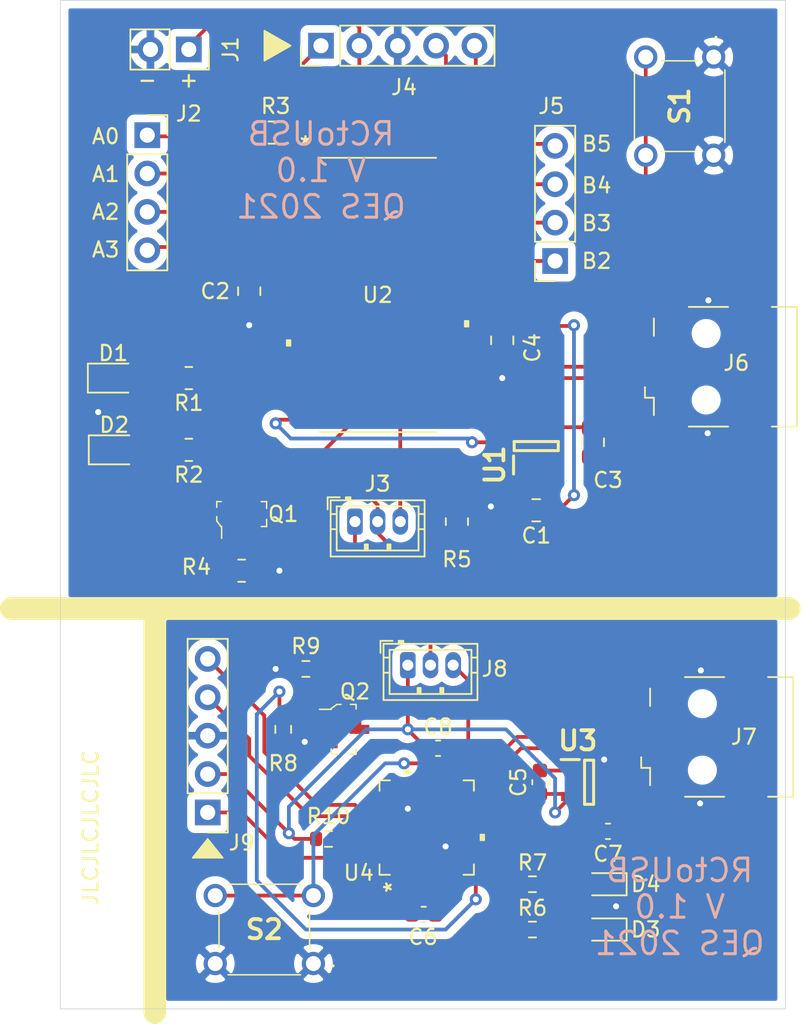
<source format=kicad_pcb>
(kicad_pcb (version 20171130) (host pcbnew "(5.1.8)-1")

  (general
    (thickness 1.6)
    (drawings 23)
    (tracks 291)
    (zones 0)
    (modules 39)
    (nets 60)
  )

  (page A4)
  (layers
    (0 F.Cu signal)
    (31 B.Cu signal)
    (32 B.Adhes user hide)
    (33 F.Adhes user hide)
    (34 B.Paste user hide)
    (35 F.Paste user hide)
    (36 B.SilkS user)
    (37 F.SilkS user)
    (38 B.Mask user)
    (39 F.Mask user)
    (40 Dwgs.User user hide)
    (41 Cmts.User user hide)
    (42 Eco1.User user hide)
    (43 Eco2.User user hide)
    (44 Edge.Cuts user)
    (45 Margin user)
    (46 B.CrtYd user hide)
    (47 F.CrtYd user hide)
    (48 B.Fab user hide)
    (49 F.Fab user hide)
  )

  (setup
    (last_trace_width 0.25)
    (trace_clearance 0.2)
    (zone_clearance 0.508)
    (zone_45_only no)
    (trace_min 0.2)
    (via_size 0.8)
    (via_drill 0.4)
    (via_min_size 0.4)
    (via_min_drill 0.3)
    (uvia_size 0.3)
    (uvia_drill 0.1)
    (uvias_allowed no)
    (uvia_min_size 0.2)
    (uvia_min_drill 0.1)
    (edge_width 0.05)
    (segment_width 0.2)
    (pcb_text_width 0.3)
    (pcb_text_size 1.5 1.5)
    (mod_edge_width 0.12)
    (mod_text_size 1 1)
    (mod_text_width 0.15)
    (pad_size 1.524 1.524)
    (pad_drill 0.762)
    (pad_to_mask_clearance 0)
    (aux_axis_origin 0 0)
    (visible_elements 7FFFFFFF)
    (pcbplotparams
      (layerselection 0x010f0_ffffffff)
      (usegerberextensions false)
      (usegerberattributes false)
      (usegerberadvancedattributes false)
      (creategerberjobfile false)
      (excludeedgelayer true)
      (linewidth 0.100000)
      (plotframeref false)
      (viasonmask false)
      (mode 1)
      (useauxorigin false)
      (hpglpennumber 1)
      (hpglpenspeed 20)
      (hpglpendiameter 15.000000)
      (psnegative false)
      (psa4output false)
      (plotreference true)
      (plotvalue false)
      (plotinvisibletext false)
      (padsonsilk true)
      (subtractmaskfromsilk false)
      (outputformat 1)
      (mirror false)
      (drillshape 0)
      (scaleselection 1)
      (outputdirectory "gerbers"))
  )

  (net 0 "")
  (net 1 GND1)
  (net 2 +3V3)
  (net 3 "Net-(C2-Pad1)")
  (net 4 Vusb1)
  (net 5 GND2)
  (net 6 "Net-(C6-Pad1)")
  (net 7 Vusb2)
  (net 8 "Net-(D1-Pad2)")
  (net 9 "Net-(D2-Pad2)")
  (net 10 "Net-(D3-Pad2)")
  (net 11 "Net-(D4-Pad2)")
  (net 12 "Net-(J2-Pad4)")
  (net 13 "Net-(J2-Pad3)")
  (net 14 "Net-(J2-Pad2)")
  (net 15 "Net-(J2-Pad1)")
  (net 16 "Net-(J3-Pad3)")
  (net 17 "Net-(J3-Pad2)")
  (net 18 "Net-(J4-Pad5)")
  (net 19 "Net-(J4-Pad4)")
  (net 20 "Net-(J4-Pad1)")
  (net 21 "Net-(J5-Pad4)")
  (net 22 "Net-(J5-Pad3)")
  (net 23 "Net-(J5-Pad2)")
  (net 24 "Net-(J5-Pad1)")
  (net 25 "Net-(J6-Pad3)")
  (net 26 "Net-(J6-Pad2)")
  (net 27 "Net-(J7-Pad3)")
  (net 28 "Net-(J7-Pad2)")
  (net 29 "Net-(J8-Pad3)")
  (net 30 "Net-(J8-Pad2)")
  (net 31 "Net-(J9-Pad5)")
  (net 32 "Net-(J9-Pad4)")
  (net 33 "Net-(J9-Pad1)")
  (net 34 "Net-(Q1-Pad1)")
  (net 35 "Net-(Q2-Pad1)")
  (net 36 "Net-(R1-Pad1)")
  (net 37 "Net-(R2-Pad1)")
  (net 38 "Net-(R6-Pad1)")
  (net 39 "Net-(R7-Pad1)")
  (net 40 "Net-(S1-Pad3)")
  (net 41 "Net-(S2-Pad3)")
  (net 42 "Net-(U2-Pad22)")
  (net 43 "Net-(U2-Pad17)")
  (net 44 "Net-(U2-Pad10)")
  (net 45 "Net-(U2-Pad9)")
  (net 46 "Net-(U2-Pad7)")
  (net 47 "Net-(U4-Pad28)")
  (net 48 "Net-(U4-Pad27)")
  (net 49 "Net-(U4-Pad23)")
  (net 50 "Net-(U4-Pad22)")
  (net 51 "Net-(U4-Pad21)")
  (net 52 "Net-(U4-Pad20)")
  (net 53 "Net-(U4-Pad19)")
  (net 54 "Net-(U4-Pad14)")
  (net 55 "Net-(U4-Pad7)")
  (net 56 "Net-(U4-Pad6)")
  (net 57 "Net-(U4-Pad4)")
  (net 58 "Net-(U4-Pad2)")
  (net 59 "Net-(U4-Pad1)")

  (net_class Default "This is the default net class."
    (clearance 0.2)
    (trace_width 0.25)
    (via_dia 0.8)
    (via_drill 0.4)
    (uvia_dia 0.3)
    (uvia_drill 0.1)
    (add_net +3V3)
    (add_net GND1)
    (add_net GND2)
    (add_net "Net-(C2-Pad1)")
    (add_net "Net-(C6-Pad1)")
    (add_net "Net-(D1-Pad2)")
    (add_net "Net-(D2-Pad2)")
    (add_net "Net-(D3-Pad2)")
    (add_net "Net-(D4-Pad2)")
    (add_net "Net-(J2-Pad1)")
    (add_net "Net-(J2-Pad2)")
    (add_net "Net-(J2-Pad3)")
    (add_net "Net-(J2-Pad4)")
    (add_net "Net-(J3-Pad2)")
    (add_net "Net-(J3-Pad3)")
    (add_net "Net-(J4-Pad1)")
    (add_net "Net-(J4-Pad4)")
    (add_net "Net-(J4-Pad5)")
    (add_net "Net-(J5-Pad1)")
    (add_net "Net-(J5-Pad2)")
    (add_net "Net-(J5-Pad3)")
    (add_net "Net-(J5-Pad4)")
    (add_net "Net-(J6-Pad2)")
    (add_net "Net-(J6-Pad3)")
    (add_net "Net-(J7-Pad2)")
    (add_net "Net-(J7-Pad3)")
    (add_net "Net-(J8-Pad2)")
    (add_net "Net-(J8-Pad3)")
    (add_net "Net-(J9-Pad1)")
    (add_net "Net-(J9-Pad4)")
    (add_net "Net-(J9-Pad5)")
    (add_net "Net-(Q1-Pad1)")
    (add_net "Net-(Q2-Pad1)")
    (add_net "Net-(R1-Pad1)")
    (add_net "Net-(R2-Pad1)")
    (add_net "Net-(R6-Pad1)")
    (add_net "Net-(R7-Pad1)")
    (add_net "Net-(S1-Pad3)")
    (add_net "Net-(S2-Pad3)")
    (add_net "Net-(U2-Pad10)")
    (add_net "Net-(U2-Pad17)")
    (add_net "Net-(U2-Pad22)")
    (add_net "Net-(U2-Pad7)")
    (add_net "Net-(U2-Pad9)")
    (add_net "Net-(U4-Pad1)")
    (add_net "Net-(U4-Pad14)")
    (add_net "Net-(U4-Pad19)")
    (add_net "Net-(U4-Pad2)")
    (add_net "Net-(U4-Pad20)")
    (add_net "Net-(U4-Pad21)")
    (add_net "Net-(U4-Pad22)")
    (add_net "Net-(U4-Pad23)")
    (add_net "Net-(U4-Pad27)")
    (add_net "Net-(U4-Pad28)")
    (add_net "Net-(U4-Pad4)")
    (add_net "Net-(U4-Pad6)")
    (add_net "Net-(U4-Pad7)")
    (add_net Vusb1)
    (add_net Vusb2)
  )

  (module Resistor_SMD:R_0603_1608Metric (layer F.Cu) (tedit 5F68FEEE) (tstamp 60FF984C)
    (at 93 65.25)
    (descr "Resistor SMD 0603 (1608 Metric), square (rectangular) end terminal, IPC_7351 nominal, (Body size source: IPC-SM-782 page 72, https://www.pcb-3d.com/wordpress/wp-content/uploads/ipc-sm-782a_amendment_1_and_2.pdf), generated with kicad-footprint-generator")
    (tags resistor)
    (path /60FF3F14/61032819)
    (attr smd)
    (fp_text reference R10 (at 0 -1.5) (layer F.SilkS)
      (effects (font (size 1 1) (thickness 0.15)))
    )
    (fp_text value 10K (at 0 1.43) (layer F.Fab)
      (effects (font (size 1 1) (thickness 0.15)))
    )
    (fp_line (start 1.48 0.73) (end -1.48 0.73) (layer F.CrtYd) (width 0.05))
    (fp_line (start 1.48 -0.73) (end 1.48 0.73) (layer F.CrtYd) (width 0.05))
    (fp_line (start -1.48 -0.73) (end 1.48 -0.73) (layer F.CrtYd) (width 0.05))
    (fp_line (start -1.48 0.73) (end -1.48 -0.73) (layer F.CrtYd) (width 0.05))
    (fp_line (start -0.237258 0.5225) (end 0.237258 0.5225) (layer F.SilkS) (width 0.12))
    (fp_line (start -0.237258 -0.5225) (end 0.237258 -0.5225) (layer F.SilkS) (width 0.12))
    (fp_line (start 0.8 0.4125) (end -0.8 0.4125) (layer F.Fab) (width 0.1))
    (fp_line (start 0.8 -0.4125) (end 0.8 0.4125) (layer F.Fab) (width 0.1))
    (fp_line (start -0.8 -0.4125) (end 0.8 -0.4125) (layer F.Fab) (width 0.1))
    (fp_line (start -0.8 0.4125) (end -0.8 -0.4125) (layer F.Fab) (width 0.1))
    (fp_text user %R (at 0 0) (layer F.Fab)
      (effects (font (size 0.4 0.4) (thickness 0.06)))
    )
    (pad 2 smd roundrect (at 0.825 0) (size 0.8 0.95) (layers F.Cu F.Paste F.Mask) (roundrect_rratio 0.25)
      (net 33 "Net-(J9-Pad1)"))
    (pad 1 smd roundrect (at -0.825 0) (size 0.8 0.95) (layers F.Cu F.Paste F.Mask) (roundrect_rratio 0.25)
      (net 2 +3V3))
    (model ${KISYS3DMOD}/Resistor_SMD.3dshapes/R_0603_1608Metric.wrl
      (at (xyz 0 0 0))
      (scale (xyz 1 1 1))
      (rotate (xyz 0 0 0))
    )
  )

  (module Resistor_SMD:R_0603_1608Metric (layer F.Cu) (tedit 5F68FEEE) (tstamp 60FF983B)
    (at 91.5 54 180)
    (descr "Resistor SMD 0603 (1608 Metric), square (rectangular) end terminal, IPC_7351 nominal, (Body size source: IPC-SM-782 page 72, https://www.pcb-3d.com/wordpress/wp-content/uploads/ipc-sm-782a_amendment_1_and_2.pdf), generated with kicad-footprint-generator")
    (tags resistor)
    (path /60FF3F14/61032912)
    (attr smd)
    (fp_text reference R9 (at 0 1.5) (layer F.SilkS)
      (effects (font (size 1 1) (thickness 0.15)))
    )
    (fp_text value 0R (at 0 1.43) (layer F.Fab)
      (effects (font (size 1 1) (thickness 0.15)))
    )
    (fp_line (start 1.48 0.73) (end -1.48 0.73) (layer F.CrtYd) (width 0.05))
    (fp_line (start 1.48 -0.73) (end 1.48 0.73) (layer F.CrtYd) (width 0.05))
    (fp_line (start -1.48 -0.73) (end 1.48 -0.73) (layer F.CrtYd) (width 0.05))
    (fp_line (start -1.48 0.73) (end -1.48 -0.73) (layer F.CrtYd) (width 0.05))
    (fp_line (start -0.237258 0.5225) (end 0.237258 0.5225) (layer F.SilkS) (width 0.12))
    (fp_line (start -0.237258 -0.5225) (end 0.237258 -0.5225) (layer F.SilkS) (width 0.12))
    (fp_line (start 0.8 0.4125) (end -0.8 0.4125) (layer F.Fab) (width 0.1))
    (fp_line (start 0.8 -0.4125) (end 0.8 0.4125) (layer F.Fab) (width 0.1))
    (fp_line (start -0.8 -0.4125) (end 0.8 -0.4125) (layer F.Fab) (width 0.1))
    (fp_line (start -0.8 0.4125) (end -0.8 -0.4125) (layer F.Fab) (width 0.1))
    (fp_text user %R (at 0 0) (layer F.Fab)
      (effects (font (size 0.4 0.4) (thickness 0.06)))
    )
    (pad 2 smd roundrect (at 0.825 0 180) (size 0.8 0.95) (layers F.Cu F.Paste F.Mask) (roundrect_rratio 0.25)
      (net 5 GND2))
    (pad 1 smd roundrect (at -0.825 0 180) (size 0.8 0.95) (layers F.Cu F.Paste F.Mask) (roundrect_rratio 0.25)
      (net 30 "Net-(J8-Pad2)"))
    (model ${KISYS3DMOD}/Resistor_SMD.3dshapes/R_0603_1608Metric.wrl
      (at (xyz 0 0 0))
      (scale (xyz 1 1 1))
      (rotate (xyz 0 0 0))
    )
  )

  (module Resistor_SMD:R_0603_1608Metric (layer F.Cu) (tedit 5F68FEEE) (tstamp 60FF982A)
    (at 90 58 270)
    (descr "Resistor SMD 0603 (1608 Metric), square (rectangular) end terminal, IPC_7351 nominal, (Body size source: IPC-SM-782 page 72, https://www.pcb-3d.com/wordpress/wp-content/uploads/ipc-sm-782a_amendment_1_and_2.pdf), generated with kicad-footprint-generator")
    (tags resistor)
    (path /60FF3F14/61032891)
    (attr smd)
    (fp_text reference R8 (at 2.25 0 180) (layer F.SilkS)
      (effects (font (size 1 1) (thickness 0.15)))
    )
    (fp_text value 10K (at 0 1.43 90) (layer F.Fab)
      (effects (font (size 1 1) (thickness 0.15)))
    )
    (fp_line (start 1.48 0.73) (end -1.48 0.73) (layer F.CrtYd) (width 0.05))
    (fp_line (start 1.48 -0.73) (end 1.48 0.73) (layer F.CrtYd) (width 0.05))
    (fp_line (start -1.48 -0.73) (end 1.48 -0.73) (layer F.CrtYd) (width 0.05))
    (fp_line (start -1.48 0.73) (end -1.48 -0.73) (layer F.CrtYd) (width 0.05))
    (fp_line (start -0.237258 0.5225) (end 0.237258 0.5225) (layer F.SilkS) (width 0.12))
    (fp_line (start -0.237258 -0.5225) (end 0.237258 -0.5225) (layer F.SilkS) (width 0.12))
    (fp_line (start 0.8 0.4125) (end -0.8 0.4125) (layer F.Fab) (width 0.1))
    (fp_line (start 0.8 -0.4125) (end 0.8 0.4125) (layer F.Fab) (width 0.1))
    (fp_line (start -0.8 -0.4125) (end 0.8 -0.4125) (layer F.Fab) (width 0.1))
    (fp_line (start -0.8 0.4125) (end -0.8 -0.4125) (layer F.Fab) (width 0.1))
    (fp_text user %R (at 0 0 90) (layer F.Fab)
      (effects (font (size 0.4 0.4) (thickness 0.06)))
    )
    (pad 2 smd roundrect (at 0.825 0 270) (size 0.8 0.95) (layers F.Cu F.Paste F.Mask) (roundrect_rratio 0.25)
      (net 5 GND2))
    (pad 1 smd roundrect (at -0.825 0 270) (size 0.8 0.95) (layers F.Cu F.Paste F.Mask) (roundrect_rratio 0.25)
      (net 35 "Net-(Q2-Pad1)"))
    (model ${KISYS3DMOD}/Resistor_SMD.3dshapes/R_0603_1608Metric.wrl
      (at (xyz 0 0 0))
      (scale (xyz 1 1 1))
      (rotate (xyz 0 0 0))
    )
  )

  (module Resistor_SMD:R_0603_1608Metric (layer F.Cu) (tedit 5F68FEEE) (tstamp 60FF9819)
    (at 106.5 68.25)
    (descr "Resistor SMD 0603 (1608 Metric), square (rectangular) end terminal, IPC_7351 nominal, (Body size source: IPC-SM-782 page 72, https://www.pcb-3d.com/wordpress/wp-content/uploads/ipc-sm-782a_amendment_1_and_2.pdf), generated with kicad-footprint-generator")
    (tags resistor)
    (path /60FF3F14/61032807)
    (attr smd)
    (fp_text reference R7 (at 0 -1.43) (layer F.SilkS)
      (effects (font (size 1 1) (thickness 0.15)))
    )
    (fp_text value 120 (at 0 1.43) (layer F.Fab)
      (effects (font (size 1 1) (thickness 0.15)))
    )
    (fp_line (start 1.48 0.73) (end -1.48 0.73) (layer F.CrtYd) (width 0.05))
    (fp_line (start 1.48 -0.73) (end 1.48 0.73) (layer F.CrtYd) (width 0.05))
    (fp_line (start -1.48 -0.73) (end 1.48 -0.73) (layer F.CrtYd) (width 0.05))
    (fp_line (start -1.48 0.73) (end -1.48 -0.73) (layer F.CrtYd) (width 0.05))
    (fp_line (start -0.237258 0.5225) (end 0.237258 0.5225) (layer F.SilkS) (width 0.12))
    (fp_line (start -0.237258 -0.5225) (end 0.237258 -0.5225) (layer F.SilkS) (width 0.12))
    (fp_line (start 0.8 0.4125) (end -0.8 0.4125) (layer F.Fab) (width 0.1))
    (fp_line (start 0.8 -0.4125) (end 0.8 0.4125) (layer F.Fab) (width 0.1))
    (fp_line (start -0.8 -0.4125) (end 0.8 -0.4125) (layer F.Fab) (width 0.1))
    (fp_line (start -0.8 0.4125) (end -0.8 -0.4125) (layer F.Fab) (width 0.1))
    (fp_text user %R (at 0 0) (layer F.Fab)
      (effects (font (size 0.4 0.4) (thickness 0.06)))
    )
    (pad 2 smd roundrect (at 0.825 0) (size 0.8 0.95) (layers F.Cu F.Paste F.Mask) (roundrect_rratio 0.25)
      (net 11 "Net-(D4-Pad2)"))
    (pad 1 smd roundrect (at -0.825 0) (size 0.8 0.95) (layers F.Cu F.Paste F.Mask) (roundrect_rratio 0.25)
      (net 39 "Net-(R7-Pad1)"))
    (model ${KISYS3DMOD}/Resistor_SMD.3dshapes/R_0603_1608Metric.wrl
      (at (xyz 0 0 0))
      (scale (xyz 1 1 1))
      (rotate (xyz 0 0 0))
    )
  )

  (module Resistor_SMD:R_0603_1608Metric (layer F.Cu) (tedit 5F68FEEE) (tstamp 60FF9808)
    (at 106.5 71.25)
    (descr "Resistor SMD 0603 (1608 Metric), square (rectangular) end terminal, IPC_7351 nominal, (Body size source: IPC-SM-782 page 72, https://www.pcb-3d.com/wordpress/wp-content/uploads/ipc-sm-782a_amendment_1_and_2.pdf), generated with kicad-footprint-generator")
    (tags resistor)
    (path /60FF3F14/61032801)
    (attr smd)
    (fp_text reference R6 (at 0 -1.43) (layer F.SilkS)
      (effects (font (size 1 1) (thickness 0.15)))
    )
    (fp_text value 120 (at 0 1.43) (layer F.Fab)
      (effects (font (size 1 1) (thickness 0.15)))
    )
    (fp_line (start 1.48 0.73) (end -1.48 0.73) (layer F.CrtYd) (width 0.05))
    (fp_line (start 1.48 -0.73) (end 1.48 0.73) (layer F.CrtYd) (width 0.05))
    (fp_line (start -1.48 -0.73) (end 1.48 -0.73) (layer F.CrtYd) (width 0.05))
    (fp_line (start -1.48 0.73) (end -1.48 -0.73) (layer F.CrtYd) (width 0.05))
    (fp_line (start -0.237258 0.5225) (end 0.237258 0.5225) (layer F.SilkS) (width 0.12))
    (fp_line (start -0.237258 -0.5225) (end 0.237258 -0.5225) (layer F.SilkS) (width 0.12))
    (fp_line (start 0.8 0.4125) (end -0.8 0.4125) (layer F.Fab) (width 0.1))
    (fp_line (start 0.8 -0.4125) (end 0.8 0.4125) (layer F.Fab) (width 0.1))
    (fp_line (start -0.8 -0.4125) (end 0.8 -0.4125) (layer F.Fab) (width 0.1))
    (fp_line (start -0.8 0.4125) (end -0.8 -0.4125) (layer F.Fab) (width 0.1))
    (fp_text user %R (at 0 0) (layer F.Fab)
      (effects (font (size 0.4 0.4) (thickness 0.06)))
    )
    (pad 2 smd roundrect (at 0.825 0) (size 0.8 0.95) (layers F.Cu F.Paste F.Mask) (roundrect_rratio 0.25)
      (net 10 "Net-(D3-Pad2)"))
    (pad 1 smd roundrect (at -0.825 0) (size 0.8 0.95) (layers F.Cu F.Paste F.Mask) (roundrect_rratio 0.25)
      (net 38 "Net-(R6-Pad1)"))
    (model ${KISYS3DMOD}/Resistor_SMD.3dshapes/R_0603_1608Metric.wrl
      (at (xyz 0 0 0))
      (scale (xyz 1 1 1))
      (rotate (xyz 0 0 0))
    )
  )

  (module LED_SMD:LED_0603_1608Metric (layer F.Cu) (tedit 5F68FEF1) (tstamp 60FF963A)
    (at 111.25 68.25 180)
    (descr "LED SMD 0603 (1608 Metric), square (rectangular) end terminal, IPC_7351 nominal, (Body size source: http://www.tortai-tech.com/upload/download/2011102023233369053.pdf), generated with kicad-footprint-generator")
    (tags LED)
    (path /60FF3F14/6103289D)
    (attr smd)
    (fp_text reference D4 (at -2.75 0) (layer F.SilkS)
      (effects (font (size 1 1) (thickness 0.15)))
    )
    (fp_text value LED (at 0 1.43) (layer F.Fab)
      (effects (font (size 1 1) (thickness 0.15)))
    )
    (fp_line (start 1.48 0.73) (end -1.48 0.73) (layer F.CrtYd) (width 0.05))
    (fp_line (start 1.48 -0.73) (end 1.48 0.73) (layer F.CrtYd) (width 0.05))
    (fp_line (start -1.48 -0.73) (end 1.48 -0.73) (layer F.CrtYd) (width 0.05))
    (fp_line (start -1.48 0.73) (end -1.48 -0.73) (layer F.CrtYd) (width 0.05))
    (fp_line (start -1.485 0.735) (end 0.8 0.735) (layer F.SilkS) (width 0.12))
    (fp_line (start -1.485 -0.735) (end -1.485 0.735) (layer F.SilkS) (width 0.12))
    (fp_line (start 0.8 -0.735) (end -1.485 -0.735) (layer F.SilkS) (width 0.12))
    (fp_line (start 0.8 0.4) (end 0.8 -0.4) (layer F.Fab) (width 0.1))
    (fp_line (start -0.8 0.4) (end 0.8 0.4) (layer F.Fab) (width 0.1))
    (fp_line (start -0.8 -0.1) (end -0.8 0.4) (layer F.Fab) (width 0.1))
    (fp_line (start -0.5 -0.4) (end -0.8 -0.1) (layer F.Fab) (width 0.1))
    (fp_line (start 0.8 -0.4) (end -0.5 -0.4) (layer F.Fab) (width 0.1))
    (fp_text user %R (at 0 0) (layer F.Fab)
      (effects (font (size 0.4 0.4) (thickness 0.06)))
    )
    (pad 2 smd roundrect (at 0.7875 0 180) (size 0.875 0.95) (layers F.Cu F.Paste F.Mask) (roundrect_rratio 0.25)
      (net 11 "Net-(D4-Pad2)"))
    (pad 1 smd roundrect (at -0.7875 0 180) (size 0.875 0.95) (layers F.Cu F.Paste F.Mask) (roundrect_rratio 0.25)
      (net 5 GND2))
    (model ${KISYS3DMOD}/LED_SMD.3dshapes/LED_0603_1608Metric.wrl
      (at (xyz 0 0 0))
      (scale (xyz 1 1 1))
      (rotate (xyz 0 0 0))
    )
  )

  (module LED_SMD:LED_0603_1608Metric (layer F.Cu) (tedit 5F68FEF1) (tstamp 60FF9627)
    (at 111.25 71.25 180)
    (descr "LED SMD 0603 (1608 Metric), square (rectangular) end terminal, IPC_7351 nominal, (Body size source: http://www.tortai-tech.com/upload/download/2011102023233369053.pdf), generated with kicad-footprint-generator")
    (tags LED)
    (path /60FF3F14/61032897)
    (attr smd)
    (fp_text reference D3 (at -2.75 0) (layer F.SilkS)
      (effects (font (size 1 1) (thickness 0.15)))
    )
    (fp_text value LED (at 0 1.43) (layer F.Fab)
      (effects (font (size 1 1) (thickness 0.15)))
    )
    (fp_line (start 1.48 0.73) (end -1.48 0.73) (layer F.CrtYd) (width 0.05))
    (fp_line (start 1.48 -0.73) (end 1.48 0.73) (layer F.CrtYd) (width 0.05))
    (fp_line (start -1.48 -0.73) (end 1.48 -0.73) (layer F.CrtYd) (width 0.05))
    (fp_line (start -1.48 0.73) (end -1.48 -0.73) (layer F.CrtYd) (width 0.05))
    (fp_line (start -1.485 0.735) (end 0.8 0.735) (layer F.SilkS) (width 0.12))
    (fp_line (start -1.485 -0.735) (end -1.485 0.735) (layer F.SilkS) (width 0.12))
    (fp_line (start 0.8 -0.735) (end -1.485 -0.735) (layer F.SilkS) (width 0.12))
    (fp_line (start 0.8 0.4) (end 0.8 -0.4) (layer F.Fab) (width 0.1))
    (fp_line (start -0.8 0.4) (end 0.8 0.4) (layer F.Fab) (width 0.1))
    (fp_line (start -0.8 -0.1) (end -0.8 0.4) (layer F.Fab) (width 0.1))
    (fp_line (start -0.5 -0.4) (end -0.8 -0.1) (layer F.Fab) (width 0.1))
    (fp_line (start 0.8 -0.4) (end -0.5 -0.4) (layer F.Fab) (width 0.1))
    (fp_text user %R (at 0 0) (layer F.Fab)
      (effects (font (size 0.4 0.4) (thickness 0.06)))
    )
    (pad 2 smd roundrect (at 0.7875 0 180) (size 0.875 0.95) (layers F.Cu F.Paste F.Mask) (roundrect_rratio 0.25)
      (net 10 "Net-(D3-Pad2)"))
    (pad 1 smd roundrect (at -0.7875 0 180) (size 0.875 0.95) (layers F.Cu F.Paste F.Mask) (roundrect_rratio 0.25)
      (net 5 GND2))
    (model ${KISYS3DMOD}/LED_SMD.3dshapes/LED_0603_1608Metric.wrl
      (at (xyz 0 0 0))
      (scale (xyz 1 1 1))
      (rotate (xyz 0 0 0))
    )
  )

  (module Capacitor_SMD:C_0603_1608Metric (layer F.Cu) (tedit 5F68FEEE) (tstamp 60FF95EE)
    (at 100.25 59.25)
    (descr "Capacitor SMD 0603 (1608 Metric), square (rectangular) end terminal, IPC_7351 nominal, (Body size source: IPC-SM-782 page 76, https://www.pcb-3d.com/wordpress/wp-content/uploads/ipc-sm-782a_amendment_1_and_2.pdf), generated with kicad-footprint-generator")
    (tags capacitor)
    (path /60FF3F14/6103287F)
    (attr smd)
    (fp_text reference C8 (at 0 -1.43) (layer F.SilkS)
      (effects (font (size 1 1) (thickness 0.15)))
    )
    (fp_text value "0.1 uF" (at 0 1.43) (layer F.Fab)
      (effects (font (size 1 1) (thickness 0.15)))
    )
    (fp_line (start 1.48 0.73) (end -1.48 0.73) (layer F.CrtYd) (width 0.05))
    (fp_line (start 1.48 -0.73) (end 1.48 0.73) (layer F.CrtYd) (width 0.05))
    (fp_line (start -1.48 -0.73) (end 1.48 -0.73) (layer F.CrtYd) (width 0.05))
    (fp_line (start -1.48 0.73) (end -1.48 -0.73) (layer F.CrtYd) (width 0.05))
    (fp_line (start -0.14058 0.51) (end 0.14058 0.51) (layer F.SilkS) (width 0.12))
    (fp_line (start -0.14058 -0.51) (end 0.14058 -0.51) (layer F.SilkS) (width 0.12))
    (fp_line (start 0.8 0.4) (end -0.8 0.4) (layer F.Fab) (width 0.1))
    (fp_line (start 0.8 -0.4) (end 0.8 0.4) (layer F.Fab) (width 0.1))
    (fp_line (start -0.8 -0.4) (end 0.8 -0.4) (layer F.Fab) (width 0.1))
    (fp_line (start -0.8 0.4) (end -0.8 -0.4) (layer F.Fab) (width 0.1))
    (fp_text user %R (at 0 0) (layer F.Fab)
      (effects (font (size 0.4 0.4) (thickness 0.06)))
    )
    (pad 2 smd roundrect (at 0.775 0) (size 0.9 0.95) (layers F.Cu F.Paste F.Mask) (roundrect_rratio 0.25)
      (net 5 GND2))
    (pad 1 smd roundrect (at -0.775 0) (size 0.9 0.95) (layers F.Cu F.Paste F.Mask) (roundrect_rratio 0.25)
      (net 2 +3V3))
    (model ${KISYS3DMOD}/Capacitor_SMD.3dshapes/C_0603_1608Metric.wrl
      (at (xyz 0 0 0))
      (scale (xyz 1 1 1))
      (rotate (xyz 0 0 0))
    )
  )

  (module Capacitor_SMD:C_0603_1608Metric (layer F.Cu) (tedit 5F68FEEE) (tstamp 60FF95DD)
    (at 111.5 64.75)
    (descr "Capacitor SMD 0603 (1608 Metric), square (rectangular) end terminal, IPC_7351 nominal, (Body size source: IPC-SM-782 page 76, https://www.pcb-3d.com/wordpress/wp-content/uploads/ipc-sm-782a_amendment_1_and_2.pdf), generated with kicad-footprint-generator")
    (tags capacitor)
    (path /60FF3F14/610327EF)
    (attr smd)
    (fp_text reference C7 (at 0 1.5) (layer F.SilkS)
      (effects (font (size 1 1) (thickness 0.15)))
    )
    (fp_text value "1 uF" (at 0 1.43) (layer F.Fab)
      (effects (font (size 1 1) (thickness 0.15)))
    )
    (fp_line (start 1.48 0.73) (end -1.48 0.73) (layer F.CrtYd) (width 0.05))
    (fp_line (start 1.48 -0.73) (end 1.48 0.73) (layer F.CrtYd) (width 0.05))
    (fp_line (start -1.48 -0.73) (end 1.48 -0.73) (layer F.CrtYd) (width 0.05))
    (fp_line (start -1.48 0.73) (end -1.48 -0.73) (layer F.CrtYd) (width 0.05))
    (fp_line (start -0.14058 0.51) (end 0.14058 0.51) (layer F.SilkS) (width 0.12))
    (fp_line (start -0.14058 -0.51) (end 0.14058 -0.51) (layer F.SilkS) (width 0.12))
    (fp_line (start 0.8 0.4) (end -0.8 0.4) (layer F.Fab) (width 0.1))
    (fp_line (start 0.8 -0.4) (end 0.8 0.4) (layer F.Fab) (width 0.1))
    (fp_line (start -0.8 -0.4) (end 0.8 -0.4) (layer F.Fab) (width 0.1))
    (fp_line (start -0.8 0.4) (end -0.8 -0.4) (layer F.Fab) (width 0.1))
    (fp_text user %R (at 0 0) (layer F.Fab)
      (effects (font (size 0.4 0.4) (thickness 0.06)))
    )
    (pad 2 smd roundrect (at 0.775 0) (size 0.9 0.95) (layers F.Cu F.Paste F.Mask) (roundrect_rratio 0.25)
      (net 5 GND2))
    (pad 1 smd roundrect (at -0.775 0) (size 0.9 0.95) (layers F.Cu F.Paste F.Mask) (roundrect_rratio 0.25)
      (net 7 Vusb2))
    (model ${KISYS3DMOD}/Capacitor_SMD.3dshapes/C_0603_1608Metric.wrl
      (at (xyz 0 0 0))
      (scale (xyz 1 1 1))
      (rotate (xyz 0 0 0))
    )
  )

  (module Capacitor_SMD:C_0603_1608Metric (layer F.Cu) (tedit 5F68FEEE) (tstamp 60FF95CC)
    (at 99.3 70.25)
    (descr "Capacitor SMD 0603 (1608 Metric), square (rectangular) end terminal, IPC_7351 nominal, (Body size source: IPC-SM-782 page 76, https://www.pcb-3d.com/wordpress/wp-content/uploads/ipc-sm-782a_amendment_1_and_2.pdf), generated with kicad-footprint-generator")
    (tags capacitor)
    (path /60FF3F14/6103281F)
    (attr smd)
    (fp_text reference C6 (at -0.05 1.5) (layer F.SilkS)
      (effects (font (size 1 1) (thickness 0.15)))
    )
    (fp_text value "10 uF" (at 0 1.43) (layer F.Fab)
      (effects (font (size 1 1) (thickness 0.15)))
    )
    (fp_line (start 1.48 0.73) (end -1.48 0.73) (layer F.CrtYd) (width 0.05))
    (fp_line (start 1.48 -0.73) (end 1.48 0.73) (layer F.CrtYd) (width 0.05))
    (fp_line (start -1.48 -0.73) (end 1.48 -0.73) (layer F.CrtYd) (width 0.05))
    (fp_line (start -1.48 0.73) (end -1.48 -0.73) (layer F.CrtYd) (width 0.05))
    (fp_line (start -0.14058 0.51) (end 0.14058 0.51) (layer F.SilkS) (width 0.12))
    (fp_line (start -0.14058 -0.51) (end 0.14058 -0.51) (layer F.SilkS) (width 0.12))
    (fp_line (start 0.8 0.4) (end -0.8 0.4) (layer F.Fab) (width 0.1))
    (fp_line (start 0.8 -0.4) (end 0.8 0.4) (layer F.Fab) (width 0.1))
    (fp_line (start -0.8 -0.4) (end 0.8 -0.4) (layer F.Fab) (width 0.1))
    (fp_line (start -0.8 0.4) (end -0.8 -0.4) (layer F.Fab) (width 0.1))
    (fp_text user %R (at 0 0) (layer F.Fab)
      (effects (font (size 0.4 0.4) (thickness 0.06)))
    )
    (pad 2 smd roundrect (at 0.775 0) (size 0.9 0.95) (layers F.Cu F.Paste F.Mask) (roundrect_rratio 0.25)
      (net 5 GND2))
    (pad 1 smd roundrect (at -0.775 0) (size 0.9 0.95) (layers F.Cu F.Paste F.Mask) (roundrect_rratio 0.25)
      (net 6 "Net-(C6-Pad1)"))
    (model ${KISYS3DMOD}/Capacitor_SMD.3dshapes/C_0603_1608Metric.wrl
      (at (xyz 0 0 0))
      (scale (xyz 1 1 1))
      (rotate (xyz 0 0 0))
    )
  )

  (module Capacitor_SMD:C_0603_1608Metric (layer F.Cu) (tedit 5F68FEEE) (tstamp 60FF95BB)
    (at 107 61.5 90)
    (descr "Capacitor SMD 0603 (1608 Metric), square (rectangular) end terminal, IPC_7351 nominal, (Body size source: IPC-SM-782 page 76, https://www.pcb-3d.com/wordpress/wp-content/uploads/ipc-sm-782a_amendment_1_and_2.pdf), generated with kicad-footprint-generator")
    (tags capacitor)
    (path /60FF3F14/610327E9)
    (attr smd)
    (fp_text reference C5 (at 0 -1.43 90) (layer F.SilkS)
      (effects (font (size 1 1) (thickness 0.15)))
    )
    (fp_text value "2.2 uF" (at 0 1.43 90) (layer F.Fab)
      (effects (font (size 1 1) (thickness 0.15)))
    )
    (fp_line (start 1.48 0.73) (end -1.48 0.73) (layer F.CrtYd) (width 0.05))
    (fp_line (start 1.48 -0.73) (end 1.48 0.73) (layer F.CrtYd) (width 0.05))
    (fp_line (start -1.48 -0.73) (end 1.48 -0.73) (layer F.CrtYd) (width 0.05))
    (fp_line (start -1.48 0.73) (end -1.48 -0.73) (layer F.CrtYd) (width 0.05))
    (fp_line (start -0.14058 0.51) (end 0.14058 0.51) (layer F.SilkS) (width 0.12))
    (fp_line (start -0.14058 -0.51) (end 0.14058 -0.51) (layer F.SilkS) (width 0.12))
    (fp_line (start 0.8 0.4) (end -0.8 0.4) (layer F.Fab) (width 0.1))
    (fp_line (start 0.8 -0.4) (end 0.8 0.4) (layer F.Fab) (width 0.1))
    (fp_line (start -0.8 -0.4) (end 0.8 -0.4) (layer F.Fab) (width 0.1))
    (fp_line (start -0.8 0.4) (end -0.8 -0.4) (layer F.Fab) (width 0.1))
    (fp_text user %R (at 0 0 90) (layer F.Fab)
      (effects (font (size 0.4 0.4) (thickness 0.06)))
    )
    (pad 2 smd roundrect (at 0.775 0 90) (size 0.9 0.95) (layers F.Cu F.Paste F.Mask) (roundrect_rratio 0.25)
      (net 5 GND2))
    (pad 1 smd roundrect (at -0.775 0 90) (size 0.9 0.95) (layers F.Cu F.Paste F.Mask) (roundrect_rratio 0.25)
      (net 2 +3V3))
    (model ${KISYS3DMOD}/Capacitor_SMD.3dshapes/C_0603_1608Metric.wrl
      (at (xyz 0 0 0))
      (scale (xyz 1 1 1))
      (rotate (xyz 0 0 0))
    )
  )

  (module PIC18-QFN:pic18lf27j53-i&slash_ml (layer F.Cu) (tedit 0) (tstamp 60FF9A25)
    (at 99.5 64.5 90)
    (path /60FF3F14/6105EB0F)
    (fp_text reference U4 (at -3 -4.5 180) (layer F.SilkS)
      (effects (font (size 1 1) (thickness 0.15)))
    )
    (fp_text value pic18lf27j53-i_ml (at 0 0 90) (layer F.Fab)
      (effects (font (size 1 1) (thickness 0.15)))
    )
    (fp_line (start -2.3564 3.2512) (end -3.2512 3.2512) (layer F.CrtYd) (width 0.05))
    (fp_line (start -2.3564 3.556) (end -2.3564 3.2512) (layer F.CrtYd) (width 0.05))
    (fp_line (start 2.3564 3.556) (end -2.3564 3.556) (layer F.CrtYd) (width 0.05))
    (fp_line (start 2.3564 3.2512) (end 2.3564 3.556) (layer F.CrtYd) (width 0.05))
    (fp_line (start 3.2512 3.2512) (end 2.3564 3.2512) (layer F.CrtYd) (width 0.05))
    (fp_line (start 3.2512 2.3564) (end 3.2512 3.2512) (layer F.CrtYd) (width 0.05))
    (fp_line (start 3.556 2.3564) (end 3.2512 2.3564) (layer F.CrtYd) (width 0.05))
    (fp_line (start 3.556 -2.3564) (end 3.556 2.3564) (layer F.CrtYd) (width 0.05))
    (fp_line (start 3.2512 -2.3564) (end 3.556 -2.3564) (layer F.CrtYd) (width 0.05))
    (fp_line (start 3.2512 -3.2512) (end 3.2512 -2.3564) (layer F.CrtYd) (width 0.05))
    (fp_line (start 2.3564 -3.2512) (end 3.2512 -3.2512) (layer F.CrtYd) (width 0.05))
    (fp_line (start 2.3564 -3.556) (end 2.3564 -3.2512) (layer F.CrtYd) (width 0.05))
    (fp_line (start -2.3564 -3.556) (end 2.3564 -3.556) (layer F.CrtYd) (width 0.05))
    (fp_line (start -2.3564 -3.2512) (end -2.3564 -3.556) (layer F.CrtYd) (width 0.05))
    (fp_line (start -3.2512 -3.2512) (end -2.3564 -3.2512) (layer F.CrtYd) (width 0.05))
    (fp_line (start -3.2512 -2.3564) (end -3.2512 -3.2512) (layer F.CrtYd) (width 0.05))
    (fp_line (start -3.556 -2.3564) (end -3.2512 -2.3564) (layer F.CrtYd) (width 0.05))
    (fp_line (start -3.556 2.3564) (end -3.556 -2.3564) (layer F.CrtYd) (width 0.05))
    (fp_line (start -3.2512 2.3564) (end -3.556 2.3564) (layer F.CrtYd) (width 0.05))
    (fp_line (start -3.2512 3.2512) (end -3.2512 2.3564) (layer F.CrtYd) (width 0.05))
    (fp_poly (pts (xy 0.7985 0.7985) (xy 0.7985 1.9955) (xy 1.9955 1.9955) (xy 1.9955 0.7985)) (layer F.Paste) (width 0.1))
    (fp_poly (pts (xy 0.7985 -0.5985) (xy 0.7985 0.5985) (xy 1.9955 0.5985) (xy 1.9955 -0.5985)) (layer F.Paste) (width 0.1))
    (fp_poly (pts (xy 0.7985 -1.9955) (xy 0.7985 -0.7985) (xy 1.9955 -0.7985) (xy 1.9955 -1.9955)) (layer F.Paste) (width 0.1))
    (fp_poly (pts (xy -0.5985 0.7985) (xy -0.5985 1.9955) (xy 0.5985 1.9955) (xy 0.5985 0.7985)) (layer F.Paste) (width 0.1))
    (fp_poly (pts (xy -0.5985 -0.5985) (xy -0.5985 0.5985) (xy 0.5985 0.5985) (xy 0.5985 -0.5985)) (layer F.Paste) (width 0.1))
    (fp_poly (pts (xy -0.5985 -1.9955) (xy -0.5985 -0.7985) (xy 0.5985 -0.7985) (xy 0.5985 -1.9955)) (layer F.Paste) (width 0.1))
    (fp_poly (pts (xy -1.9955 0.7985) (xy -1.9955 1.9955) (xy -0.7985 1.9955) (xy -0.7985 0.7985)) (layer F.Paste) (width 0.1))
    (fp_poly (pts (xy -1.9955 -0.5985) (xy -1.9955 0.5985) (xy -0.7985 0.5985) (xy -0.7985 -0.5985)) (layer F.Paste) (width 0.1))
    (fp_poly (pts (xy -1.9955 -1.9955) (xy -1.9955 -0.7985) (xy -0.7985 -0.7985) (xy -0.7985 -1.9955)) (layer F.Paste) (width 0.1))
    (fp_poly (pts (xy 3.81 -1.4905) (xy 3.81 -1.1095) (xy 3.556 -1.1095) (xy 3.556 -1.4905)) (layer F.SilkS) (width 0.1))
    (fp_poly (pts (xy -0.840499 3.556) (xy -0.840499 3.81) (xy -0.459499 3.81) (xy -0.459499 3.556)) (layer F.SilkS) (width 0.1))
    (fp_line (start -2.435139 -3.1242) (end -3.1242 -3.1242) (layer F.SilkS) (width 0.12))
    (fp_line (start 3.1242 -2.435139) (end 3.1242 -3.1242) (layer F.SilkS) (width 0.12))
    (fp_line (start 2.435139 3.1242) (end 3.1242 3.1242) (layer F.SilkS) (width 0.12))
    (fp_line (start -2.9972 2.9972) (end -2.9972 2.9972) (layer F.Fab) (width 0.1))
    (fp_line (start -2.9972 -2.9972) (end -2.9972 2.9972) (layer F.Fab) (width 0.1))
    (fp_line (start -2.9972 -2.9972) (end -2.9972 -2.9972) (layer F.Fab) (width 0.1))
    (fp_line (start 2.9972 -2.9972) (end -2.9972 -2.9972) (layer F.Fab) (width 0.1))
    (fp_line (start 2.9972 -2.9972) (end 2.9972 -2.9972) (layer F.Fab) (width 0.1))
    (fp_line (start 2.9972 2.9972) (end 2.9972 -2.9972) (layer F.Fab) (width 0.1))
    (fp_line (start 2.9972 2.9972) (end 2.9972 2.9972) (layer F.Fab) (width 0.1))
    (fp_line (start -2.9972 2.9972) (end 2.9972 2.9972) (layer F.Fab) (width 0.1))
    (fp_line (start -3.1242 2.435139) (end -3.1242 3.1242) (layer F.SilkS) (width 0.12))
    (fp_line (start -3.1242 -3.1242) (end -3.1242 -2.435141) (layer F.SilkS) (width 0.12))
    (fp_line (start 3.1242 -3.1242) (end 2.435141 -3.1242) (layer F.SilkS) (width 0.12))
    (fp_line (start 3.1242 3.1242) (end 3.1242 2.435141) (layer F.SilkS) (width 0.12))
    (fp_line (start -3.1242 3.1242) (end -2.435141 3.1242) (layer F.SilkS) (width 0.12))
    (fp_line (start 2.9972 -2.1278) (end 2.9972 -2.1278) (layer F.Fab) (width 0.1))
    (fp_line (start 2.9972 -1.7722) (end 2.9972 -2.1278) (layer F.Fab) (width 0.1))
    (fp_line (start 2.9972 -1.7722) (end 2.9972 -1.7722) (layer F.Fab) (width 0.1))
    (fp_line (start 2.9972 -2.1278) (end 2.9972 -1.7722) (layer F.Fab) (width 0.1))
    (fp_line (start 2.9972 -1.4778) (end 2.9972 -1.4778) (layer F.Fab) (width 0.1))
    (fp_line (start 2.9972 -1.1222) (end 2.9972 -1.4778) (layer F.Fab) (width 0.1))
    (fp_line (start 2.9972 -1.1222) (end 2.9972 -1.1222) (layer F.Fab) (width 0.1))
    (fp_line (start 2.9972 -1.4778) (end 2.9972 -1.1222) (layer F.Fab) (width 0.1))
    (fp_line (start 2.9972 -0.8278) (end 2.9972 -0.8278) (layer F.Fab) (width 0.1))
    (fp_line (start 2.9972 -0.4722) (end 2.9972 -0.8278) (layer F.Fab) (width 0.1))
    (fp_line (start 2.9972 -0.4722) (end 2.9972 -0.4722) (layer F.Fab) (width 0.1))
    (fp_line (start 2.9972 -0.8278) (end 2.9972 -0.4722) (layer F.Fab) (width 0.1))
    (fp_line (start 2.9972 -0.1778) (end 2.9972 -0.1778) (layer F.Fab) (width 0.1))
    (fp_line (start 2.9972 0.1778) (end 2.9972 -0.1778) (layer F.Fab) (width 0.1))
    (fp_line (start 2.9972 0.1778) (end 2.9972 0.1778) (layer F.Fab) (width 0.1))
    (fp_line (start 2.9972 -0.1778) (end 2.9972 0.1778) (layer F.Fab) (width 0.1))
    (fp_line (start 2.9972 0.4722) (end 2.9972 0.4722) (layer F.Fab) (width 0.1))
    (fp_line (start 2.9972 0.8278) (end 2.9972 0.4722) (layer F.Fab) (width 0.1))
    (fp_line (start 2.9972 0.8278) (end 2.9972 0.8278) (layer F.Fab) (width 0.1))
    (fp_line (start 2.9972 0.4722) (end 2.9972 0.8278) (layer F.Fab) (width 0.1))
    (fp_line (start 2.9972 1.1222) (end 2.9972 1.1222) (layer F.Fab) (width 0.1))
    (fp_line (start 2.9972 1.4778) (end 2.9972 1.1222) (layer F.Fab) (width 0.1))
    (fp_line (start 2.9972 1.4778) (end 2.9972 1.4778) (layer F.Fab) (width 0.1))
    (fp_line (start 2.9972 1.1222) (end 2.9972 1.4778) (layer F.Fab) (width 0.1))
    (fp_line (start 2.9972 1.7722) (end 2.9972 1.7722) (layer F.Fab) (width 0.1))
    (fp_line (start 2.9972 2.1278) (end 2.9972 1.7722) (layer F.Fab) (width 0.1))
    (fp_line (start 2.9972 2.1278) (end 2.9972 2.1278) (layer F.Fab) (width 0.1))
    (fp_line (start 2.9972 1.7722) (end 2.9972 2.1278) (layer F.Fab) (width 0.1))
    (fp_line (start 2.1278 2.9972) (end 2.1278 2.9972) (layer F.Fab) (width 0.1))
    (fp_line (start 1.7722 2.9972) (end 2.1278 2.9972) (layer F.Fab) (width 0.1))
    (fp_line (start 1.7722 2.9972) (end 1.7722 2.9972) (layer F.Fab) (width 0.1))
    (fp_line (start 2.1278 2.9972) (end 1.7722 2.9972) (layer F.Fab) (width 0.1))
    (fp_line (start 1.4778 2.9972) (end 1.4778 2.9972) (layer F.Fab) (width 0.1))
    (fp_line (start 1.1222 2.9972) (end 1.4778 2.9972) (layer F.Fab) (width 0.1))
    (fp_line (start 1.1222 2.9972) (end 1.1222 2.9972) (layer F.Fab) (width 0.1))
    (fp_line (start 1.4778 2.9972) (end 1.1222 2.9972) (layer F.Fab) (width 0.1))
    (fp_line (start 0.8278 2.9972) (end 0.8278 2.9972) (layer F.Fab) (width 0.1))
    (fp_line (start 0.4722 2.9972) (end 0.8278 2.9972) (layer F.Fab) (width 0.1))
    (fp_line (start 0.4722 2.9972) (end 0.4722 2.9972) (layer F.Fab) (width 0.1))
    (fp_line (start 0.8278 2.9972) (end 0.4722 2.9972) (layer F.Fab) (width 0.1))
    (fp_line (start 0.1778 2.9972) (end 0.1778 2.9972) (layer F.Fab) (width 0.1))
    (fp_line (start -0.1778 2.9972) (end 0.1778 2.9972) (layer F.Fab) (width 0.1))
    (fp_line (start -0.1778 2.9972) (end -0.1778 2.9972) (layer F.Fab) (width 0.1))
    (fp_line (start 0.1778 2.9972) (end -0.1778 2.9972) (layer F.Fab) (width 0.1))
    (fp_line (start -0.4722 2.9972) (end -0.4722 2.9972) (layer F.Fab) (width 0.1))
    (fp_line (start -0.8278 2.9972) (end -0.4722 2.9972) (layer F.Fab) (width 0.1))
    (fp_line (start -0.8278 2.9972) (end -0.8278 2.9972) (layer F.Fab) (width 0.1))
    (fp_line (start -0.4722 2.9972) (end -0.8278 2.9972) (layer F.Fab) (width 0.1))
    (fp_line (start -1.1222 2.9972) (end -1.1222 2.9972) (layer F.Fab) (width 0.1))
    (fp_line (start -1.4778 2.9972) (end -1.1222 2.9972) (layer F.Fab) (width 0.1))
    (fp_line (start -1.4778 2.9972) (end -1.4778 2.9972) (layer F.Fab) (width 0.1))
    (fp_line (start -1.1222 2.9972) (end -1.4778 2.9972) (layer F.Fab) (width 0.1))
    (fp_line (start -1.7722 2.9972) (end -1.7722 2.9972) (layer F.Fab) (width 0.1))
    (fp_line (start -2.1278 2.9972) (end -1.7722 2.9972) (layer F.Fab) (width 0.1))
    (fp_line (start -2.1278 2.9972) (end -2.1278 2.9972) (layer F.Fab) (width 0.1))
    (fp_line (start -1.7722 2.9972) (end -2.1278 2.9972) (layer F.Fab) (width 0.1))
    (fp_line (start -2.9972 2.1278) (end -2.9972 2.1278) (layer F.Fab) (width 0.1))
    (fp_line (start -2.9972 1.7722) (end -2.9972 2.1278) (layer F.Fab) (width 0.1))
    (fp_line (start -2.9972 1.7722) (end -2.9972 1.7722) (layer F.Fab) (width 0.1))
    (fp_line (start -2.9972 2.1278) (end -2.9972 1.7722) (layer F.Fab) (width 0.1))
    (fp_line (start -2.9972 1.4778) (end -2.9972 1.4778) (layer F.Fab) (width 0.1))
    (fp_line (start -2.9972 1.1222) (end -2.9972 1.4778) (layer F.Fab) (width 0.1))
    (fp_line (start -2.9972 1.1222) (end -2.9972 1.1222) (layer F.Fab) (width 0.1))
    (fp_line (start -2.9972 1.4778) (end -2.9972 1.1222) (layer F.Fab) (width 0.1))
    (fp_line (start -2.9972 0.8278) (end -2.9972 0.8278) (layer F.Fab) (width 0.1))
    (fp_line (start -2.9972 0.4722) (end -2.9972 0.8278) (layer F.Fab) (width 0.1))
    (fp_line (start -2.9972 0.4722) (end -2.9972 0.4722) (layer F.Fab) (width 0.1))
    (fp_line (start -2.9972 0.8278) (end -2.9972 0.4722) (layer F.Fab) (width 0.1))
    (fp_line (start -2.9972 0.1778) (end -2.9972 0.1778) (layer F.Fab) (width 0.1))
    (fp_line (start -2.9972 -0.1778) (end -2.9972 0.1778) (layer F.Fab) (width 0.1))
    (fp_line (start -2.9972 -0.1778) (end -2.9972 -0.1778) (layer F.Fab) (width 0.1))
    (fp_line (start -2.9972 0.1778) (end -2.9972 -0.1778) (layer F.Fab) (width 0.1))
    (fp_line (start -2.9972 -0.4722) (end -2.9972 -0.4722) (layer F.Fab) (width 0.1))
    (fp_line (start -2.9972 -0.8278) (end -2.9972 -0.4722) (layer F.Fab) (width 0.1))
    (fp_line (start -2.9972 -0.8278) (end -2.9972 -0.8278) (layer F.Fab) (width 0.1))
    (fp_line (start -2.9972 -0.4722) (end -2.9972 -0.8278) (layer F.Fab) (width 0.1))
    (fp_line (start -2.9972 -1.1222) (end -2.9972 -1.1222) (layer F.Fab) (width 0.1))
    (fp_line (start -2.9972 -1.4778) (end -2.9972 -1.1222) (layer F.Fab) (width 0.1))
    (fp_line (start -2.9972 -1.4778) (end -2.9972 -1.4778) (layer F.Fab) (width 0.1))
    (fp_line (start -2.9972 -1.1222) (end -2.9972 -1.4778) (layer F.Fab) (width 0.1))
    (fp_line (start -2.9972 -1.7722) (end -2.9972 -1.7722) (layer F.Fab) (width 0.1))
    (fp_line (start -2.9972 -2.1278) (end -2.9972 -1.7722) (layer F.Fab) (width 0.1))
    (fp_line (start -2.9972 -2.1278) (end -2.9972 -2.1278) (layer F.Fab) (width 0.1))
    (fp_line (start -2.9972 -1.7722) (end -2.9972 -2.1278) (layer F.Fab) (width 0.1))
    (fp_line (start -2.1278 -2.9972) (end -2.1278 -2.9972) (layer F.Fab) (width 0.1))
    (fp_line (start -1.7722 -2.9972) (end -2.1278 -2.9972) (layer F.Fab) (width 0.1))
    (fp_line (start -1.7722 -2.9972) (end -1.7722 -2.9972) (layer F.Fab) (width 0.1))
    (fp_line (start -2.1278 -2.9972) (end -1.7722 -2.9972) (layer F.Fab) (width 0.1))
    (fp_line (start -1.4778 -2.9972) (end -1.4778 -2.9972) (layer F.Fab) (width 0.1))
    (fp_line (start -1.1222 -2.9972) (end -1.4778 -2.9972) (layer F.Fab) (width 0.1))
    (fp_line (start -1.1222 -2.9972) (end -1.1222 -2.9972) (layer F.Fab) (width 0.1))
    (fp_line (start -1.4778 -2.9972) (end -1.1222 -2.9972) (layer F.Fab) (width 0.1))
    (fp_line (start -0.8278 -2.9972) (end -0.8278 -2.9972) (layer F.Fab) (width 0.1))
    (fp_line (start -0.4722 -2.9972) (end -0.8278 -2.9972) (layer F.Fab) (width 0.1))
    (fp_line (start -0.4722 -2.9972) (end -0.4722 -2.9972) (layer F.Fab) (width 0.1))
    (fp_line (start -0.8278 -2.9972) (end -0.4722 -2.9972) (layer F.Fab) (width 0.1))
    (fp_line (start -0.1778 -2.9972) (end -0.1778 -2.9972) (layer F.Fab) (width 0.1))
    (fp_line (start 0.1778 -2.9972) (end -0.1778 -2.9972) (layer F.Fab) (width 0.1))
    (fp_line (start 0.1778 -2.9972) (end 0.1778 -2.9972) (layer F.Fab) (width 0.1))
    (fp_line (start -0.1778 -2.9972) (end 0.1778 -2.9972) (layer F.Fab) (width 0.1))
    (fp_line (start 0.4722 -2.9972) (end 0.4722 -2.9972) (layer F.Fab) (width 0.1))
    (fp_line (start 0.8278 -2.9972) (end 0.4722 -2.9972) (layer F.Fab) (width 0.1))
    (fp_line (start 0.8278 -2.9972) (end 0.8278 -2.9972) (layer F.Fab) (width 0.1))
    (fp_line (start 0.4722 -2.9972) (end 0.8278 -2.9972) (layer F.Fab) (width 0.1))
    (fp_line (start 1.1222 -2.9972) (end 1.1222 -2.9972) (layer F.Fab) (width 0.1))
    (fp_line (start 1.4778 -2.9972) (end 1.1222 -2.9972) (layer F.Fab) (width 0.1))
    (fp_line (start 1.4778 -2.9972) (end 1.4778 -2.9972) (layer F.Fab) (width 0.1))
    (fp_line (start 1.1222 -2.9972) (end 1.4778 -2.9972) (layer F.Fab) (width 0.1))
    (fp_line (start 1.7722 -2.9972) (end 1.7722 -2.9972) (layer F.Fab) (width 0.1))
    (fp_line (start 2.1278 -2.9972) (end 1.7722 -2.9972) (layer F.Fab) (width 0.1))
    (fp_line (start 2.1278 -2.9972) (end 2.1278 -2.9972) (layer F.Fab) (width 0.1))
    (fp_line (start 1.7722 -2.9972) (end 2.1278 -2.9972) (layer F.Fab) (width 0.1))
    (fp_line (start -2.9972 -1.7272) (end -1.7272 -2.9972) (layer F.Fab) (width 0.1))
    (fp_text user * (at -2.286 -2.275 90) (layer F.Fab)
      (effects (font (size 1 1) (thickness 0.15)))
    )
    (fp_text user * (at -3.937 -2.275 90) (layer F.SilkS)
      (effects (font (size 1 1) (thickness 0.15)))
    )
    (fp_text user 0.165in/4.191mm (at 5.1435 -0.635 90) (layer Dwgs.User)
      (effects (font (size 1 1) (thickness 0.15)))
    )
    (fp_text user 0.165in/4.191mm (at 0 5.1435 90) (layer Dwgs.User)
      (effects (font (size 1 1) (thickness 0.15)))
    )
    (fp_text user 0.22in/5.588mm (at 8.382 0.635 90) (layer Dwgs.User)
      (effects (font (size 1 1) (thickness 0.15)))
    )
    (fp_text user 0.22in/5.588mm (at 0 8.382 90) (layer Dwgs.User)
      (effects (font (size 1 1) (thickness 0.15)))
    )
    (fp_text user 0.012in/0.305mm (at -5.842 2.794 90) (layer Dwgs.User)
      (effects (font (size 1 1) (thickness 0.15)))
    )
    (fp_text user 0.04in/1.016mm (at -2.794 -5.842 90) (layer Dwgs.User)
      (effects (font (size 1 1) (thickness 0.15)))
    )
    (fp_text user 0.026in/0.65mm (at -4.9276 -1.625 90) (layer Dwgs.User)
      (effects (font (size 1 1) (thickness 0.15)))
    )
    (fp_text user * (at -2.286 -2.275 90) (layer F.Fab)
      (effects (font (size 1 1) (thickness 0.15)))
    )
    (fp_text user * (at -3.937 -2.275 90) (layer F.SilkS)
      (effects (font (size 1 1) (thickness 0.15)))
    )
    (fp_text user "Copyright 2021 Accelerated Designs. All rights reserved." (at 0 0 90) (layer Cmts.User)
      (effects (font (size 0.127 0.127) (thickness 0.002)))
    )
    (pad 29 smd rect (at 0 0 90) (size 4.191 4.191) (layers F.Cu F.Paste F.Mask)
      (net 5 GND2))
    (pad 28 smd rect (at -1.949999 -2.794 90) (size 0.3048 1.016) (layers F.Cu F.Paste F.Mask)
      (net 47 "Net-(U4-Pad28)"))
    (pad 27 smd rect (at -1.3 -2.794 90) (size 0.3048 1.016) (layers F.Cu F.Paste F.Mask)
      (net 48 "Net-(U4-Pad27)"))
    (pad 26 smd rect (at -0.649999 -2.794 90) (size 0.3048 1.016) (layers F.Cu F.Paste F.Mask)
      (net 33 "Net-(J9-Pad1)"))
    (pad 25 smd rect (at 0 -2.794 90) (size 0.3048 1.016) (layers F.Cu F.Paste F.Mask)
      (net 32 "Net-(J9-Pad4)"))
    (pad 24 smd rect (at 0.650001 -2.794 90) (size 0.3048 1.016) (layers F.Cu F.Paste F.Mask)
      (net 31 "Net-(J9-Pad5)"))
    (pad 23 smd rect (at 1.3 -2.794 90) (size 0.3048 1.016) (layers F.Cu F.Paste F.Mask)
      (net 49 "Net-(U4-Pad23)"))
    (pad 22 smd rect (at 1.950001 -2.794 90) (size 0.3048 1.016) (layers F.Cu F.Paste F.Mask)
      (net 50 "Net-(U4-Pad22)"))
    (pad 21 smd rect (at 2.794 -1.949999 180) (size 0.3048 1.016) (layers F.Cu F.Paste F.Mask)
      (net 51 "Net-(U4-Pad21)"))
    (pad 20 smd rect (at 2.794 -1.3 180) (size 0.3048 1.016) (layers F.Cu F.Paste F.Mask)
      (net 52 "Net-(U4-Pad20)"))
    (pad 19 smd rect (at 2.794 -0.649999 180) (size 0.3048 1.016) (layers F.Cu F.Paste F.Mask)
      (net 53 "Net-(U4-Pad19)"))
    (pad 18 smd rect (at 2.794 0 180) (size 0.3048 1.016) (layers F.Cu F.Paste F.Mask)
      (net 41 "Net-(S2-Pad3)"))
    (pad 17 smd rect (at 2.794 0.650001 180) (size 0.3048 1.016) (layers F.Cu F.Paste F.Mask)
      (net 2 +3V3))
    (pad 16 smd rect (at 2.794 1.3 180) (size 0.3048 1.016) (layers F.Cu F.Paste F.Mask)
      (net 5 GND2))
    (pad 15 smd rect (at 2.794 1.950001 180) (size 0.3048 1.016) (layers F.Cu F.Paste F.Mask)
      (net 29 "Net-(J8-Pad3)"))
    (pad 14 smd rect (at 1.949999 2.794 90) (size 0.3048 1.016) (layers F.Cu F.Paste F.Mask)
      (net 54 "Net-(U4-Pad14)"))
    (pad 13 smd rect (at 1.3 2.794 90) (size 0.3048 1.016) (layers F.Cu F.Paste F.Mask)
      (net 27 "Net-(J7-Pad3)"))
    (pad 12 smd rect (at 0.649999 2.794 90) (size 0.3048 1.016) (layers F.Cu F.Paste F.Mask)
      (net 28 "Net-(J7-Pad2)"))
    (pad 11 smd rect (at 0 2.794 90) (size 0.3048 1.016) (layers F.Cu F.Paste F.Mask)
      (net 7 Vusb2))
    (pad 10 smd rect (at -0.650001 2.794 90) (size 0.3048 1.016) (layers F.Cu F.Paste F.Mask)
      (net 39 "Net-(R7-Pad1)"))
    (pad 9 smd rect (at -1.3 2.794 90) (size 0.3048 1.016) (layers F.Cu F.Paste F.Mask)
      (net 38 "Net-(R6-Pad1)"))
    (pad 8 smd rect (at -1.950001 2.794 90) (size 0.3048 1.016) (layers F.Cu F.Paste F.Mask)
      (net 35 "Net-(Q2-Pad1)"))
    (pad 7 smd rect (at -2.794 1.949999 180) (size 0.3048 1.016) (layers F.Cu F.Paste F.Mask)
      (net 55 "Net-(U4-Pad7)"))
    (pad 6 smd rect (at -2.794 1.3 180) (size 0.3048 1.016) (layers F.Cu F.Paste F.Mask)
      (net 56 "Net-(U4-Pad6)"))
    (pad 5 smd rect (at -2.794 0.649999 180) (size 0.3048 1.016) (layers F.Cu F.Paste F.Mask)
      (net 5 GND2))
    (pad 4 smd rect (at -2.794 0 180) (size 0.3048 1.016) (layers F.Cu F.Paste F.Mask)
      (net 57 "Net-(U4-Pad4)"))
    (pad 3 smd rect (at -2.794 -0.649999 180) (size 0.3048 1.016) (layers F.Cu F.Paste F.Mask)
      (net 6 "Net-(C6-Pad1)"))
    (pad 2 smd rect (at -2.794 -1.3 180) (size 0.3048 1.016) (layers F.Cu F.Paste F.Mask)
      (net 58 "Net-(U4-Pad2)"))
    (pad 1 smd rect (at -2.794 -1.950001 180) (size 0.3048 1.016) (layers F.Cu F.Paste F.Mask)
      (net 59 "Net-(U4-Pad1)"))
  )

  (module SamacSys_Parts:SOT95P280X145-3N (layer F.Cu) (tedit 0) (tstamp 60FF9958)
    (at 110.25 61.5)
    (descr SOT-23-3)
    (tags "Integrated Circuit")
    (path /60FF3F14/610327FB)
    (attr smd)
    (fp_text reference U3 (at -0.75 -2.75) (layer F.SilkS)
      (effects (font (size 1.27 1.27) (thickness 0.254)))
    )
    (fp_text value AP2210N-3.3TRG1 (at 0 0) (layer F.Fab) hide
      (effects (font (size 1.27 1.27) (thickness 0.254)))
    )
    (fp_line (start -1.85 -1.5) (end -0.65 -1.5) (layer F.SilkS) (width 0.2))
    (fp_line (start -0.3 1.46) (end -0.3 -1.46) (layer F.SilkS) (width 0.2))
    (fp_line (start 0.3 1.46) (end -0.3 1.46) (layer F.SilkS) (width 0.2))
    (fp_line (start 0.3 -1.46) (end 0.3 1.46) (layer F.SilkS) (width 0.2))
    (fp_line (start -0.3 -1.46) (end 0.3 -1.46) (layer F.SilkS) (width 0.2))
    (fp_line (start -0.8 -0.51) (end 0.15 -1.46) (layer F.Fab) (width 0.1))
    (fp_line (start -0.8 1.46) (end -0.8 -1.46) (layer F.Fab) (width 0.1))
    (fp_line (start 0.8 1.46) (end -0.8 1.46) (layer F.Fab) (width 0.1))
    (fp_line (start 0.8 -1.46) (end 0.8 1.46) (layer F.Fab) (width 0.1))
    (fp_line (start -0.8 -1.46) (end 0.8 -1.46) (layer F.Fab) (width 0.1))
    (fp_line (start -2.1 1.76) (end -2.1 -1.76) (layer F.CrtYd) (width 0.05))
    (fp_line (start 2.1 1.76) (end -2.1 1.76) (layer F.CrtYd) (width 0.05))
    (fp_line (start 2.1 -1.76) (end 2.1 1.76) (layer F.CrtYd) (width 0.05))
    (fp_line (start -2.1 -1.76) (end 2.1 -1.76) (layer F.CrtYd) (width 0.05))
    (fp_text user %R (at 0 0) (layer F.Fab)
      (effects (font (size 1.27 1.27) (thickness 0.254)))
    )
    (pad 3 smd rect (at 1.25 0 90) (size 0.6 1.2) (layers F.Cu F.Paste F.Mask)
      (net 7 Vusb2))
    (pad 2 smd rect (at -1.25 0.95 90) (size 0.6 1.2) (layers F.Cu F.Paste F.Mask)
      (net 2 +3V3))
    (pad 1 smd rect (at -1.25 -0.95 90) (size 0.6 1.2) (layers F.Cu F.Paste F.Mask)
      (net 5 GND2))
    (model C:\SamacSys_PCB_Library\KiCad\SamacSys_Parts.3dshapes\AP2210N-3.3TRG1.stp
      (at (xyz 0 0 0))
      (scale (xyz 1 1 1))
      (rotate (xyz 0 0 0))
    )
  )

  (module PIC18-SOIC:pic18f27j53-i&slash_so (layer F.Cu) (tedit 0) (tstamp 60FF9942)
    (at 96.25 29.25)
    (path /60FA4F52)
    (fp_text reference U2 (at 0 0) (layer F.SilkS)
      (effects (font (size 1 1) (thickness 0.15)))
    )
    (fp_text value PIC18f27J53 (at 0 0) (layer F.Fab)
      (effects (font (size 1 1) (thickness 0.15)))
    )
    (fp_line (start -4.0005 8.7884) (end -5.7658 8.7884) (layer F.CrtYd) (width 0.05))
    (fp_line (start -4.0005 9.2075) (end -4.0005 8.7884) (layer F.CrtYd) (width 0.05))
    (fp_line (start 4.0005 9.2075) (end -4.0005 9.2075) (layer F.CrtYd) (width 0.05))
    (fp_line (start 4.0005 8.7884) (end 4.0005 9.2075) (layer F.CrtYd) (width 0.05))
    (fp_line (start 5.7658 8.7884) (end 4.0005 8.7884) (layer F.CrtYd) (width 0.05))
    (fp_line (start 5.7658 -8.7884) (end 5.7658 8.7884) (layer F.CrtYd) (width 0.05))
    (fp_line (start 4.0005 -8.7884) (end 5.7658 -8.7884) (layer F.CrtYd) (width 0.05))
    (fp_line (start 4.0005 -9.2075) (end 4.0005 -8.7884) (layer F.CrtYd) (width 0.05))
    (fp_line (start -4.0005 -9.2075) (end 4.0005 -9.2075) (layer F.CrtYd) (width 0.05))
    (fp_line (start -4.0005 -8.7884) (end -4.0005 -9.2075) (layer F.CrtYd) (width 0.05))
    (fp_line (start -5.7658 -8.7884) (end -4.0005 -8.7884) (layer F.CrtYd) (width 0.05))
    (fp_line (start -5.7658 8.7884) (end -5.7658 -8.7884) (layer F.CrtYd) (width 0.05))
    (fp_poly (pts (xy 6.0198 1.7145) (xy 6.0198 2.0955) (xy 5.7658 2.0955) (xy 5.7658 1.7145)) (layer F.SilkS) (width 0.1))
    (fp_poly (pts (xy -6.0198 2.9845) (xy -6.0198 3.3655) (xy -5.7658 3.3655) (xy -5.7658 2.9845)) (layer F.SilkS) (width 0.1))
    (fp_line (start -3.7465 -8.9535) (end -3.7465 8.9535) (layer F.Fab) (width 0.1))
    (fp_line (start 3.7465 -8.9535) (end -3.7465 -8.9535) (layer F.Fab) (width 0.1))
    (fp_line (start 3.7465 8.9535) (end 3.7465 -8.9535) (layer F.Fab) (width 0.1))
    (fp_line (start -3.7465 8.9535) (end 3.7465 8.9535) (layer F.Fab) (width 0.1))
    (fp_line (start 3.8735 -9.0805) (end -3.8735 -9.0805) (layer F.SilkS) (width 0.12))
    (fp_line (start -3.8735 9.0805) (end 3.8735 9.0805) (layer F.SilkS) (width 0.12))
    (fp_line (start 5.1562 -8.509) (end 3.7465 -8.509) (layer F.Fab) (width 0.1))
    (fp_line (start 5.1562 -8.001) (end 5.1562 -8.509) (layer F.Fab) (width 0.1))
    (fp_line (start 3.7465 -8.001) (end 5.1562 -8.001) (layer F.Fab) (width 0.1))
    (fp_line (start 3.7465 -8.509) (end 3.7465 -8.001) (layer F.Fab) (width 0.1))
    (fp_line (start 5.1562 -7.239) (end 3.7465 -7.239) (layer F.Fab) (width 0.1))
    (fp_line (start 5.1562 -6.731) (end 5.1562 -7.239) (layer F.Fab) (width 0.1))
    (fp_line (start 3.7465 -6.731) (end 5.1562 -6.731) (layer F.Fab) (width 0.1))
    (fp_line (start 3.7465 -7.239) (end 3.7465 -6.731) (layer F.Fab) (width 0.1))
    (fp_line (start 5.1562 -5.969) (end 3.7465 -5.969) (layer F.Fab) (width 0.1))
    (fp_line (start 5.1562 -5.461) (end 5.1562 -5.969) (layer F.Fab) (width 0.1))
    (fp_line (start 3.7465 -5.461) (end 5.1562 -5.461) (layer F.Fab) (width 0.1))
    (fp_line (start 3.7465 -5.969) (end 3.7465 -5.461) (layer F.Fab) (width 0.1))
    (fp_line (start 5.1562 -4.699) (end 3.7465 -4.699) (layer F.Fab) (width 0.1))
    (fp_line (start 5.1562 -4.191) (end 5.1562 -4.699) (layer F.Fab) (width 0.1))
    (fp_line (start 3.7465 -4.191) (end 5.1562 -4.191) (layer F.Fab) (width 0.1))
    (fp_line (start 3.7465 -4.699) (end 3.7465 -4.191) (layer F.Fab) (width 0.1))
    (fp_line (start 5.1562 -3.429) (end 3.7465 -3.429) (layer F.Fab) (width 0.1))
    (fp_line (start 5.1562 -2.921) (end 5.1562 -3.429) (layer F.Fab) (width 0.1))
    (fp_line (start 3.7465 -2.921) (end 5.1562 -2.921) (layer F.Fab) (width 0.1))
    (fp_line (start 3.7465 -3.429) (end 3.7465 -2.921) (layer F.Fab) (width 0.1))
    (fp_line (start 5.1562 -2.159) (end 3.7465 -2.159) (layer F.Fab) (width 0.1))
    (fp_line (start 5.1562 -1.651) (end 5.1562 -2.159) (layer F.Fab) (width 0.1))
    (fp_line (start 3.7465 -1.651) (end 5.1562 -1.651) (layer F.Fab) (width 0.1))
    (fp_line (start 3.7465 -2.159) (end 3.7465 -1.651) (layer F.Fab) (width 0.1))
    (fp_line (start 5.1562 -0.889) (end 3.7465 -0.889) (layer F.Fab) (width 0.1))
    (fp_line (start 5.1562 -0.381) (end 5.1562 -0.889) (layer F.Fab) (width 0.1))
    (fp_line (start 3.7465 -0.381) (end 5.1562 -0.381) (layer F.Fab) (width 0.1))
    (fp_line (start 3.7465 -0.889) (end 3.7465 -0.381) (layer F.Fab) (width 0.1))
    (fp_line (start 5.1562 0.381) (end 3.7465 0.381) (layer F.Fab) (width 0.1))
    (fp_line (start 5.1562 0.889) (end 5.1562 0.381) (layer F.Fab) (width 0.1))
    (fp_line (start 3.7465 0.889) (end 5.1562 0.889) (layer F.Fab) (width 0.1))
    (fp_line (start 3.7465 0.381) (end 3.7465 0.889) (layer F.Fab) (width 0.1))
    (fp_line (start 5.1562 1.651) (end 3.7465 1.651) (layer F.Fab) (width 0.1))
    (fp_line (start 5.1562 2.159) (end 5.1562 1.651) (layer F.Fab) (width 0.1))
    (fp_line (start 3.7465 2.159) (end 5.1562 2.159) (layer F.Fab) (width 0.1))
    (fp_line (start 3.7465 1.651) (end 3.7465 2.159) (layer F.Fab) (width 0.1))
    (fp_line (start 5.1562 2.921) (end 3.7465 2.921) (layer F.Fab) (width 0.1))
    (fp_line (start 5.1562 3.429) (end 5.1562 2.921) (layer F.Fab) (width 0.1))
    (fp_line (start 3.7465 3.429) (end 5.1562 3.429) (layer F.Fab) (width 0.1))
    (fp_line (start 3.7465 2.921) (end 3.7465 3.429) (layer F.Fab) (width 0.1))
    (fp_line (start 5.1562 4.191) (end 3.7465 4.191) (layer F.Fab) (width 0.1))
    (fp_line (start 5.1562 4.699) (end 5.1562 4.191) (layer F.Fab) (width 0.1))
    (fp_line (start 3.7465 4.699) (end 5.1562 4.699) (layer F.Fab) (width 0.1))
    (fp_line (start 3.7465 4.191) (end 3.7465 4.699) (layer F.Fab) (width 0.1))
    (fp_line (start 5.1562 5.461) (end 3.7465 5.461) (layer F.Fab) (width 0.1))
    (fp_line (start 5.1562 5.969) (end 5.1562 5.461) (layer F.Fab) (width 0.1))
    (fp_line (start 3.7465 5.969) (end 5.1562 5.969) (layer F.Fab) (width 0.1))
    (fp_line (start 3.7465 5.461) (end 3.7465 5.969) (layer F.Fab) (width 0.1))
    (fp_line (start 5.1562 6.731) (end 3.7465 6.731) (layer F.Fab) (width 0.1))
    (fp_line (start 5.1562 7.239) (end 5.1562 6.731) (layer F.Fab) (width 0.1))
    (fp_line (start 3.7465 7.239) (end 5.1562 7.239) (layer F.Fab) (width 0.1))
    (fp_line (start 3.7465 6.731) (end 3.7465 7.239) (layer F.Fab) (width 0.1))
    (fp_line (start 5.1562 8.001) (end 3.7465 8.001) (layer F.Fab) (width 0.1))
    (fp_line (start 5.1562 8.509) (end 5.1562 8.001) (layer F.Fab) (width 0.1))
    (fp_line (start 3.7465 8.509) (end 5.1562 8.509) (layer F.Fab) (width 0.1))
    (fp_line (start 3.7465 8.001) (end 3.7465 8.509) (layer F.Fab) (width 0.1))
    (fp_line (start -5.1562 8.509) (end -3.7465 8.509) (layer F.Fab) (width 0.1))
    (fp_line (start -5.1562 8.001) (end -5.1562 8.509) (layer F.Fab) (width 0.1))
    (fp_line (start -3.7465 8.001) (end -5.1562 8.001) (layer F.Fab) (width 0.1))
    (fp_line (start -3.7465 8.509) (end -3.7465 8.001) (layer F.Fab) (width 0.1))
    (fp_line (start -5.1562 7.239) (end -3.7465 7.239) (layer F.Fab) (width 0.1))
    (fp_line (start -5.1562 6.731) (end -5.1562 7.239) (layer F.Fab) (width 0.1))
    (fp_line (start -3.7465 6.731) (end -5.1562 6.731) (layer F.Fab) (width 0.1))
    (fp_line (start -3.7465 7.239) (end -3.7465 6.731) (layer F.Fab) (width 0.1))
    (fp_line (start -5.1562 5.969) (end -3.7465 5.969) (layer F.Fab) (width 0.1))
    (fp_line (start -5.1562 5.461) (end -5.1562 5.969) (layer F.Fab) (width 0.1))
    (fp_line (start -3.7465 5.461) (end -5.1562 5.461) (layer F.Fab) (width 0.1))
    (fp_line (start -3.7465 5.969) (end -3.7465 5.461) (layer F.Fab) (width 0.1))
    (fp_line (start -5.1562 4.699) (end -3.7465 4.699) (layer F.Fab) (width 0.1))
    (fp_line (start -5.1562 4.191) (end -5.1562 4.699) (layer F.Fab) (width 0.1))
    (fp_line (start -3.7465 4.191) (end -5.1562 4.191) (layer F.Fab) (width 0.1))
    (fp_line (start -3.7465 4.699) (end -3.7465 4.191) (layer F.Fab) (width 0.1))
    (fp_line (start -5.1562 3.429) (end -3.7465 3.429) (layer F.Fab) (width 0.1))
    (fp_line (start -5.1562 2.921) (end -5.1562 3.429) (layer F.Fab) (width 0.1))
    (fp_line (start -3.7465 2.921) (end -5.1562 2.921) (layer F.Fab) (width 0.1))
    (fp_line (start -3.7465 3.429) (end -3.7465 2.921) (layer F.Fab) (width 0.1))
    (fp_line (start -5.1562 2.159) (end -3.7465 2.159) (layer F.Fab) (width 0.1))
    (fp_line (start -5.1562 1.651) (end -5.1562 2.159) (layer F.Fab) (width 0.1))
    (fp_line (start -3.7465 1.651) (end -5.1562 1.651) (layer F.Fab) (width 0.1))
    (fp_line (start -3.7465 2.159) (end -3.7465 1.651) (layer F.Fab) (width 0.1))
    (fp_line (start -5.1562 0.889) (end -3.7465 0.889) (layer F.Fab) (width 0.1))
    (fp_line (start -5.1562 0.381) (end -5.1562 0.889) (layer F.Fab) (width 0.1))
    (fp_line (start -3.7465 0.381) (end -5.1562 0.381) (layer F.Fab) (width 0.1))
    (fp_line (start -3.7465 0.889) (end -3.7465 0.381) (layer F.Fab) (width 0.1))
    (fp_line (start -5.1562 -0.381) (end -3.7465 -0.381) (layer F.Fab) (width 0.1))
    (fp_line (start -5.1562 -0.889) (end -5.1562 -0.381) (layer F.Fab) (width 0.1))
    (fp_line (start -3.7465 -0.889) (end -5.1562 -0.889) (layer F.Fab) (width 0.1))
    (fp_line (start -3.7465 -0.381) (end -3.7465 -0.889) (layer F.Fab) (width 0.1))
    (fp_line (start -5.1562 -1.651) (end -3.7465 -1.651) (layer F.Fab) (width 0.1))
    (fp_line (start -5.1562 -2.159) (end -5.1562 -1.651) (layer F.Fab) (width 0.1))
    (fp_line (start -3.7465 -2.159) (end -5.1562 -2.159) (layer F.Fab) (width 0.1))
    (fp_line (start -3.7465 -1.651) (end -3.7465 -2.159) (layer F.Fab) (width 0.1))
    (fp_line (start -5.1562 -2.921) (end -3.7465 -2.921) (layer F.Fab) (width 0.1))
    (fp_line (start -5.1562 -3.429) (end -5.1562 -2.921) (layer F.Fab) (width 0.1))
    (fp_line (start -3.7465 -3.429) (end -5.1562 -3.429) (layer F.Fab) (width 0.1))
    (fp_line (start -3.7465 -2.921) (end -3.7465 -3.429) (layer F.Fab) (width 0.1))
    (fp_line (start -5.1562 -4.191) (end -3.7465 -4.191) (layer F.Fab) (width 0.1))
    (fp_line (start -5.1562 -4.699) (end -5.1562 -4.191) (layer F.Fab) (width 0.1))
    (fp_line (start -3.7465 -4.699) (end -5.1562 -4.699) (layer F.Fab) (width 0.1))
    (fp_line (start -3.7465 -4.191) (end -3.7465 -4.699) (layer F.Fab) (width 0.1))
    (fp_line (start -5.1562 -5.461) (end -3.7465 -5.461) (layer F.Fab) (width 0.1))
    (fp_line (start -5.1562 -5.969) (end -5.1562 -5.461) (layer F.Fab) (width 0.1))
    (fp_line (start -3.7465 -5.969) (end -5.1562 -5.969) (layer F.Fab) (width 0.1))
    (fp_line (start -3.7465 -5.461) (end -3.7465 -5.969) (layer F.Fab) (width 0.1))
    (fp_line (start -5.1562 -6.731) (end -3.7465 -6.731) (layer F.Fab) (width 0.1))
    (fp_line (start -5.1562 -7.239) (end -5.1562 -6.731) (layer F.Fab) (width 0.1))
    (fp_line (start -3.7465 -7.239) (end -5.1562 -7.239) (layer F.Fab) (width 0.1))
    (fp_line (start -3.7465 -6.731) (end -3.7465 -7.239) (layer F.Fab) (width 0.1))
    (fp_line (start -5.1562 -8.001) (end -3.7465 -8.001) (layer F.Fab) (width 0.1))
    (fp_line (start -5.1562 -8.509) (end -5.1562 -8.001) (layer F.Fab) (width 0.1))
    (fp_line (start -3.7465 -8.509) (end -5.1562 -8.509) (layer F.Fab) (width 0.1))
    (fp_line (start -3.7465 -8.001) (end -3.7465 -8.509) (layer F.Fab) (width 0.1))
    (fp_arc (start 0 -8.9535) (end 0.3048 -8.9535) (angle 180) (layer F.Fab) (width 0.1))
    (fp_text user * (at -3.3655 -8.8773) (layer F.Fab)
      (effects (font (size 1 1) (thickness 0.15)))
    )
    (fp_text user * (at -4.7752 -9.9568) (layer F.SilkS)
      (effects (font (size 1 1) (thickness 0.15)))
    )
    (fp_text user 0.078in/1.981mm (at -4.5212 11.3665) (layer Dwgs.User)
      (effects (font (size 1 1) (thickness 0.15)))
    )
    (fp_text user 0.356in/9.042mm (at 0 -11.3665) (layer Dwgs.User)
      (effects (font (size 1 1) (thickness 0.15)))
    )
    (fp_text user 0.022in/0.559mm (at 7.5692 -8.255) (layer Dwgs.User)
      (effects (font (size 1 1) (thickness 0.15)))
    )
    (fp_text user 0.05in/1.27mm (at -7.5692 -7.62) (layer Dwgs.User)
      (effects (font (size 1 1) (thickness 0.15)))
    )
    (fp_text user * (at -3.3655 -8.8773) (layer F.Fab)
      (effects (font (size 1 1) (thickness 0.15)))
    )
    (fp_text user * (at -4.7752 -9.9568) (layer F.SilkS)
      (effects (font (size 1 1) (thickness 0.15)))
    )
    (fp_text user "Copyright 2021 Accelerated Designs. All rights reserved." (at 0 0) (layer Cmts.User)
      (effects (font (size 0.127 0.127) (thickness 0.002)))
    )
    (pad 28 smd rect (at 4.5212 -8.255) (size 1.9812 0.5588) (layers F.Cu F.Paste F.Mask)
      (net 19 "Net-(J4-Pad4)"))
    (pad 27 smd rect (at 4.5212 -6.985) (size 1.9812 0.5588) (layers F.Cu F.Paste F.Mask)
      (net 18 "Net-(J4-Pad5)"))
    (pad 26 smd rect (at 4.5212 -5.715) (size 1.9812 0.5588) (layers F.Cu F.Paste F.Mask)
      (net 21 "Net-(J5-Pad4)"))
    (pad 25 smd rect (at 4.5212 -4.445) (size 1.9812 0.5588) (layers F.Cu F.Paste F.Mask)
      (net 22 "Net-(J5-Pad3)"))
    (pad 24 smd rect (at 4.5212 -3.175) (size 1.9812 0.5588) (layers F.Cu F.Paste F.Mask)
      (net 23 "Net-(J5-Pad2)"))
    (pad 23 smd rect (at 4.5212 -1.905) (size 1.9812 0.5588) (layers F.Cu F.Paste F.Mask)
      (net 24 "Net-(J5-Pad1)"))
    (pad 22 smd rect (at 4.5212 -0.635) (size 1.9812 0.5588) (layers F.Cu F.Paste F.Mask)
      (net 42 "Net-(U2-Pad22)"))
    (pad 21 smd rect (at 4.5212 0.635) (size 1.9812 0.5588) (layers F.Cu F.Paste F.Mask)
      (net 40 "Net-(S1-Pad3)"))
    (pad 20 smd rect (at 4.5212 1.905) (size 1.9812 0.5588) (layers F.Cu F.Paste F.Mask)
      (net 2 +3V3))
    (pad 19 smd rect (at 4.5212 3.175) (size 1.9812 0.5588) (layers F.Cu F.Paste F.Mask)
      (net 1 GND1))
    (pad 18 smd rect (at 4.5212 4.445) (size 1.9812 0.5588) (layers F.Cu F.Paste F.Mask)
      (net 16 "Net-(J3-Pad3)"))
    (pad 17 smd rect (at 4.5212 5.715) (size 1.9812 0.5588) (layers F.Cu F.Paste F.Mask)
      (net 43 "Net-(U2-Pad17)"))
    (pad 16 smd rect (at 4.5212 6.985) (size 1.9812 0.5588) (layers F.Cu F.Paste F.Mask)
      (net 25 "Net-(J6-Pad3)"))
    (pad 15 smd rect (at 4.5212 8.255) (size 1.9812 0.5588) (layers F.Cu F.Paste F.Mask)
      (net 26 "Net-(J6-Pad2)"))
    (pad 14 smd rect (at -4.5212 8.255) (size 1.9812 0.5588) (layers F.Cu F.Paste F.Mask)
      (net 4 Vusb1))
    (pad 13 smd rect (at -4.5212 6.985) (size 1.9812 0.5588) (layers F.Cu F.Paste F.Mask)
      (net 37 "Net-(R2-Pad1)"))
    (pad 12 smd rect (at -4.5212 5.715) (size 1.9812 0.5588) (layers F.Cu F.Paste F.Mask)
      (net 36 "Net-(R1-Pad1)"))
    (pad 11 smd rect (at -4.5212 4.445) (size 1.9812 0.5588) (layers F.Cu F.Paste F.Mask)
      (net 34 "Net-(Q1-Pad1)"))
    (pad 10 smd rect (at -4.5212 3.175) (size 1.9812 0.5588) (layers F.Cu F.Paste F.Mask)
      (net 44 "Net-(U2-Pad10)"))
    (pad 9 smd rect (at -4.5212 1.905) (size 1.9812 0.5588) (layers F.Cu F.Paste F.Mask)
      (net 45 "Net-(U2-Pad9)"))
    (pad 8 smd rect (at -4.5212 0.635) (size 1.9812 0.5588) (layers F.Cu F.Paste F.Mask)
      (net 1 GND1))
    (pad 7 smd rect (at -4.5212 -0.635) (size 1.9812 0.5588) (layers F.Cu F.Paste F.Mask)
      (net 46 "Net-(U2-Pad7)"))
    (pad 6 smd rect (at -4.5212 -1.905) (size 1.9812 0.5588) (layers F.Cu F.Paste F.Mask)
      (net 3 "Net-(C2-Pad1)"))
    (pad 5 smd rect (at -4.5212 -3.175) (size 1.9812 0.5588) (layers F.Cu F.Paste F.Mask)
      (net 12 "Net-(J2-Pad4)"))
    (pad 4 smd rect (at -4.5212 -4.445) (size 1.9812 0.5588) (layers F.Cu F.Paste F.Mask)
      (net 13 "Net-(J2-Pad3)"))
    (pad 3 smd rect (at -4.5212 -5.715) (size 1.9812 0.5588) (layers F.Cu F.Paste F.Mask)
      (net 14 "Net-(J2-Pad2)"))
    (pad 2 smd rect (at -4.5212 -6.985) (size 1.9812 0.5588) (layers F.Cu F.Paste F.Mask)
      (net 15 "Net-(J2-Pad1)"))
    (pad 1 smd rect (at -4.5212 -8.255) (size 1.9812 0.5588) (layers F.Cu F.Paste F.Mask)
      (net 20 "Net-(J4-Pad1)"))
  )

  (module SamacSys_Parts:SOT95P280X145-3N (layer F.Cu) (tedit 0) (tstamp 60FF9894)
    (at 106.75 39.25 90)
    (descr SOT-23-3)
    (tags "Integrated Circuit")
    (path /60FB3078)
    (attr smd)
    (fp_text reference U1 (at -1.25 -2.75 90) (layer F.SilkS)
      (effects (font (size 1.27 1.27) (thickness 0.254)))
    )
    (fp_text value AP2210N-3.3TRG1 (at 0 0 90) (layer F.Fab) hide
      (effects (font (size 1.27 1.27) (thickness 0.254)))
    )
    (fp_line (start -1.85 -1.5) (end -0.65 -1.5) (layer F.SilkS) (width 0.2))
    (fp_line (start -0.3 1.46) (end -0.3 -1.46) (layer F.SilkS) (width 0.2))
    (fp_line (start 0.3 1.46) (end -0.3 1.46) (layer F.SilkS) (width 0.2))
    (fp_line (start 0.3 -1.46) (end 0.3 1.46) (layer F.SilkS) (width 0.2))
    (fp_line (start -0.3 -1.46) (end 0.3 -1.46) (layer F.SilkS) (width 0.2))
    (fp_line (start -0.8 -0.51) (end 0.15 -1.46) (layer F.Fab) (width 0.1))
    (fp_line (start -0.8 1.46) (end -0.8 -1.46) (layer F.Fab) (width 0.1))
    (fp_line (start 0.8 1.46) (end -0.8 1.46) (layer F.Fab) (width 0.1))
    (fp_line (start 0.8 -1.46) (end 0.8 1.46) (layer F.Fab) (width 0.1))
    (fp_line (start -0.8 -1.46) (end 0.8 -1.46) (layer F.Fab) (width 0.1))
    (fp_line (start -2.1 1.76) (end -2.1 -1.76) (layer F.CrtYd) (width 0.05))
    (fp_line (start 2.1 1.76) (end -2.1 1.76) (layer F.CrtYd) (width 0.05))
    (fp_line (start 2.1 -1.76) (end 2.1 1.76) (layer F.CrtYd) (width 0.05))
    (fp_line (start -2.1 -1.76) (end 2.1 -1.76) (layer F.CrtYd) (width 0.05))
    (fp_text user %R (at 0 0 90) (layer F.Fab)
      (effects (font (size 1.27 1.27) (thickness 0.254)))
    )
    (pad 3 smd rect (at 1.25 0 180) (size 0.6 1.2) (layers F.Cu F.Paste F.Mask)
      (net 4 Vusb1))
    (pad 2 smd rect (at -1.25 0.95 180) (size 0.6 1.2) (layers F.Cu F.Paste F.Mask)
      (net 2 +3V3))
    (pad 1 smd rect (at -1.25 -0.95 180) (size 0.6 1.2) (layers F.Cu F.Paste F.Mask)
      (net 1 GND1))
    (model C:\SamacSys_PCB_Library\KiCad\SamacSys_Parts.3dshapes\AP2210N-3.3TRG1.stp
      (at (xyz 0 0 0))
      (scale (xyz 1 1 1))
      (rotate (xyz 0 0 0))
    )
  )

  (module SamacSys_Parts:FSM16JH (layer F.Cu) (tedit 0) (tstamp 60FF987E)
    (at 92 73.5)
    (descr FSM16JH-2)
    (tags Switch)
    (path /60FF3F14/6103288B)
    (fp_text reference S2 (at -3.25 -2.25) (layer F.SilkS)
      (effects (font (size 1.27 1.27) (thickness 0.254)))
    )
    (fp_text value FSM16JH (at -3.25 -2.25) (layer F.Fab) hide
      (effects (font (size 1.27 1.27) (thickness 0.254)))
    )
    (fp_line (start 1.25 0.15) (end 1.25 0.15) (layer F.SilkS) (width 0.1))
    (fp_line (start 1.35 0.15) (end 1.35 0.15) (layer F.SilkS) (width 0.1))
    (fp_line (start -0.255 -1.05) (end -0.25 -3.45) (layer F.SilkS) (width 0.1))
    (fp_line (start -6.25 -1.05) (end -6.25 -3.45) (layer F.SilkS) (width 0.1))
    (fp_line (start -5.65 -5.25) (end -0.85 -5.25) (layer F.SilkS) (width 0.1))
    (fp_line (start -5.65 0.745) (end -0.85 0.745) (layer F.SilkS) (width 0.1))
    (fp_line (start -8.27 -6.27) (end -8.27 1.77) (layer F.CrtYd) (width 0.1))
    (fp_line (start 1.77 -6.27) (end -8.27 -6.27) (layer F.CrtYd) (width 0.1))
    (fp_line (start 1.77 1.77) (end 1.77 -6.27) (layer F.CrtYd) (width 0.1))
    (fp_line (start -8.27 1.77) (end 1.77 1.77) (layer F.CrtYd) (width 0.1))
    (fp_line (start -6.245 -5.245) (end -6.245 0.745) (layer F.Fab) (width 0.2))
    (fp_line (start -0.255 -5.245) (end -6.245 -5.245) (layer F.Fab) (width 0.2))
    (fp_line (start -0.255 0.745) (end -0.255 -5.245) (layer F.Fab) (width 0.2))
    (fp_line (start -6.245 0.745) (end -0.255 0.745) (layer F.Fab) (width 0.2))
    (fp_arc (start 1.3 0.15) (end 1.25 0.15) (angle -180) (layer F.SilkS) (width 0.1))
    (fp_arc (start 1.3 0.15) (end 1.35 0.15) (angle -180) (layer F.SilkS) (width 0.1))
    (fp_text user %R (at -3.25 -2.25) (layer F.Fab)
      (effects (font (size 1.27 1.27) (thickness 0.254)))
    )
    (pad 4 thru_hole circle (at -6.5 -4.5) (size 1.54 1.54) (drill 0.99) (layers *.Cu *.Mask)
      (net 41 "Net-(S2-Pad3)"))
    (pad 3 thru_hole circle (at 0 -4.5) (size 1.54 1.54) (drill 0.99) (layers *.Cu *.Mask)
      (net 41 "Net-(S2-Pad3)"))
    (pad 2 thru_hole circle (at -6.5 0) (size 1.54 1.54) (drill 0.99) (layers *.Cu *.Mask)
      (net 5 GND2))
    (pad 1 thru_hole circle (at 0 0) (size 1.54 1.54) (drill 0.99) (layers *.Cu *.Mask)
      (net 5 GND2))
    (model C:\SamacSys_PCB_Library\KiCad\SamacSys_Parts.3dshapes\FSM16JH.stp
      (at (xyz 0 0 0))
      (scale (xyz 1 1 1))
      (rotate (xyz 0 0 0))
    )
  )

  (module SamacSys_Parts:FSM16JH (layer F.Cu) (tedit 0) (tstamp 60FF9865)
    (at 118.5 13.5 90)
    (descr FSM16JH-2)
    (tags Switch)
    (path /60FB5582)
    (fp_text reference S1 (at -3.25 -2.25 90) (layer F.SilkS)
      (effects (font (size 1.27 1.27) (thickness 0.254)))
    )
    (fp_text value FSM16JH (at -3.25 -2.25 90) (layer F.Fab) hide
      (effects (font (size 1.27 1.27) (thickness 0.254)))
    )
    (fp_line (start 1.25 0.15) (end 1.25 0.15) (layer F.SilkS) (width 0.1))
    (fp_line (start 1.35 0.15) (end 1.35 0.15) (layer F.SilkS) (width 0.1))
    (fp_line (start -0.255 -1.05) (end -0.25 -3.45) (layer F.SilkS) (width 0.1))
    (fp_line (start -6.25 -1.05) (end -6.25 -3.45) (layer F.SilkS) (width 0.1))
    (fp_line (start -5.65 -5.25) (end -0.85 -5.25) (layer F.SilkS) (width 0.1))
    (fp_line (start -5.65 0.745) (end -0.85 0.745) (layer F.SilkS) (width 0.1))
    (fp_line (start -8.27 -6.27) (end -8.27 1.77) (layer F.CrtYd) (width 0.1))
    (fp_line (start 1.77 -6.27) (end -8.27 -6.27) (layer F.CrtYd) (width 0.1))
    (fp_line (start 1.77 1.77) (end 1.77 -6.27) (layer F.CrtYd) (width 0.1))
    (fp_line (start -8.27 1.77) (end 1.77 1.77) (layer F.CrtYd) (width 0.1))
    (fp_line (start -6.245 -5.245) (end -6.245 0.745) (layer F.Fab) (width 0.2))
    (fp_line (start -0.255 -5.245) (end -6.245 -5.245) (layer F.Fab) (width 0.2))
    (fp_line (start -0.255 0.745) (end -0.255 -5.245) (layer F.Fab) (width 0.2))
    (fp_line (start -6.245 0.745) (end -0.255 0.745) (layer F.Fab) (width 0.2))
    (fp_arc (start 1.3 0.15) (end 1.25 0.15) (angle -180) (layer F.SilkS) (width 0.1))
    (fp_arc (start 1.3 0.15) (end 1.35 0.15) (angle -180) (layer F.SilkS) (width 0.1))
    (fp_text user %R (at -3.25 -2.25 90) (layer F.Fab)
      (effects (font (size 1.27 1.27) (thickness 0.254)))
    )
    (pad 4 thru_hole circle (at -6.5 -4.5 90) (size 1.54 1.54) (drill 0.99) (layers *.Cu *.Mask)
      (net 40 "Net-(S1-Pad3)"))
    (pad 3 thru_hole circle (at 0 -4.5 90) (size 1.54 1.54) (drill 0.99) (layers *.Cu *.Mask)
      (net 40 "Net-(S1-Pad3)"))
    (pad 2 thru_hole circle (at -6.5 0 90) (size 1.54 1.54) (drill 0.99) (layers *.Cu *.Mask)
      (net 1 GND1))
    (pad 1 thru_hole circle (at 0 0 90) (size 1.54 1.54) (drill 0.99) (layers *.Cu *.Mask)
      (net 1 GND1))
    (model C:\SamacSys_PCB_Library\KiCad\SamacSys_Parts.3dshapes\FSM16JH.stp
      (at (xyz 0 0 0))
      (scale (xyz 1 1 1))
      (rotate (xyz 0 0 0))
    )
  )

  (module Resistor_SMD:R_0805_2012Metric (layer F.Cu) (tedit 5F68FEEE) (tstamp 60FF97F7)
    (at 101.5 44.25 90)
    (descr "Resistor SMD 0805 (2012 Metric), square (rectangular) end terminal, IPC_7351 nominal, (Body size source: IPC-SM-782 page 72, https://www.pcb-3d.com/wordpress/wp-content/uploads/ipc-sm-782a_amendment_1_and_2.pdf), generated with kicad-footprint-generator")
    (tags resistor)
    (path /610110A1)
    (attr smd)
    (fp_text reference R5 (at -2.5 0 180) (layer F.SilkS)
      (effects (font (size 1 1) (thickness 0.15)))
    )
    (fp_text value 0R (at 0 1.65 90) (layer F.Fab)
      (effects (font (size 1 1) (thickness 0.15)))
    )
    (fp_line (start 1.68 0.95) (end -1.68 0.95) (layer F.CrtYd) (width 0.05))
    (fp_line (start 1.68 -0.95) (end 1.68 0.95) (layer F.CrtYd) (width 0.05))
    (fp_line (start -1.68 -0.95) (end 1.68 -0.95) (layer F.CrtYd) (width 0.05))
    (fp_line (start -1.68 0.95) (end -1.68 -0.95) (layer F.CrtYd) (width 0.05))
    (fp_line (start -0.227064 0.735) (end 0.227064 0.735) (layer F.SilkS) (width 0.12))
    (fp_line (start -0.227064 -0.735) (end 0.227064 -0.735) (layer F.SilkS) (width 0.12))
    (fp_line (start 1 0.625) (end -1 0.625) (layer F.Fab) (width 0.1))
    (fp_line (start 1 -0.625) (end 1 0.625) (layer F.Fab) (width 0.1))
    (fp_line (start -1 -0.625) (end 1 -0.625) (layer F.Fab) (width 0.1))
    (fp_line (start -1 0.625) (end -1 -0.625) (layer F.Fab) (width 0.1))
    (fp_text user %R (at 0 0 90) (layer F.Fab)
      (effects (font (size 0.5 0.5) (thickness 0.08)))
    )
    (pad 2 smd roundrect (at 0.9125 0 90) (size 1.025 1.4) (layers F.Cu F.Paste F.Mask) (roundrect_rratio 0.2439014634146341)
      (net 1 GND1))
    (pad 1 smd roundrect (at -0.9125 0 90) (size 1.025 1.4) (layers F.Cu F.Paste F.Mask) (roundrect_rratio 0.2439014634146341)
      (net 17 "Net-(J3-Pad2)"))
    (model ${KISYS3DMOD}/Resistor_SMD.3dshapes/R_0805_2012Metric.wrl
      (at (xyz 0 0 0))
      (scale (xyz 1 1 1))
      (rotate (xyz 0 0 0))
    )
  )

  (module Resistor_SMD:R_0805_2012Metric (layer F.Cu) (tedit 5F68FEEE) (tstamp 60FF97E6)
    (at 87.25 47.5)
    (descr "Resistor SMD 0805 (2012 Metric), square (rectangular) end terminal, IPC_7351 nominal, (Body size source: IPC-SM-782 page 72, https://www.pcb-3d.com/wordpress/wp-content/uploads/ipc-sm-782a_amendment_1_and_2.pdf), generated with kicad-footprint-generator")
    (tags resistor)
    (path /60FB794B)
    (attr smd)
    (fp_text reference R4 (at -3 -0.25) (layer F.SilkS)
      (effects (font (size 1 1) (thickness 0.15)))
    )
    (fp_text value 10K (at 0 1.65) (layer F.Fab)
      (effects (font (size 1 1) (thickness 0.15)))
    )
    (fp_line (start 1.68 0.95) (end -1.68 0.95) (layer F.CrtYd) (width 0.05))
    (fp_line (start 1.68 -0.95) (end 1.68 0.95) (layer F.CrtYd) (width 0.05))
    (fp_line (start -1.68 -0.95) (end 1.68 -0.95) (layer F.CrtYd) (width 0.05))
    (fp_line (start -1.68 0.95) (end -1.68 -0.95) (layer F.CrtYd) (width 0.05))
    (fp_line (start -0.227064 0.735) (end 0.227064 0.735) (layer F.SilkS) (width 0.12))
    (fp_line (start -0.227064 -0.735) (end 0.227064 -0.735) (layer F.SilkS) (width 0.12))
    (fp_line (start 1 0.625) (end -1 0.625) (layer F.Fab) (width 0.1))
    (fp_line (start 1 -0.625) (end 1 0.625) (layer F.Fab) (width 0.1))
    (fp_line (start -1 -0.625) (end 1 -0.625) (layer F.Fab) (width 0.1))
    (fp_line (start -1 0.625) (end -1 -0.625) (layer F.Fab) (width 0.1))
    (fp_text user %R (at 0 0) (layer F.Fab)
      (effects (font (size 0.5 0.5) (thickness 0.08)))
    )
    (pad 2 smd roundrect (at 0.9125 0) (size 1.025 1.4) (layers F.Cu F.Paste F.Mask) (roundrect_rratio 0.2439014634146341)
      (net 1 GND1))
    (pad 1 smd roundrect (at -0.9125 0) (size 1.025 1.4) (layers F.Cu F.Paste F.Mask) (roundrect_rratio 0.2439014634146341)
      (net 34 "Net-(Q1-Pad1)"))
    (model ${KISYS3DMOD}/Resistor_SMD.3dshapes/R_0805_2012Metric.wrl
      (at (xyz 0 0 0))
      (scale (xyz 1 1 1))
      (rotate (xyz 0 0 0))
    )
  )

  (module Resistor_SMD:R_0805_2012Metric (layer F.Cu) (tedit 5F68FEEE) (tstamp 60FF97D5)
    (at 89.25 18.5 180)
    (descr "Resistor SMD 0805 (2012 Metric), square (rectangular) end terminal, IPC_7351 nominal, (Body size source: IPC-SM-782 page 72, https://www.pcb-3d.com/wordpress/wp-content/uploads/ipc-sm-782a_amendment_1_and_2.pdf), generated with kicad-footprint-generator")
    (tags resistor)
    (path /60FB9CF1)
    (attr smd)
    (fp_text reference R3 (at -0.25 1.75) (layer F.SilkS)
      (effects (font (size 1 1) (thickness 0.15)))
    )
    (fp_text value 10K (at 0 1.65) (layer F.Fab)
      (effects (font (size 1 1) (thickness 0.15)))
    )
    (fp_line (start 1.68 0.95) (end -1.68 0.95) (layer F.CrtYd) (width 0.05))
    (fp_line (start 1.68 -0.95) (end 1.68 0.95) (layer F.CrtYd) (width 0.05))
    (fp_line (start -1.68 -0.95) (end 1.68 -0.95) (layer F.CrtYd) (width 0.05))
    (fp_line (start -1.68 0.95) (end -1.68 -0.95) (layer F.CrtYd) (width 0.05))
    (fp_line (start -0.227064 0.735) (end 0.227064 0.735) (layer F.SilkS) (width 0.12))
    (fp_line (start -0.227064 -0.735) (end 0.227064 -0.735) (layer F.SilkS) (width 0.12))
    (fp_line (start 1 0.625) (end -1 0.625) (layer F.Fab) (width 0.1))
    (fp_line (start 1 -0.625) (end 1 0.625) (layer F.Fab) (width 0.1))
    (fp_line (start -1 -0.625) (end 1 -0.625) (layer F.Fab) (width 0.1))
    (fp_line (start -1 0.625) (end -1 -0.625) (layer F.Fab) (width 0.1))
    (fp_text user %R (at 0 0) (layer F.Fab)
      (effects (font (size 0.5 0.5) (thickness 0.08)))
    )
    (pad 2 smd roundrect (at 0.9125 0 180) (size 1.025 1.4) (layers F.Cu F.Paste F.Mask) (roundrect_rratio 0.2439014634146341)
      (net 20 "Net-(J4-Pad1)"))
    (pad 1 smd roundrect (at -0.9125 0 180) (size 1.025 1.4) (layers F.Cu F.Paste F.Mask) (roundrect_rratio 0.2439014634146341)
      (net 2 +3V3))
    (model ${KISYS3DMOD}/Resistor_SMD.3dshapes/R_0805_2012Metric.wrl
      (at (xyz 0 0 0))
      (scale (xyz 1 1 1))
      (rotate (xyz 0 0 0))
    )
  )

  (module Resistor_SMD:R_0805_2012Metric (layer F.Cu) (tedit 5F68FEEE) (tstamp 60FF97C4)
    (at 83.75 39.5 180)
    (descr "Resistor SMD 0805 (2012 Metric), square (rectangular) end terminal, IPC_7351 nominal, (Body size source: IPC-SM-782 page 72, https://www.pcb-3d.com/wordpress/wp-content/uploads/ipc-sm-782a_amendment_1_and_2.pdf), generated with kicad-footprint-generator")
    (tags resistor)
    (path /60FB6154)
    (attr smd)
    (fp_text reference R2 (at 0 -1.65) (layer F.SilkS)
      (effects (font (size 1 1) (thickness 0.15)))
    )
    (fp_text value 120 (at 0 1.65) (layer F.Fab)
      (effects (font (size 1 1) (thickness 0.15)))
    )
    (fp_line (start 1.68 0.95) (end -1.68 0.95) (layer F.CrtYd) (width 0.05))
    (fp_line (start 1.68 -0.95) (end 1.68 0.95) (layer F.CrtYd) (width 0.05))
    (fp_line (start -1.68 -0.95) (end 1.68 -0.95) (layer F.CrtYd) (width 0.05))
    (fp_line (start -1.68 0.95) (end -1.68 -0.95) (layer F.CrtYd) (width 0.05))
    (fp_line (start -0.227064 0.735) (end 0.227064 0.735) (layer F.SilkS) (width 0.12))
    (fp_line (start -0.227064 -0.735) (end 0.227064 -0.735) (layer F.SilkS) (width 0.12))
    (fp_line (start 1 0.625) (end -1 0.625) (layer F.Fab) (width 0.1))
    (fp_line (start 1 -0.625) (end 1 0.625) (layer F.Fab) (width 0.1))
    (fp_line (start -1 -0.625) (end 1 -0.625) (layer F.Fab) (width 0.1))
    (fp_line (start -1 0.625) (end -1 -0.625) (layer F.Fab) (width 0.1))
    (fp_text user %R (at 0 0) (layer F.Fab)
      (effects (font (size 0.5 0.5) (thickness 0.08)))
    )
    (pad 2 smd roundrect (at 0.9125 0 180) (size 1.025 1.4) (layers F.Cu F.Paste F.Mask) (roundrect_rratio 0.2439014634146341)
      (net 9 "Net-(D2-Pad2)"))
    (pad 1 smd roundrect (at -0.9125 0 180) (size 1.025 1.4) (layers F.Cu F.Paste F.Mask) (roundrect_rratio 0.2439014634146341)
      (net 37 "Net-(R2-Pad1)"))
    (model ${KISYS3DMOD}/Resistor_SMD.3dshapes/R_0805_2012Metric.wrl
      (at (xyz 0 0 0))
      (scale (xyz 1 1 1))
      (rotate (xyz 0 0 0))
    )
  )

  (module Resistor_SMD:R_0805_2012Metric (layer F.Cu) (tedit 5F68FEEE) (tstamp 60FF97B3)
    (at 83.75 34.75 180)
    (descr "Resistor SMD 0805 (2012 Metric), square (rectangular) end terminal, IPC_7351 nominal, (Body size source: IPC-SM-782 page 72, https://www.pcb-3d.com/wordpress/wp-content/uploads/ipc-sm-782a_amendment_1_and_2.pdf), generated with kicad-footprint-generator")
    (tags resistor)
    (path /60FB5DD0)
    (attr smd)
    (fp_text reference R1 (at 0 -1.65) (layer F.SilkS)
      (effects (font (size 1 1) (thickness 0.15)))
    )
    (fp_text value 120 (at 0 1.65) (layer F.Fab)
      (effects (font (size 1 1) (thickness 0.15)))
    )
    (fp_line (start 1.68 0.95) (end -1.68 0.95) (layer F.CrtYd) (width 0.05))
    (fp_line (start 1.68 -0.95) (end 1.68 0.95) (layer F.CrtYd) (width 0.05))
    (fp_line (start -1.68 -0.95) (end 1.68 -0.95) (layer F.CrtYd) (width 0.05))
    (fp_line (start -1.68 0.95) (end -1.68 -0.95) (layer F.CrtYd) (width 0.05))
    (fp_line (start -0.227064 0.735) (end 0.227064 0.735) (layer F.SilkS) (width 0.12))
    (fp_line (start -0.227064 -0.735) (end 0.227064 -0.735) (layer F.SilkS) (width 0.12))
    (fp_line (start 1 0.625) (end -1 0.625) (layer F.Fab) (width 0.1))
    (fp_line (start 1 -0.625) (end 1 0.625) (layer F.Fab) (width 0.1))
    (fp_line (start -1 -0.625) (end 1 -0.625) (layer F.Fab) (width 0.1))
    (fp_line (start -1 0.625) (end -1 -0.625) (layer F.Fab) (width 0.1))
    (fp_text user %R (at 0 0) (layer F.Fab)
      (effects (font (size 0.5 0.5) (thickness 0.08)))
    )
    (pad 2 smd roundrect (at 0.9125 0 180) (size 1.025 1.4) (layers F.Cu F.Paste F.Mask) (roundrect_rratio 0.2439014634146341)
      (net 8 "Net-(D1-Pad2)"))
    (pad 1 smd roundrect (at -0.9125 0 180) (size 1.025 1.4) (layers F.Cu F.Paste F.Mask) (roundrect_rratio 0.2439014634146341)
      (net 36 "Net-(R1-Pad1)"))
    (model ${KISYS3DMOD}/Resistor_SMD.3dshapes/R_0805_2012Metric.wrl
      (at (xyz 0 0 0))
      (scale (xyz 1 1 1))
      (rotate (xyz 0 0 0))
    )
  )

  (module digikey-footprints:SOT-23-3 (layer F.Cu) (tedit 5D28A5E3) (tstamp 60FF97A2)
    (at 94 58)
    (path /60FF3F14/61032873)
    (attr smd)
    (fp_text reference Q2 (at 0.75 -2.5) (layer F.SilkS)
      (effects (font (size 1 1) (thickness 0.15)))
    )
    (fp_text value 2N7002P_215 (at 0.025 3.25) (layer F.Fab)
      (effects (font (size 1 1) (thickness 0.15)))
    )
    (fp_line (start 0.7 1.52) (end 0.7 -1.52) (layer F.Fab) (width 0.1))
    (fp_line (start -0.7 1.52) (end 0.7 1.52) (layer F.Fab) (width 0.1))
    (fp_line (start 0.825 -1.65) (end 0.825 -1.35) (layer F.SilkS) (width 0.1))
    (fp_line (start 0.45 -1.65) (end 0.825 -1.65) (layer F.SilkS) (width 0.1))
    (fp_line (start 0.825 1.65) (end 0.375 1.65) (layer F.SilkS) (width 0.1))
    (fp_line (start 0.825 1.35) (end 0.825 1.65) (layer F.SilkS) (width 0.1))
    (fp_line (start 0.825 1.425) (end 0.825 1.3) (layer F.SilkS) (width 0.1))
    (fp_line (start -0.825 1.65) (end -0.825 1.3) (layer F.SilkS) (width 0.1))
    (fp_line (start -0.35 1.65) (end -0.825 1.65) (layer F.SilkS) (width 0.1))
    (fp_line (start -0.425 -1.525) (end -0.7 -1.325) (layer F.Fab) (width 0.1))
    (fp_line (start -0.425 -1.525) (end 0.7 -1.525) (layer F.Fab) (width 0.1))
    (fp_line (start -0.7 -1.325) (end -0.7 1.525) (layer F.Fab) (width 0.1))
    (fp_line (start -0.825 -1.325) (end -1.6 -1.325) (layer F.SilkS) (width 0.1))
    (fp_line (start -0.825 -1.375) (end -0.825 -1.325) (layer F.SilkS) (width 0.1))
    (fp_line (start -0.45 -1.65) (end -0.825 -1.375) (layer F.SilkS) (width 0.1))
    (fp_line (start -0.175 -1.65) (end -0.45 -1.65) (layer F.SilkS) (width 0.1))
    (fp_line (start 1.825 -1.95) (end 1.825 1.95) (layer F.CrtYd) (width 0.05))
    (fp_line (start 1.825 1.95) (end -1.825 1.95) (layer F.CrtYd) (width 0.05))
    (fp_line (start -1.825 -1.95) (end -1.825 1.95) (layer F.CrtYd) (width 0.05))
    (fp_line (start -1.825 -1.95) (end 1.825 -1.95) (layer F.CrtYd) (width 0.05))
    (fp_text user %R (at -0.125 0.15) (layer F.Fab)
      (effects (font (size 0.25 0.25) (thickness 0.05)))
    )
    (pad 1 smd rect (at -1.05 -0.95) (size 1.3 0.6) (layers F.Cu F.Paste F.Mask)
      (net 35 "Net-(Q2-Pad1)") (solder_mask_margin 0.07))
    (pad 2 smd rect (at -1.05 0.95) (size 1.3 0.6) (layers F.Cu F.Paste F.Mask)
      (net 5 GND2) (solder_mask_margin 0.07))
    (pad 3 smd rect (at 1.05 0) (size 1.3 0.6) (layers F.Cu F.Paste F.Mask)
      (net 30 "Net-(J8-Pad2)") (solder_mask_margin 0.07))
  )

  (module digikey-footprints:SOT-23-3 (layer F.Cu) (tedit 5D28A5E3) (tstamp 60FF9786)
    (at 87.25 43.75 90)
    (path /60FB77C4)
    (attr smd)
    (fp_text reference Q1 (at 0 2.75 180) (layer F.SilkS)
      (effects (font (size 1 1) (thickness 0.15)))
    )
    (fp_text value 2N7002P_215 (at 0.025 3.25 90) (layer F.Fab)
      (effects (font (size 1 1) (thickness 0.15)))
    )
    (fp_line (start 0.7 1.52) (end 0.7 -1.52) (layer F.Fab) (width 0.1))
    (fp_line (start -0.7 1.52) (end 0.7 1.52) (layer F.Fab) (width 0.1))
    (fp_line (start 0.825 -1.65) (end 0.825 -1.35) (layer F.SilkS) (width 0.1))
    (fp_line (start 0.45 -1.65) (end 0.825 -1.65) (layer F.SilkS) (width 0.1))
    (fp_line (start 0.825 1.65) (end 0.375 1.65) (layer F.SilkS) (width 0.1))
    (fp_line (start 0.825 1.35) (end 0.825 1.65) (layer F.SilkS) (width 0.1))
    (fp_line (start 0.825 1.425) (end 0.825 1.3) (layer F.SilkS) (width 0.1))
    (fp_line (start -0.825 1.65) (end -0.825 1.3) (layer F.SilkS) (width 0.1))
    (fp_line (start -0.35 1.65) (end -0.825 1.65) (layer F.SilkS) (width 0.1))
    (fp_line (start -0.425 -1.525) (end -0.7 -1.325) (layer F.Fab) (width 0.1))
    (fp_line (start -0.425 -1.525) (end 0.7 -1.525) (layer F.Fab) (width 0.1))
    (fp_line (start -0.7 -1.325) (end -0.7 1.525) (layer F.Fab) (width 0.1))
    (fp_line (start -0.825 -1.325) (end -1.6 -1.325) (layer F.SilkS) (width 0.1))
    (fp_line (start -0.825 -1.375) (end -0.825 -1.325) (layer F.SilkS) (width 0.1))
    (fp_line (start -0.45 -1.65) (end -0.825 -1.375) (layer F.SilkS) (width 0.1))
    (fp_line (start -0.175 -1.65) (end -0.45 -1.65) (layer F.SilkS) (width 0.1))
    (fp_line (start 1.825 -1.95) (end 1.825 1.95) (layer F.CrtYd) (width 0.05))
    (fp_line (start 1.825 1.95) (end -1.825 1.95) (layer F.CrtYd) (width 0.05))
    (fp_line (start -1.825 -1.95) (end -1.825 1.95) (layer F.CrtYd) (width 0.05))
    (fp_line (start -1.825 -1.95) (end 1.825 -1.95) (layer F.CrtYd) (width 0.05))
    (fp_text user %R (at -0.125 0.15 90) (layer F.Fab)
      (effects (font (size 0.25 0.25) (thickness 0.05)))
    )
    (pad 1 smd rect (at -1.05 -0.95 90) (size 1.3 0.6) (layers F.Cu F.Paste F.Mask)
      (net 34 "Net-(Q1-Pad1)") (solder_mask_margin 0.07))
    (pad 2 smd rect (at -1.05 0.95 90) (size 1.3 0.6) (layers F.Cu F.Paste F.Mask)
      (net 1 GND1) (solder_mask_margin 0.07))
    (pad 3 smd rect (at 1.05 0 90) (size 1.3 0.6) (layers F.Cu F.Paste F.Mask)
      (net 17 "Net-(J3-Pad2)") (solder_mask_margin 0.07))
  )

  (module Connector_PinHeader_2.54mm:PinHeader_1x05_P2.54mm_Vertical (layer F.Cu) (tedit 59FED5CC) (tstamp 60FF976A)
    (at 85 63.5 180)
    (descr "Through hole straight pin header, 1x05, 2.54mm pitch, single row")
    (tags "Through hole pin header THT 1x05 2.54mm single row")
    (path /60FF3F14/6103280D)
    (fp_text reference J9 (at -2.25 -2) (layer F.SilkS)
      (effects (font (size 1 1) (thickness 0.15)))
    )
    (fp_text value ICSP (at 0 12.49) (layer F.Fab)
      (effects (font (size 1 1) (thickness 0.15)))
    )
    (fp_line (start 1.8 -1.8) (end -1.8 -1.8) (layer F.CrtYd) (width 0.05))
    (fp_line (start 1.8 11.95) (end 1.8 -1.8) (layer F.CrtYd) (width 0.05))
    (fp_line (start -1.8 11.95) (end 1.8 11.95) (layer F.CrtYd) (width 0.05))
    (fp_line (start -1.8 -1.8) (end -1.8 11.95) (layer F.CrtYd) (width 0.05))
    (fp_line (start -1.33 -1.33) (end 0 -1.33) (layer F.SilkS) (width 0.12))
    (fp_line (start -1.33 0) (end -1.33 -1.33) (layer F.SilkS) (width 0.12))
    (fp_line (start -1.33 1.27) (end 1.33 1.27) (layer F.SilkS) (width 0.12))
    (fp_line (start 1.33 1.27) (end 1.33 11.49) (layer F.SilkS) (width 0.12))
    (fp_line (start -1.33 1.27) (end -1.33 11.49) (layer F.SilkS) (width 0.12))
    (fp_line (start -1.33 11.49) (end 1.33 11.49) (layer F.SilkS) (width 0.12))
    (fp_line (start -1.27 -0.635) (end -0.635 -1.27) (layer F.Fab) (width 0.1))
    (fp_line (start -1.27 11.43) (end -1.27 -0.635) (layer F.Fab) (width 0.1))
    (fp_line (start 1.27 11.43) (end -1.27 11.43) (layer F.Fab) (width 0.1))
    (fp_line (start 1.27 -1.27) (end 1.27 11.43) (layer F.Fab) (width 0.1))
    (fp_line (start -0.635 -1.27) (end 1.27 -1.27) (layer F.Fab) (width 0.1))
    (fp_text user %R (at 0 5.08 90) (layer F.Fab)
      (effects (font (size 1 1) (thickness 0.15)))
    )
    (pad 5 thru_hole oval (at 0 10.16 180) (size 1.7 1.7) (drill 1) (layers *.Cu *.Mask)
      (net 31 "Net-(J9-Pad5)"))
    (pad 4 thru_hole oval (at 0 7.62 180) (size 1.7 1.7) (drill 1) (layers *.Cu *.Mask)
      (net 32 "Net-(J9-Pad4)"))
    (pad 3 thru_hole oval (at 0 5.08 180) (size 1.7 1.7) (drill 1) (layers *.Cu *.Mask)
      (net 5 GND2))
    (pad 2 thru_hole oval (at 0 2.54 180) (size 1.7 1.7) (drill 1) (layers *.Cu *.Mask)
      (net 2 +3V3))
    (pad 1 thru_hole rect (at 0 0 180) (size 1.7 1.7) (drill 1) (layers *.Cu *.Mask)
      (net 33 "Net-(J9-Pad1)"))
    (model ${KISYS3DMOD}/Connector_PinHeader_2.54mm.3dshapes/PinHeader_1x05_P2.54mm_Vertical.wrl
      (at (xyz 0 0 0))
      (scale (xyz 1 1 1))
      (rotate (xyz 0 0 0))
    )
  )

  (module JST-withZH:JST_ZH_B3B-ZR_1x03_P1.50mm_Vertical (layer F.Cu) (tedit 5E793890) (tstamp 60FF9751)
    (at 98.25 53.75)
    (descr "JST ZH series connector, B3B-ZR (http://www.jst-mfg.com/product/pdf/eng/eZH.pdf), generated with kicad-footprint-generator")
    (tags "connector JST ZH vertical")
    (path /60FF3F14/61032813)
    (fp_text reference J8 (at 5.75 0.25) (layer F.SilkS)
      (effects (font (size 1 1) (thickness 0.15)))
    )
    (fp_text value SAT (at 1.5 3.4) (layer F.Fab)
      (effects (font (size 1 1) (thickness 0.15)))
    )
    (fp_line (start 5 -1.8) (end -2 -1.8) (layer F.CrtYd) (width 0.05))
    (fp_line (start 5 2.7) (end 5 -1.8) (layer F.CrtYd) (width 0.05))
    (fp_line (start -2 2.7) (end 5 2.7) (layer F.CrtYd) (width 0.05))
    (fp_line (start -2 -1.8) (end -2 2.7) (layer F.CrtYd) (width 0.05))
    (fp_line (start 4.5 -1.3) (end -1.5 -1.3) (layer F.Fab) (width 0.1))
    (fp_line (start 4.5 2.2) (end 4.5 -1.3) (layer F.Fab) (width 0.1))
    (fp_line (start -1.5 2.2) (end 4.5 2.2) (layer F.Fab) (width 0.1))
    (fp_line (start -1.5 -1.3) (end -1.5 2.2) (layer F.Fab) (width 0.1))
    (fp_line (start -1.81 -1.61) (end -1.81 -0.81) (layer F.Fab) (width 0.1))
    (fp_line (start -1.01 -1.61) (end -1.81 -1.61) (layer F.Fab) (width 0.1))
    (fp_line (start -1.81 -1.61) (end -1.81 -0.81) (layer F.SilkS) (width 0.12))
    (fp_line (start -1.01 -1.61) (end -1.81 -1.61) (layer F.SilkS) (width 0.12))
    (fp_line (start 2.25 1.91) (end 2.25 1.51) (layer F.SilkS) (width 0.12))
    (fp_line (start 2.35 1.51) (end 2.35 1.91) (layer F.SilkS) (width 0.12))
    (fp_line (start 2.15 1.51) (end 2.35 1.51) (layer F.SilkS) (width 0.12))
    (fp_line (start 2.15 1.91) (end 2.15 1.51) (layer F.SilkS) (width 0.12))
    (fp_line (start 0.75 1.91) (end 0.75 1.51) (layer F.SilkS) (width 0.12))
    (fp_line (start 0.85 1.51) (end 0.85 1.91) (layer F.SilkS) (width 0.12))
    (fp_line (start 0.65 1.51) (end 0.85 1.51) (layer F.SilkS) (width 0.12))
    (fp_line (start 0.65 1.91) (end 0.65 1.51) (layer F.SilkS) (width 0.12))
    (fp_line (start 4.61 0.5) (end 4.21 0.5) (layer F.SilkS) (width 0.12))
    (fp_line (start 4.61 -0.5) (end 4.21 -0.5) (layer F.SilkS) (width 0.12))
    (fp_line (start -1.61 0.5) (end -1.21 0.5) (layer F.SilkS) (width 0.12))
    (fp_line (start -1.61 -0.5) (end -1.21 -0.5) (layer F.SilkS) (width 0.12))
    (fp_line (start 4.21 -1.01) (end -1.21 -1.01) (layer F.SilkS) (width 0.12))
    (fp_line (start 4.21 1.91) (end 4.21 -1.01) (layer F.SilkS) (width 0.12))
    (fp_line (start -1.21 1.91) (end 4.21 1.91) (layer F.SilkS) (width 0.12))
    (fp_line (start -1.21 -1.01) (end -1.21 1.91) (layer F.SilkS) (width 0.12))
    (fp_line (start -0.3 -1.51) (end -0.6 -1.51) (layer F.SilkS) (width 0.12))
    (fp_line (start -0.6 -1.61) (end -0.6 -1.41) (layer F.SilkS) (width 0.12))
    (fp_line (start -0.3 -1.61) (end -0.6 -1.61) (layer F.SilkS) (width 0.12))
    (fp_line (start -0.3 -1.41) (end -0.3 -1.61) (layer F.SilkS) (width 0.12))
    (fp_line (start 4.61 -1.41) (end -1.61 -1.41) (layer F.SilkS) (width 0.12))
    (fp_line (start 4.61 2.31) (end 4.61 -1.41) (layer F.SilkS) (width 0.12))
    (fp_line (start -1.61 2.31) (end 4.61 2.31) (layer F.SilkS) (width 0.12))
    (fp_line (start -1.61 -1.41) (end -1.61 2.31) (layer F.SilkS) (width 0.12))
    (fp_text user %R (at 1.5 1.5) (layer F.Fab)
      (effects (font (size 1 1) (thickness 0.15)))
    )
    (pad 3 thru_hole oval (at 3 0) (size 1.03 1.73) (drill 0.73) (layers *.Cu *.Mask)
      (net 29 "Net-(J8-Pad3)"))
    (pad 2 thru_hole oval (at 1.5 0) (size 1.03 1.73) (drill 0.73) (layers *.Cu *.Mask)
      (net 30 "Net-(J8-Pad2)"))
    (pad 1 thru_hole roundrect (at 0 0) (size 1.03 1.73) (drill 0.73) (layers *.Cu *.Mask) (roundrect_rratio 0.2427174757281553)
      (net 2 +3V3))
    (model ${KISYS3DMOD}/Connector_JST.3dshapes/JST_ZH_B3B-ZR_1x03_P1.50mm_Vertical.wrl
      (at (xyz 0 0 0))
      (scale (xyz 1 1 1))
      (rotate (xyz 0 0 0))
    )
  )

  (module Connector_USB:USB_Mini-B_Wuerth_65100516121_Horizontal (layer F.Cu) (tedit 5D90ED94) (tstamp 60FF9725)
    (at 117.75 58.5 90)
    (descr "Mini USB 2.0 Type B SMT Horizontal 5 Contacts (https://katalog.we-online.de/em/datasheet/65100516121.pdf)")
    (tags "Mini USB 2.0 Type B")
    (path /60FF3F14/61032879)
    (attr smd)
    (fp_text reference J7 (at 0 2.75 180) (layer F.SilkS)
      (effects (font (size 1 1) (thickness 0.15)))
    )
    (fp_text value USB_B_Mini (at 0 7.35 90) (layer F.Fab)
      (effects (font (size 1 1) (thickness 0.15)))
    )
    (fp_line (start -5.89 4.65) (end -5.9 1.15) (layer F.CrtYd) (width 0.05))
    (fp_line (start -4.35 -0.85) (end -5.9 -0.85) (layer F.CrtYd) (width 0.05))
    (fp_line (start -5.9 1.15) (end -4.35 1.15) (layer F.CrtYd) (width 0.05))
    (fp_line (start -4.35 4.65) (end -5.89 4.65) (layer F.CrtYd) (width 0.05))
    (fp_line (start 5.9 1.15) (end 5.9 4.65) (layer F.CrtYd) (width 0.05))
    (fp_line (start 5.9 -0.85) (end 4.35 -0.85) (layer F.CrtYd) (width 0.05))
    (fp_line (start 4.35 1.15) (end 5.9 1.15) (layer F.CrtYd) (width 0.05))
    (fp_line (start 5.9 4.65) (end 4.35 4.65) (layer F.CrtYd) (width 0.05))
    (fp_line (start 4.35 -0.85) (end 4.35 1.15) (layer F.CrtYd) (width 0.05))
    (fp_line (start -4.35 1.15) (end -4.35 -0.85) (layer F.CrtYd) (width 0.05))
    (fp_line (start 4.35 4.65) (end 4.35 6.4) (layer F.CrtYd) (width 0.05))
    (fp_line (start -4.35 6.4) (end -4.35 4.65) (layer F.CrtYd) (width 0.05))
    (fp_line (start -1.3 -3.35) (end 3.85 -3.35) (layer F.Fab) (width 0.1))
    (fp_line (start -1.6 -2.85) (end -1.3 -3.35) (layer F.Fab) (width 0.1))
    (fp_line (start -1.9 -3.35) (end -1.6 -2.85) (layer F.Fab) (width 0.1))
    (fp_line (start 4.35 6.4) (end -4.35 6.4) (layer F.CrtYd) (width 0.05))
    (fp_line (start 5.9 -4.35) (end 5.9 -0.85) (layer F.CrtYd) (width 0.05))
    (fp_line (start -5.9 -4.35) (end 5.9 -4.35) (layer F.CrtYd) (width 0.05))
    (fp_line (start -5.9 -0.85) (end -5.9 -4.35) (layer F.CrtYd) (width 0.05))
    (fp_line (start 3.96 6.01) (end 3.96 4.35) (layer F.SilkS) (width 0.12))
    (fp_line (start -3.96 6.01) (end 3.96 6.01) (layer F.SilkS) (width 0.12))
    (fp_line (start -3.96 4.35) (end -3.96 6.01) (layer F.SilkS) (width 0.12))
    (fp_line (start 2.05 -3.46) (end 3.2 -3.46) (layer F.SilkS) (width 0.12))
    (fp_line (start -2.05 -4.05) (end -1.35 -4.05) (layer F.SilkS) (width 0.12))
    (fp_line (start -2.05 -3.46) (end -2.05 -4.05) (layer F.SilkS) (width 0.12))
    (fp_line (start -3.2 -3.46) (end -2.05 -3.46) (layer F.SilkS) (width 0.12))
    (fp_line (start 3.96 -1.15) (end 3.96 1.45) (layer F.SilkS) (width 0.12))
    (fp_line (start -3.96 1.45) (end -3.96 -1.15) (layer F.SilkS) (width 0.12))
    (fp_line (start -3.85 5.9) (end -3.85 -3.35) (layer F.Fab) (width 0.1))
    (fp_line (start 3.85 5.9) (end -3.85 5.9) (layer F.Fab) (width 0.1))
    (fp_line (start 3.85 -3.35) (end 3.85 5.9) (layer F.Fab) (width 0.1))
    (fp_line (start -3.85 -3.35) (end -1.9 -3.35) (layer F.Fab) (width 0.1))
    (fp_text user %R (at 0 0 90) (layer F.Fab)
      (effects (font (size 1 1) (thickness 0.15)))
    )
    (pad "" np_thru_hole circle (at 2.2 0 90) (size 0.9 0.9) (drill 0.9) (layers *.Cu *.Mask))
    (pad "" np_thru_hole circle (at -2.2 0 90) (size 0.9 0.9) (drill 0.9) (layers *.Cu *.Mask))
    (pad 5 smd rect (at 1.6 -2.6 90) (size 0.5 2.5) (layers F.Cu F.Paste F.Mask)
      (net 5 GND2))
    (pad 4 smd rect (at 0.8 -2.6 90) (size 0.5 2.5) (layers F.Cu F.Paste F.Mask)
      (net 5 GND2))
    (pad 3 smd rect (at 0 -2.6 90) (size 0.5 2.5) (layers F.Cu F.Paste F.Mask)
      (net 27 "Net-(J7-Pad3)"))
    (pad 2 smd rect (at -0.8 -2.6 90) (size 0.5 2.5) (layers F.Cu F.Paste F.Mask)
      (net 28 "Net-(J7-Pad2)"))
    (pad 1 smd rect (at -1.6 -2.6 90) (size 0.5 2.5) (layers F.Cu F.Paste F.Mask)
      (net 7 Vusb2))
    (pad 6 smd rect (at 4.4 -2.6 90) (size 2 2.5) (layers F.Cu F.Paste F.Mask)
      (net 5 GND2))
    (pad 6 smd rect (at -4.4 -2.6 90) (size 2 2.5) (layers F.Cu F.Paste F.Mask)
      (net 5 GND2))
    (pad 6 smd rect (at 4.4 2.9 90) (size 2 2.5) (layers F.Cu F.Paste F.Mask)
      (net 5 GND2))
    (pad 6 smd rect (at -4.4 2.9 90) (size 2 2.5) (layers F.Cu F.Paste F.Mask)
      (net 5 GND2))
    (model ${KISYS3DMOD}/Connector_USB.3dshapes/USB_Mini-B_Wuerth_65100516121_Horizontal.wrl
      (at (xyz 0 0 0))
      (scale (xyz 1 1 1))
      (rotate (xyz 0 0 0))
    )
  )

  (module Connector_USB:USB_Mini-B_Wuerth_65100516121_Horizontal (layer F.Cu) (tedit 5D90ED94) (tstamp 60FF96F5)
    (at 118 34 90)
    (descr "Mini USB 2.0 Type B SMT Horizontal 5 Contacts (https://katalog.we-online.de/em/datasheet/65100516121.pdf)")
    (tags "Mini USB 2.0 Type B")
    (path /60FB39F8)
    (attr smd)
    (fp_text reference J6 (at 0.25 2 180) (layer F.SilkS)
      (effects (font (size 1 1) (thickness 0.15)))
    )
    (fp_text value USB_B_Mini (at 0 7.35 90) (layer F.Fab)
      (effects (font (size 1 1) (thickness 0.15)))
    )
    (fp_line (start -5.89 4.65) (end -5.9 1.15) (layer F.CrtYd) (width 0.05))
    (fp_line (start -4.35 -0.85) (end -5.9 -0.85) (layer F.CrtYd) (width 0.05))
    (fp_line (start -5.9 1.15) (end -4.35 1.15) (layer F.CrtYd) (width 0.05))
    (fp_line (start -4.35 4.65) (end -5.89 4.65) (layer F.CrtYd) (width 0.05))
    (fp_line (start 5.9 1.15) (end 5.9 4.65) (layer F.CrtYd) (width 0.05))
    (fp_line (start 5.9 -0.85) (end 4.35 -0.85) (layer F.CrtYd) (width 0.05))
    (fp_line (start 4.35 1.15) (end 5.9 1.15) (layer F.CrtYd) (width 0.05))
    (fp_line (start 5.9 4.65) (end 4.35 4.65) (layer F.CrtYd) (width 0.05))
    (fp_line (start 4.35 -0.85) (end 4.35 1.15) (layer F.CrtYd) (width 0.05))
    (fp_line (start -4.35 1.15) (end -4.35 -0.85) (layer F.CrtYd) (width 0.05))
    (fp_line (start 4.35 4.65) (end 4.35 6.4) (layer F.CrtYd) (width 0.05))
    (fp_line (start -4.35 6.4) (end -4.35 4.65) (layer F.CrtYd) (width 0.05))
    (fp_line (start -1.3 -3.35) (end 3.85 -3.35) (layer F.Fab) (width 0.1))
    (fp_line (start -1.6 -2.85) (end -1.3 -3.35) (layer F.Fab) (width 0.1))
    (fp_line (start -1.9 -3.35) (end -1.6 -2.85) (layer F.Fab) (width 0.1))
    (fp_line (start 4.35 6.4) (end -4.35 6.4) (layer F.CrtYd) (width 0.05))
    (fp_line (start 5.9 -4.35) (end 5.9 -0.85) (layer F.CrtYd) (width 0.05))
    (fp_line (start -5.9 -4.35) (end 5.9 -4.35) (layer F.CrtYd) (width 0.05))
    (fp_line (start -5.9 -0.85) (end -5.9 -4.35) (layer F.CrtYd) (width 0.05))
    (fp_line (start 3.96 6.01) (end 3.96 4.35) (layer F.SilkS) (width 0.12))
    (fp_line (start -3.96 6.01) (end 3.96 6.01) (layer F.SilkS) (width 0.12))
    (fp_line (start -3.96 4.35) (end -3.96 6.01) (layer F.SilkS) (width 0.12))
    (fp_line (start 2.05 -3.46) (end 3.2 -3.46) (layer F.SilkS) (width 0.12))
    (fp_line (start -2.05 -4.05) (end -1.35 -4.05) (layer F.SilkS) (width 0.12))
    (fp_line (start -2.05 -3.46) (end -2.05 -4.05) (layer F.SilkS) (width 0.12))
    (fp_line (start -3.2 -3.46) (end -2.05 -3.46) (layer F.SilkS) (width 0.12))
    (fp_line (start 3.96 -1.15) (end 3.96 1.45) (layer F.SilkS) (width 0.12))
    (fp_line (start -3.96 1.45) (end -3.96 -1.15) (layer F.SilkS) (width 0.12))
    (fp_line (start -3.85 5.9) (end -3.85 -3.35) (layer F.Fab) (width 0.1))
    (fp_line (start 3.85 5.9) (end -3.85 5.9) (layer F.Fab) (width 0.1))
    (fp_line (start 3.85 -3.35) (end 3.85 5.9) (layer F.Fab) (width 0.1))
    (fp_line (start -3.85 -3.35) (end -1.9 -3.35) (layer F.Fab) (width 0.1))
    (fp_text user %R (at 0 0 90) (layer F.Fab)
      (effects (font (size 1 1) (thickness 0.15)))
    )
    (pad "" np_thru_hole circle (at 2.2 0 90) (size 0.9 0.9) (drill 0.9) (layers *.Cu *.Mask))
    (pad "" np_thru_hole circle (at -2.2 0 90) (size 0.9 0.9) (drill 0.9) (layers *.Cu *.Mask))
    (pad 5 smd rect (at 1.6 -2.6 90) (size 0.5 2.5) (layers F.Cu F.Paste F.Mask)
      (net 1 GND1))
    (pad 4 smd rect (at 0.8 -2.6 90) (size 0.5 2.5) (layers F.Cu F.Paste F.Mask)
      (net 1 GND1))
    (pad 3 smd rect (at 0 -2.6 90) (size 0.5 2.5) (layers F.Cu F.Paste F.Mask)
      (net 25 "Net-(J6-Pad3)"))
    (pad 2 smd rect (at -0.8 -2.6 90) (size 0.5 2.5) (layers F.Cu F.Paste F.Mask)
      (net 26 "Net-(J6-Pad2)"))
    (pad 1 smd rect (at -1.6 -2.6 90) (size 0.5 2.5) (layers F.Cu F.Paste F.Mask)
      (net 4 Vusb1))
    (pad 6 smd rect (at 4.4 -2.6 90) (size 2 2.5) (layers F.Cu F.Paste F.Mask)
      (net 1 GND1))
    (pad 6 smd rect (at -4.4 -2.6 90) (size 2 2.5) (layers F.Cu F.Paste F.Mask)
      (net 1 GND1))
    (pad 6 smd rect (at 4.4 2.9 90) (size 2 2.5) (layers F.Cu F.Paste F.Mask)
      (net 1 GND1))
    (pad 6 smd rect (at -4.4 2.9 90) (size 2 2.5) (layers F.Cu F.Paste F.Mask)
      (net 1 GND1))
    (model ${KISYS3DMOD}/Connector_USB.3dshapes/USB_Mini-B_Wuerth_65100516121_Horizontal.wrl
      (at (xyz 0 0 0))
      (scale (xyz 1 1 1))
      (rotate (xyz 0 0 0))
    )
  )

  (module Connector_PinSocket_2.54mm:PinSocket_1x04_P2.54mm_Vertical (layer F.Cu) (tedit 5A19A429) (tstamp 60FF96C5)
    (at 108 27 180)
    (descr "Through hole straight socket strip, 1x04, 2.54mm pitch, single row (from Kicad 4.0.7), script generated")
    (tags "Through hole socket strip THT 1x04 2.54mm single row")
    (path /60FDDD5C)
    (fp_text reference J5 (at 0.25 10.25) (layer F.SilkS)
      (effects (font (size 1 1) (thickness 0.15)))
    )
    (fp_text value PORTB (at 0 10.39) (layer F.Fab)
      (effects (font (size 1 1) (thickness 0.15)))
    )
    (fp_line (start -1.8 9.4) (end -1.8 -1.8) (layer F.CrtYd) (width 0.05))
    (fp_line (start 1.75 9.4) (end -1.8 9.4) (layer F.CrtYd) (width 0.05))
    (fp_line (start 1.75 -1.8) (end 1.75 9.4) (layer F.CrtYd) (width 0.05))
    (fp_line (start -1.8 -1.8) (end 1.75 -1.8) (layer F.CrtYd) (width 0.05))
    (fp_line (start 0 -1.33) (end 1.33 -1.33) (layer F.SilkS) (width 0.12))
    (fp_line (start 1.33 -1.33) (end 1.33 0) (layer F.SilkS) (width 0.12))
    (fp_line (start 1.33 1.27) (end 1.33 8.95) (layer F.SilkS) (width 0.12))
    (fp_line (start -1.33 8.95) (end 1.33 8.95) (layer F.SilkS) (width 0.12))
    (fp_line (start -1.33 1.27) (end -1.33 8.95) (layer F.SilkS) (width 0.12))
    (fp_line (start -1.33 1.27) (end 1.33 1.27) (layer F.SilkS) (width 0.12))
    (fp_line (start -1.27 8.89) (end -1.27 -1.27) (layer F.Fab) (width 0.1))
    (fp_line (start 1.27 8.89) (end -1.27 8.89) (layer F.Fab) (width 0.1))
    (fp_line (start 1.27 -0.635) (end 1.27 8.89) (layer F.Fab) (width 0.1))
    (fp_line (start 0.635 -1.27) (end 1.27 -0.635) (layer F.Fab) (width 0.1))
    (fp_line (start -1.27 -1.27) (end 0.635 -1.27) (layer F.Fab) (width 0.1))
    (fp_text user %R (at 0 3.81 90) (layer F.Fab)
      (effects (font (size 1 1) (thickness 0.15)))
    )
    (pad 4 thru_hole oval (at 0 7.62 180) (size 1.7 1.7) (drill 1) (layers *.Cu *.Mask)
      (net 21 "Net-(J5-Pad4)"))
    (pad 3 thru_hole oval (at 0 5.08 180) (size 1.7 1.7) (drill 1) (layers *.Cu *.Mask)
      (net 22 "Net-(J5-Pad3)"))
    (pad 2 thru_hole oval (at 0 2.54 180) (size 1.7 1.7) (drill 1) (layers *.Cu *.Mask)
      (net 23 "Net-(J5-Pad2)"))
    (pad 1 thru_hole rect (at 0 0 180) (size 1.7 1.7) (drill 1) (layers *.Cu *.Mask)
      (net 24 "Net-(J5-Pad1)"))
    (model ${KISYS3DMOD}/Connector_PinSocket_2.54mm.3dshapes/PinSocket_1x04_P2.54mm_Vertical.wrl
      (at (xyz 0 0 0))
      (scale (xyz 1 1 1))
      (rotate (xyz 0 0 0))
    )
  )

  (module Connector_PinHeader_2.54mm:PinHeader_1x05_P2.54mm_Vertical (layer F.Cu) (tedit 59FED5CC) (tstamp 60FF96AD)
    (at 92.5 12.75 90)
    (descr "Through hole straight pin header, 1x05, 2.54mm pitch, single row")
    (tags "Through hole pin header THT 1x05 2.54mm single row")
    (path /60FB842F)
    (fp_text reference J4 (at -2.75 5.5 180) (layer F.SilkS)
      (effects (font (size 1 1) (thickness 0.15)))
    )
    (fp_text value ICSP (at 0 12.49 90) (layer F.Fab)
      (effects (font (size 1 1) (thickness 0.15)))
    )
    (fp_line (start 1.8 -1.8) (end -1.8 -1.8) (layer F.CrtYd) (width 0.05))
    (fp_line (start 1.8 11.95) (end 1.8 -1.8) (layer F.CrtYd) (width 0.05))
    (fp_line (start -1.8 11.95) (end 1.8 11.95) (layer F.CrtYd) (width 0.05))
    (fp_line (start -1.8 -1.8) (end -1.8 11.95) (layer F.CrtYd) (width 0.05))
    (fp_line (start -1.33 -1.33) (end 0 -1.33) (layer F.SilkS) (width 0.12))
    (fp_line (start -1.33 0) (end -1.33 -1.33) (layer F.SilkS) (width 0.12))
    (fp_line (start -1.33 1.27) (end 1.33 1.27) (layer F.SilkS) (width 0.12))
    (fp_line (start 1.33 1.27) (end 1.33 11.49) (layer F.SilkS) (width 0.12))
    (fp_line (start -1.33 1.27) (end -1.33 11.49) (layer F.SilkS) (width 0.12))
    (fp_line (start -1.33 11.49) (end 1.33 11.49) (layer F.SilkS) (width 0.12))
    (fp_line (start -1.27 -0.635) (end -0.635 -1.27) (layer F.Fab) (width 0.1))
    (fp_line (start -1.27 11.43) (end -1.27 -0.635) (layer F.Fab) (width 0.1))
    (fp_line (start 1.27 11.43) (end -1.27 11.43) (layer F.Fab) (width 0.1))
    (fp_line (start 1.27 -1.27) (end 1.27 11.43) (layer F.Fab) (width 0.1))
    (fp_line (start -0.635 -1.27) (end 1.27 -1.27) (layer F.Fab) (width 0.1))
    (fp_text user %R (at 0 5.08) (layer F.Fab)
      (effects (font (size 1 1) (thickness 0.15)))
    )
    (pad 5 thru_hole oval (at 0 10.16 90) (size 1.7 1.7) (drill 1) (layers *.Cu *.Mask)
      (net 18 "Net-(J4-Pad5)"))
    (pad 4 thru_hole oval (at 0 7.62 90) (size 1.7 1.7) (drill 1) (layers *.Cu *.Mask)
      (net 19 "Net-(J4-Pad4)"))
    (pad 3 thru_hole oval (at 0 5.08 90) (size 1.7 1.7) (drill 1) (layers *.Cu *.Mask)
      (net 1 GND1))
    (pad 2 thru_hole oval (at 0 2.54 90) (size 1.7 1.7) (drill 1) (layers *.Cu *.Mask)
      (net 2 +3V3))
    (pad 1 thru_hole rect (at 0 0 90) (size 1.7 1.7) (drill 1) (layers *.Cu *.Mask)
      (net 20 "Net-(J4-Pad1)"))
    (model ${KISYS3DMOD}/Connector_PinHeader_2.54mm.3dshapes/PinHeader_1x05_P2.54mm_Vertical.wrl
      (at (xyz 0 0 0))
      (scale (xyz 1 1 1))
      (rotate (xyz 0 0 0))
    )
  )

  (module JST-withZH:JST_ZH_B3B-ZR_1x03_P1.50mm_Vertical (layer F.Cu) (tedit 5E793890) (tstamp 60FF9694)
    (at 94.75 44.25)
    (descr "JST ZH series connector, B3B-ZR (http://www.jst-mfg.com/product/pdf/eng/eZH.pdf), generated with kicad-footprint-generator")
    (tags "connector JST ZH vertical")
    (path /60FB92FD)
    (fp_text reference J3 (at 1.5 -2.5) (layer F.SilkS)
      (effects (font (size 1 1) (thickness 0.15)))
    )
    (fp_text value SAT (at 1.5 3.4) (layer F.Fab)
      (effects (font (size 1 1) (thickness 0.15)))
    )
    (fp_line (start 5 -1.8) (end -2 -1.8) (layer F.CrtYd) (width 0.05))
    (fp_line (start 5 2.7) (end 5 -1.8) (layer F.CrtYd) (width 0.05))
    (fp_line (start -2 2.7) (end 5 2.7) (layer F.CrtYd) (width 0.05))
    (fp_line (start -2 -1.8) (end -2 2.7) (layer F.CrtYd) (width 0.05))
    (fp_line (start 4.5 -1.3) (end -1.5 -1.3) (layer F.Fab) (width 0.1))
    (fp_line (start 4.5 2.2) (end 4.5 -1.3) (layer F.Fab) (width 0.1))
    (fp_line (start -1.5 2.2) (end 4.5 2.2) (layer F.Fab) (width 0.1))
    (fp_line (start -1.5 -1.3) (end -1.5 2.2) (layer F.Fab) (width 0.1))
    (fp_line (start -1.81 -1.61) (end -1.81 -0.81) (layer F.Fab) (width 0.1))
    (fp_line (start -1.01 -1.61) (end -1.81 -1.61) (layer F.Fab) (width 0.1))
    (fp_line (start -1.81 -1.61) (end -1.81 -0.81) (layer F.SilkS) (width 0.12))
    (fp_line (start -1.01 -1.61) (end -1.81 -1.61) (layer F.SilkS) (width 0.12))
    (fp_line (start 2.25 1.91) (end 2.25 1.51) (layer F.SilkS) (width 0.12))
    (fp_line (start 2.35 1.51) (end 2.35 1.91) (layer F.SilkS) (width 0.12))
    (fp_line (start 2.15 1.51) (end 2.35 1.51) (layer F.SilkS) (width 0.12))
    (fp_line (start 2.15 1.91) (end 2.15 1.51) (layer F.SilkS) (width 0.12))
    (fp_line (start 0.75 1.91) (end 0.75 1.51) (layer F.SilkS) (width 0.12))
    (fp_line (start 0.85 1.51) (end 0.85 1.91) (layer F.SilkS) (width 0.12))
    (fp_line (start 0.65 1.51) (end 0.85 1.51) (layer F.SilkS) (width 0.12))
    (fp_line (start 0.65 1.91) (end 0.65 1.51) (layer F.SilkS) (width 0.12))
    (fp_line (start 4.61 0.5) (end 4.21 0.5) (layer F.SilkS) (width 0.12))
    (fp_line (start 4.61 -0.5) (end 4.21 -0.5) (layer F.SilkS) (width 0.12))
    (fp_line (start -1.61 0.5) (end -1.21 0.5) (layer F.SilkS) (width 0.12))
    (fp_line (start -1.61 -0.5) (end -1.21 -0.5) (layer F.SilkS) (width 0.12))
    (fp_line (start 4.21 -1.01) (end -1.21 -1.01) (layer F.SilkS) (width 0.12))
    (fp_line (start 4.21 1.91) (end 4.21 -1.01) (layer F.SilkS) (width 0.12))
    (fp_line (start -1.21 1.91) (end 4.21 1.91) (layer F.SilkS) (width 0.12))
    (fp_line (start -1.21 -1.01) (end -1.21 1.91) (layer F.SilkS) (width 0.12))
    (fp_line (start -0.3 -1.51) (end -0.6 -1.51) (layer F.SilkS) (width 0.12))
    (fp_line (start -0.6 -1.61) (end -0.6 -1.41) (layer F.SilkS) (width 0.12))
    (fp_line (start -0.3 -1.61) (end -0.6 -1.61) (layer F.SilkS) (width 0.12))
    (fp_line (start -0.3 -1.41) (end -0.3 -1.61) (layer F.SilkS) (width 0.12))
    (fp_line (start 4.61 -1.41) (end -1.61 -1.41) (layer F.SilkS) (width 0.12))
    (fp_line (start 4.61 2.31) (end 4.61 -1.41) (layer F.SilkS) (width 0.12))
    (fp_line (start -1.61 2.31) (end 4.61 2.31) (layer F.SilkS) (width 0.12))
    (fp_line (start -1.61 -1.41) (end -1.61 2.31) (layer F.SilkS) (width 0.12))
    (fp_text user %R (at 1.5 1.5) (layer F.Fab)
      (effects (font (size 1 1) (thickness 0.15)))
    )
    (pad 3 thru_hole oval (at 3 0) (size 1.03 1.73) (drill 0.73) (layers *.Cu *.Mask)
      (net 16 "Net-(J3-Pad3)"))
    (pad 2 thru_hole oval (at 1.5 0) (size 1.03 1.73) (drill 0.73) (layers *.Cu *.Mask)
      (net 17 "Net-(J3-Pad2)"))
    (pad 1 thru_hole roundrect (at 0 0) (size 1.03 1.73) (drill 0.73) (layers *.Cu *.Mask) (roundrect_rratio 0.2427174757281553)
      (net 2 +3V3))
    (model ${KISYS3DMOD}/Connector_JST.3dshapes/JST_ZH_B3B-ZR_1x03_P1.50mm_Vertical.wrl
      (at (xyz 0 0 0))
      (scale (xyz 1 1 1))
      (rotate (xyz 0 0 0))
    )
  )

  (module Connector_PinSocket_2.54mm:PinSocket_1x04_P2.54mm_Vertical (layer F.Cu) (tedit 5A19A429) (tstamp 60FF9668)
    (at 81 18.67)
    (descr "Through hole straight socket strip, 1x04, 2.54mm pitch, single row (from Kicad 4.0.7), script generated")
    (tags "Through hole socket strip THT 1x04 2.54mm single row")
    (path /60FDCDFA)
    (fp_text reference J2 (at 2.75 -1.42) (layer F.SilkS)
      (effects (font (size 1 1) (thickness 0.15)))
    )
    (fp_text value PORTA (at 0 10.39) (layer F.Fab)
      (effects (font (size 1 1) (thickness 0.15)))
    )
    (fp_line (start -1.8 9.4) (end -1.8 -1.8) (layer F.CrtYd) (width 0.05))
    (fp_line (start 1.75 9.4) (end -1.8 9.4) (layer F.CrtYd) (width 0.05))
    (fp_line (start 1.75 -1.8) (end 1.75 9.4) (layer F.CrtYd) (width 0.05))
    (fp_line (start -1.8 -1.8) (end 1.75 -1.8) (layer F.CrtYd) (width 0.05))
    (fp_line (start 0 -1.33) (end 1.33 -1.33) (layer F.SilkS) (width 0.12))
    (fp_line (start 1.33 -1.33) (end 1.33 0) (layer F.SilkS) (width 0.12))
    (fp_line (start 1.33 1.27) (end 1.33 8.95) (layer F.SilkS) (width 0.12))
    (fp_line (start -1.33 8.95) (end 1.33 8.95) (layer F.SilkS) (width 0.12))
    (fp_line (start -1.33 1.27) (end -1.33 8.95) (layer F.SilkS) (width 0.12))
    (fp_line (start -1.33 1.27) (end 1.33 1.27) (layer F.SilkS) (width 0.12))
    (fp_line (start -1.27 8.89) (end -1.27 -1.27) (layer F.Fab) (width 0.1))
    (fp_line (start 1.27 8.89) (end -1.27 8.89) (layer F.Fab) (width 0.1))
    (fp_line (start 1.27 -0.635) (end 1.27 8.89) (layer F.Fab) (width 0.1))
    (fp_line (start 0.635 -1.27) (end 1.27 -0.635) (layer F.Fab) (width 0.1))
    (fp_line (start -1.27 -1.27) (end 0.635 -1.27) (layer F.Fab) (width 0.1))
    (fp_text user %R (at 0 3.81 90) (layer F.Fab)
      (effects (font (size 1 1) (thickness 0.15)))
    )
    (pad 4 thru_hole oval (at 0 7.62) (size 1.7 1.7) (drill 1) (layers *.Cu *.Mask)
      (net 12 "Net-(J2-Pad4)"))
    (pad 3 thru_hole oval (at 0 5.08) (size 1.7 1.7) (drill 1) (layers *.Cu *.Mask)
      (net 13 "Net-(J2-Pad3)"))
    (pad 2 thru_hole oval (at 0 2.54) (size 1.7 1.7) (drill 1) (layers *.Cu *.Mask)
      (net 14 "Net-(J2-Pad2)"))
    (pad 1 thru_hole rect (at 0 0) (size 1.7 1.7) (drill 1) (layers *.Cu *.Mask)
      (net 15 "Net-(J2-Pad1)"))
    (model ${KISYS3DMOD}/Connector_PinSocket_2.54mm.3dshapes/PinSocket_1x04_P2.54mm_Vertical.wrl
      (at (xyz 0 0 0))
      (scale (xyz 1 1 1))
      (rotate (xyz 0 0 0))
    )
  )

  (module Connector_PinSocket_2.54mm:PinSocket_1x02_P2.54mm_Vertical (layer F.Cu) (tedit 5A19A420) (tstamp 60FF9650)
    (at 83.75 13 270)
    (descr "Through hole straight socket strip, 1x02, 2.54mm pitch, single row (from Kicad 4.0.7), script generated")
    (tags "Through hole socket strip THT 1x02 2.54mm single row")
    (path /60FDEA17)
    (fp_text reference J1 (at 0 -2.77 90) (layer F.SilkS)
      (effects (font (size 1 1) (thickness 0.15)))
    )
    (fp_text value Power (at 0 5.31 90) (layer F.Fab)
      (effects (font (size 1 1) (thickness 0.15)))
    )
    (fp_line (start -1.8 4.3) (end -1.8 -1.8) (layer F.CrtYd) (width 0.05))
    (fp_line (start 1.75 4.3) (end -1.8 4.3) (layer F.CrtYd) (width 0.05))
    (fp_line (start 1.75 -1.8) (end 1.75 4.3) (layer F.CrtYd) (width 0.05))
    (fp_line (start -1.8 -1.8) (end 1.75 -1.8) (layer F.CrtYd) (width 0.05))
    (fp_line (start 0 -1.33) (end 1.33 -1.33) (layer F.SilkS) (width 0.12))
    (fp_line (start 1.33 -1.33) (end 1.33 0) (layer F.SilkS) (width 0.12))
    (fp_line (start 1.33 1.27) (end 1.33 3.87) (layer F.SilkS) (width 0.12))
    (fp_line (start -1.33 3.87) (end 1.33 3.87) (layer F.SilkS) (width 0.12))
    (fp_line (start -1.33 1.27) (end -1.33 3.87) (layer F.SilkS) (width 0.12))
    (fp_line (start -1.33 1.27) (end 1.33 1.27) (layer F.SilkS) (width 0.12))
    (fp_line (start -1.27 3.81) (end -1.27 -1.27) (layer F.Fab) (width 0.1))
    (fp_line (start 1.27 3.81) (end -1.27 3.81) (layer F.Fab) (width 0.1))
    (fp_line (start 1.27 -0.635) (end 1.27 3.81) (layer F.Fab) (width 0.1))
    (fp_line (start 0.635 -1.27) (end 1.27 -0.635) (layer F.Fab) (width 0.1))
    (fp_line (start -1.27 -1.27) (end 0.635 -1.27) (layer F.Fab) (width 0.1))
    (fp_text user %R (at 0 1.27) (layer F.Fab)
      (effects (font (size 1 1) (thickness 0.15)))
    )
    (pad 2 thru_hole oval (at 0 2.54 270) (size 1.7 1.7) (drill 1) (layers *.Cu *.Mask)
      (net 1 GND1))
    (pad 1 thru_hole rect (at 0 0 270) (size 1.7 1.7) (drill 1) (layers *.Cu *.Mask)
      (net 2 +3V3))
    (model ${KISYS3DMOD}/Connector_PinSocket_2.54mm.3dshapes/PinSocket_1x02_P2.54mm_Vertical.wrl
      (at (xyz 0 0 0))
      (scale (xyz 1 1 1))
      (rotate (xyz 0 0 0))
    )
  )

  (module LED_SMD:LED_0805_2012Metric (layer F.Cu) (tedit 5F68FEF1) (tstamp 60FF9614)
    (at 78.8125 39.5)
    (descr "LED SMD 0805 (2012 Metric), square (rectangular) end terminal, IPC_7351 nominal, (Body size source: https://docs.google.com/spreadsheets/d/1BsfQQcO9C6DZCsRaXUlFlo91Tg2WpOkGARC1WS5S8t0/edit?usp=sharing), generated with kicad-footprint-generator")
    (tags LED)
    (path /60FB904E)
    (attr smd)
    (fp_text reference D2 (at 0 -1.65) (layer F.SilkS)
      (effects (font (size 1 1) (thickness 0.15)))
    )
    (fp_text value LED (at 0 1.65) (layer F.Fab)
      (effects (font (size 1 1) (thickness 0.15)))
    )
    (fp_line (start 1.68 0.95) (end -1.68 0.95) (layer F.CrtYd) (width 0.05))
    (fp_line (start 1.68 -0.95) (end 1.68 0.95) (layer F.CrtYd) (width 0.05))
    (fp_line (start -1.68 -0.95) (end 1.68 -0.95) (layer F.CrtYd) (width 0.05))
    (fp_line (start -1.68 0.95) (end -1.68 -0.95) (layer F.CrtYd) (width 0.05))
    (fp_line (start -1.685 0.96) (end 1 0.96) (layer F.SilkS) (width 0.12))
    (fp_line (start -1.685 -0.96) (end -1.685 0.96) (layer F.SilkS) (width 0.12))
    (fp_line (start 1 -0.96) (end -1.685 -0.96) (layer F.SilkS) (width 0.12))
    (fp_line (start 1 0.6) (end 1 -0.6) (layer F.Fab) (width 0.1))
    (fp_line (start -1 0.6) (end 1 0.6) (layer F.Fab) (width 0.1))
    (fp_line (start -1 -0.3) (end -1 0.6) (layer F.Fab) (width 0.1))
    (fp_line (start -0.7 -0.6) (end -1 -0.3) (layer F.Fab) (width 0.1))
    (fp_line (start 1 -0.6) (end -0.7 -0.6) (layer F.Fab) (width 0.1))
    (fp_text user %R (at 0 0) (layer F.Fab)
      (effects (font (size 0.5 0.5) (thickness 0.08)))
    )
    (pad 2 smd roundrect (at 0.9375 0) (size 0.975 1.4) (layers F.Cu F.Paste F.Mask) (roundrect_rratio 0.25)
      (net 9 "Net-(D2-Pad2)"))
    (pad 1 smd roundrect (at -0.9375 0) (size 0.975 1.4) (layers F.Cu F.Paste F.Mask) (roundrect_rratio 0.25)
      (net 1 GND1))
    (model ${KISYS3DMOD}/LED_SMD.3dshapes/LED_0805_2012Metric.wrl
      (at (xyz 0 0 0))
      (scale (xyz 1 1 1))
      (rotate (xyz 0 0 0))
    )
  )

  (module LED_SMD:LED_0805_2012Metric (layer F.Cu) (tedit 5F68FEF1) (tstamp 60FF9601)
    (at 78.75 34.75)
    (descr "LED SMD 0805 (2012 Metric), square (rectangular) end terminal, IPC_7351 nominal, (Body size source: https://docs.google.com/spreadsheets/d/1BsfQQcO9C6DZCsRaXUlFlo91Tg2WpOkGARC1WS5S8t0/edit?usp=sharing), generated with kicad-footprint-generator")
    (tags LED)
    (path /60FB8302)
    (attr smd)
    (fp_text reference D1 (at 0 -1.65) (layer F.SilkS)
      (effects (font (size 1 1) (thickness 0.15)))
    )
    (fp_text value LED (at 0 1.65) (layer F.Fab)
      (effects (font (size 1 1) (thickness 0.15)))
    )
    (fp_line (start 1.68 0.95) (end -1.68 0.95) (layer F.CrtYd) (width 0.05))
    (fp_line (start 1.68 -0.95) (end 1.68 0.95) (layer F.CrtYd) (width 0.05))
    (fp_line (start -1.68 -0.95) (end 1.68 -0.95) (layer F.CrtYd) (width 0.05))
    (fp_line (start -1.68 0.95) (end -1.68 -0.95) (layer F.CrtYd) (width 0.05))
    (fp_line (start -1.685 0.96) (end 1 0.96) (layer F.SilkS) (width 0.12))
    (fp_line (start -1.685 -0.96) (end -1.685 0.96) (layer F.SilkS) (width 0.12))
    (fp_line (start 1 -0.96) (end -1.685 -0.96) (layer F.SilkS) (width 0.12))
    (fp_line (start 1 0.6) (end 1 -0.6) (layer F.Fab) (width 0.1))
    (fp_line (start -1 0.6) (end 1 0.6) (layer F.Fab) (width 0.1))
    (fp_line (start -1 -0.3) (end -1 0.6) (layer F.Fab) (width 0.1))
    (fp_line (start -0.7 -0.6) (end -1 -0.3) (layer F.Fab) (width 0.1))
    (fp_line (start 1 -0.6) (end -0.7 -0.6) (layer F.Fab) (width 0.1))
    (fp_text user %R (at 0 0) (layer F.Fab)
      (effects (font (size 0.5 0.5) (thickness 0.08)))
    )
    (pad 2 smd roundrect (at 0.9375 0) (size 0.975 1.4) (layers F.Cu F.Paste F.Mask) (roundrect_rratio 0.25)
      (net 8 "Net-(D1-Pad2)"))
    (pad 1 smd roundrect (at -0.9375 0) (size 0.975 1.4) (layers F.Cu F.Paste F.Mask) (roundrect_rratio 0.25)
      (net 1 GND1))
    (model ${KISYS3DMOD}/LED_SMD.3dshapes/LED_0805_2012Metric.wrl
      (at (xyz 0 0 0))
      (scale (xyz 1 1 1))
      (rotate (xyz 0 0 0))
    )
  )

  (module Capacitor_SMD:C_0805_2012Metric (layer F.Cu) (tedit 5F68FEEE) (tstamp 60FF95AA)
    (at 104.5 32.25 270)
    (descr "Capacitor SMD 0805 (2012 Metric), square (rectangular) end terminal, IPC_7351 nominal, (Body size source: IPC-SM-782 page 76, https://www.pcb-3d.com/wordpress/wp-content/uploads/ipc-sm-782a_amendment_1_and_2.pdf, https://docs.google.com/spreadsheets/d/1BsfQQcO9C6DZCsRaXUlFlo91Tg2WpOkGARC1WS5S8t0/edit?usp=sharing), generated with kicad-footprint-generator")
    (tags capacitor)
    (path /60FB22D7)
    (attr smd)
    (fp_text reference C4 (at 0.5 -2 90) (layer F.SilkS)
      (effects (font (size 1 1) (thickness 0.15)))
    )
    (fp_text value "0.1 uF" (at 0 1.68 90) (layer F.Fab)
      (effects (font (size 1 1) (thickness 0.15)))
    )
    (fp_line (start 1.7 0.98) (end -1.7 0.98) (layer F.CrtYd) (width 0.05))
    (fp_line (start 1.7 -0.98) (end 1.7 0.98) (layer F.CrtYd) (width 0.05))
    (fp_line (start -1.7 -0.98) (end 1.7 -0.98) (layer F.CrtYd) (width 0.05))
    (fp_line (start -1.7 0.98) (end -1.7 -0.98) (layer F.CrtYd) (width 0.05))
    (fp_line (start -0.261252 0.735) (end 0.261252 0.735) (layer F.SilkS) (width 0.12))
    (fp_line (start -0.261252 -0.735) (end 0.261252 -0.735) (layer F.SilkS) (width 0.12))
    (fp_line (start 1 0.625) (end -1 0.625) (layer F.Fab) (width 0.1))
    (fp_line (start 1 -0.625) (end 1 0.625) (layer F.Fab) (width 0.1))
    (fp_line (start -1 -0.625) (end 1 -0.625) (layer F.Fab) (width 0.1))
    (fp_line (start -1 0.625) (end -1 -0.625) (layer F.Fab) (width 0.1))
    (fp_text user %R (at 0 0 90) (layer F.Fab)
      (effects (font (size 0.5 0.5) (thickness 0.08)))
    )
    (pad 2 smd roundrect (at 0.95 0 270) (size 1 1.45) (layers F.Cu F.Paste F.Mask) (roundrect_rratio 0.25)
      (net 1 GND1))
    (pad 1 smd roundrect (at -0.95 0 270) (size 1 1.45) (layers F.Cu F.Paste F.Mask) (roundrect_rratio 0.25)
      (net 2 +3V3))
    (model ${KISYS3DMOD}/Capacitor_SMD.3dshapes/C_0805_2012Metric.wrl
      (at (xyz 0 0 0))
      (scale (xyz 1 1 1))
      (rotate (xyz 0 0 0))
    )
  )

  (module Capacitor_SMD:C_0805_2012Metric (layer F.Cu) (tedit 5F68FEEE) (tstamp 60FF9599)
    (at 110.5 39 270)
    (descr "Capacitor SMD 0805 (2012 Metric), square (rectangular) end terminal, IPC_7351 nominal, (Body size source: IPC-SM-782 page 76, https://www.pcb-3d.com/wordpress/wp-content/uploads/ipc-sm-782a_amendment_1_and_2.pdf, https://docs.google.com/spreadsheets/d/1BsfQQcO9C6DZCsRaXUlFlo91Tg2WpOkGARC1WS5S8t0/edit?usp=sharing), generated with kicad-footprint-generator")
    (tags capacitor)
    (path /60FB1C8D)
    (attr smd)
    (fp_text reference C3 (at 2.5 -1 180) (layer F.SilkS)
      (effects (font (size 1 1) (thickness 0.15)))
    )
    (fp_text value "1 uF" (at 0 1.68 90) (layer F.Fab)
      (effects (font (size 1 1) (thickness 0.15)))
    )
    (fp_line (start 1.7 0.98) (end -1.7 0.98) (layer F.CrtYd) (width 0.05))
    (fp_line (start 1.7 -0.98) (end 1.7 0.98) (layer F.CrtYd) (width 0.05))
    (fp_line (start -1.7 -0.98) (end 1.7 -0.98) (layer F.CrtYd) (width 0.05))
    (fp_line (start -1.7 0.98) (end -1.7 -0.98) (layer F.CrtYd) (width 0.05))
    (fp_line (start -0.261252 0.735) (end 0.261252 0.735) (layer F.SilkS) (width 0.12))
    (fp_line (start -0.261252 -0.735) (end 0.261252 -0.735) (layer F.SilkS) (width 0.12))
    (fp_line (start 1 0.625) (end -1 0.625) (layer F.Fab) (width 0.1))
    (fp_line (start 1 -0.625) (end 1 0.625) (layer F.Fab) (width 0.1))
    (fp_line (start -1 -0.625) (end 1 -0.625) (layer F.Fab) (width 0.1))
    (fp_line (start -1 0.625) (end -1 -0.625) (layer F.Fab) (width 0.1))
    (fp_text user %R (at 0 0 90) (layer F.Fab)
      (effects (font (size 0.5 0.5) (thickness 0.08)))
    )
    (pad 2 smd roundrect (at 0.95 0 270) (size 1 1.45) (layers F.Cu F.Paste F.Mask) (roundrect_rratio 0.25)
      (net 1 GND1))
    (pad 1 smd roundrect (at -0.95 0 270) (size 1 1.45) (layers F.Cu F.Paste F.Mask) (roundrect_rratio 0.25)
      (net 4 Vusb1))
    (model ${KISYS3DMOD}/Capacitor_SMD.3dshapes/C_0805_2012Metric.wrl
      (at (xyz 0 0 0))
      (scale (xyz 1 1 1))
      (rotate (xyz 0 0 0))
    )
  )

  (module Capacitor_SMD:C_0805_2012Metric (layer F.Cu) (tedit 5F68FEEE) (tstamp 60FF9588)
    (at 87.75 29 270)
    (descr "Capacitor SMD 0805 (2012 Metric), square (rectangular) end terminal, IPC_7351 nominal, (Body size source: IPC-SM-782 page 76, https://www.pcb-3d.com/wordpress/wp-content/uploads/ipc-sm-782a_amendment_1_and_2.pdf, https://docs.google.com/spreadsheets/d/1BsfQQcO9C6DZCsRaXUlFlo91Tg2WpOkGARC1WS5S8t0/edit?usp=sharing), generated with kicad-footprint-generator")
    (tags capacitor)
    (path /60FBA529)
    (attr smd)
    (fp_text reference C2 (at 0 2.25 180) (layer F.SilkS)
      (effects (font (size 1 1) (thickness 0.15)))
    )
    (fp_text value "10 uF" (at 0 1.68 90) (layer F.Fab)
      (effects (font (size 1 1) (thickness 0.15)))
    )
    (fp_line (start 1.7 0.98) (end -1.7 0.98) (layer F.CrtYd) (width 0.05))
    (fp_line (start 1.7 -0.98) (end 1.7 0.98) (layer F.CrtYd) (width 0.05))
    (fp_line (start -1.7 -0.98) (end 1.7 -0.98) (layer F.CrtYd) (width 0.05))
    (fp_line (start -1.7 0.98) (end -1.7 -0.98) (layer F.CrtYd) (width 0.05))
    (fp_line (start -0.261252 0.735) (end 0.261252 0.735) (layer F.SilkS) (width 0.12))
    (fp_line (start -0.261252 -0.735) (end 0.261252 -0.735) (layer F.SilkS) (width 0.12))
    (fp_line (start 1 0.625) (end -1 0.625) (layer F.Fab) (width 0.1))
    (fp_line (start 1 -0.625) (end 1 0.625) (layer F.Fab) (width 0.1))
    (fp_line (start -1 -0.625) (end 1 -0.625) (layer F.Fab) (width 0.1))
    (fp_line (start -1 0.625) (end -1 -0.625) (layer F.Fab) (width 0.1))
    (fp_text user %R (at 0 0 90) (layer F.Fab)
      (effects (font (size 0.5 0.5) (thickness 0.08)))
    )
    (pad 2 smd roundrect (at 0.95 0 270) (size 1 1.45) (layers F.Cu F.Paste F.Mask) (roundrect_rratio 0.25)
      (net 1 GND1))
    (pad 1 smd roundrect (at -0.95 0 270) (size 1 1.45) (layers F.Cu F.Paste F.Mask) (roundrect_rratio 0.25)
      (net 3 "Net-(C2-Pad1)"))
    (model ${KISYS3DMOD}/Capacitor_SMD.3dshapes/C_0805_2012Metric.wrl
      (at (xyz 0 0 0))
      (scale (xyz 1 1 1))
      (rotate (xyz 0 0 0))
    )
  )

  (module Capacitor_SMD:C_0805_2012Metric (layer F.Cu) (tedit 5F68FEEE) (tstamp 60FF9577)
    (at 106.75 43.5 180)
    (descr "Capacitor SMD 0805 (2012 Metric), square (rectangular) end terminal, IPC_7351 nominal, (Body size source: IPC-SM-782 page 76, https://www.pcb-3d.com/wordpress/wp-content/uploads/ipc-sm-782a_amendment_1_and_2.pdf, https://docs.google.com/spreadsheets/d/1BsfQQcO9C6DZCsRaXUlFlo91Tg2WpOkGARC1WS5S8t0/edit?usp=sharing), generated with kicad-footprint-generator")
    (tags capacitor)
    (path /60FB1684)
    (attr smd)
    (fp_text reference C1 (at 0 -1.68) (layer F.SilkS)
      (effects (font (size 1 1) (thickness 0.15)))
    )
    (fp_text value "2.2 uF" (at 0 1.68) (layer F.Fab)
      (effects (font (size 1 1) (thickness 0.15)))
    )
    (fp_line (start 1.7 0.98) (end -1.7 0.98) (layer F.CrtYd) (width 0.05))
    (fp_line (start 1.7 -0.98) (end 1.7 0.98) (layer F.CrtYd) (width 0.05))
    (fp_line (start -1.7 -0.98) (end 1.7 -0.98) (layer F.CrtYd) (width 0.05))
    (fp_line (start -1.7 0.98) (end -1.7 -0.98) (layer F.CrtYd) (width 0.05))
    (fp_line (start -0.261252 0.735) (end 0.261252 0.735) (layer F.SilkS) (width 0.12))
    (fp_line (start -0.261252 -0.735) (end 0.261252 -0.735) (layer F.SilkS) (width 0.12))
    (fp_line (start 1 0.625) (end -1 0.625) (layer F.Fab) (width 0.1))
    (fp_line (start 1 -0.625) (end 1 0.625) (layer F.Fab) (width 0.1))
    (fp_line (start -1 -0.625) (end 1 -0.625) (layer F.Fab) (width 0.1))
    (fp_line (start -1 0.625) (end -1 -0.625) (layer F.Fab) (width 0.1))
    (fp_text user %R (at 0 0) (layer F.Fab)
      (effects (font (size 0.5 0.5) (thickness 0.08)))
    )
    (pad 2 smd roundrect (at 0.95 0 180) (size 1 1.45) (layers F.Cu F.Paste F.Mask) (roundrect_rratio 0.25)
      (net 1 GND1))
    (pad 1 smd roundrect (at -0.95 0 180) (size 1 1.45) (layers F.Cu F.Paste F.Mask) (roundrect_rratio 0.25)
      (net 2 +3V3))
    (model ${KISYS3DMOD}/Capacitor_SMD.3dshapes/C_0805_2012Metric.wrl
      (at (xyz 0 0 0))
      (scale (xyz 1 1 1))
      (rotate (xyz 0 0 0))
    )
  )

  (gr_text JLCJLCJLCJLC (at 77.25 64.5 90) (layer F.SilkS)
    (effects (font (size 1 1) (thickness 0.15)))
  )
  (gr_text "RCtoUSB\nV 1.0\nQES 2021" (at 116.25 69.75) (layer B.SilkS) (tstamp 610051CA)
    (effects (font (size 1.5 1.5) (thickness 0.2)) (justify mirror))
  )
  (gr_text "RCtoUSB\nV 1.0\nQES 2021" (at 92.5 21) (layer B.SilkS)
    (effects (font (size 1.5 1.5) (thickness 0.2)) (justify mirror))
  )
  (gr_text B5 (at 110.75 19.25) (layer F.SilkS)
    (effects (font (size 1 1) (thickness 0.15)))
  )
  (gr_text B4 (at 110.75 22) (layer F.SilkS)
    (effects (font (size 1 1) (thickness 0.15)))
  )
  (gr_text B3 (at 110.75 24.5) (layer F.SilkS)
    (effects (font (size 1 1) (thickness 0.15)))
  )
  (gr_text B2 (at 110.75 27) (layer F.SilkS)
    (effects (font (size 1 1) (thickness 0.15)))
  )
  (gr_text A3 (at 78.25 26.25) (layer F.SilkS)
    (effects (font (size 1 1) (thickness 0.15)))
  )
  (gr_text A2 (at 78.25 23.75) (layer F.SilkS)
    (effects (font (size 1 1) (thickness 0.15)))
  )
  (gr_text A1 (at 78.25 21.25) (layer F.SilkS)
    (effects (font (size 1 1) (thickness 0.15)))
  )
  (gr_text A0 (at 78.25 18.75) (layer F.SilkS)
    (effects (font (size 1 1) (thickness 0.15)))
  )
  (gr_text - (at 81 15) (layer F.SilkS)
    (effects (font (size 1 1) (thickness 0.15)))
  )
  (gr_text + (at 83.75 15) (layer F.SilkS)
    (effects (font (size 1 1) (thickness 0.15)))
  )
  (gr_poly (pts (xy 90.5 12.75) (xy 88.75 13.75) (xy 88.75 11.75)) (layer F.SilkS) (width 0.1))
  (gr_poly (pts (xy 86 66.5) (xy 84 66.5) (xy 85 65.25)) (layer F.SilkS) (width 0.1))
  (gr_line (start 75.25 76.5) (end 123.25 76.5) (layer Edge.Cuts) (width 0.05) (tstamp 61000F2F))
  (gr_line (start 75.25 9.75) (end 75.25 76.5) (layer Edge.Cuts) (width 0.05))
  (gr_line (start 123.25 9.75) (end 75.25 9.75) (layer Edge.Cuts) (width 0.05))
  (gr_line (start 123.25 76.5) (end 123.25 9.75) (layer Edge.Cuts) (width 0.05))
  (gr_line (start 81.5 50.75) (end 81.5 76.75) (layer F.SilkS) (width 1.5))
  (dimension 51.5 (width 0.15) (layer Dwgs.User)
    (gr_text "51.500 mm" (at 97.5 -12.05) (layer Dwgs.User)
      (effects (font (size 1 1) (thickness 0.15)))
    )
    (feature1 (pts (xy 123.25 9.25) (xy 123.25 -11.336421)))
    (feature2 (pts (xy 71.75 9.25) (xy 71.75 -11.336421)))
    (crossbar (pts (xy 71.75 -10.75) (xy 123.25 -10.75)))
    (arrow1a (pts (xy 123.25 -10.75) (xy 122.123496 -10.163579)))
    (arrow1b (pts (xy 123.25 -10.75) (xy 122.123496 -11.336421)))
    (arrow2a (pts (xy 71.75 -10.75) (xy 72.876504 -10.163579)))
    (arrow2b (pts (xy 71.75 -10.75) (xy 72.876504 -11.336421)))
  )
  (dimension 42.5 (width 0.15) (layer Dwgs.User)
    (gr_text "42.500 mm" (at 149.3 30.5 270) (layer Dwgs.User)
      (effects (font (size 1 1) (thickness 0.15)))
    )
    (feature1 (pts (xy 123.25 51.75) (xy 148.586421 51.75)))
    (feature2 (pts (xy 123.25 9.25) (xy 148.586421 9.25)))
    (crossbar (pts (xy 148 9.25) (xy 148 51.75)))
    (arrow1a (pts (xy 148 51.75) (xy 147.413579 50.623496)))
    (arrow1b (pts (xy 148 51.75) (xy 148.586421 50.623496)))
    (arrow2a (pts (xy 148 9.25) (xy 147.413579 10.376504)))
    (arrow2b (pts (xy 148 9.25) (xy 148.586421 10.376504)))
  )
  (gr_line (start 123.5 50) (end 72 50) (layer F.SilkS) (width 1.5))

  (segment (start 100.7712 32.425) (end 102.675 32.425) (width 0.25) (layer F.Cu) (net 1) (status 10))
  (segment (start 103.45 33.2) (end 104.5 33.2) (width 0.25) (layer F.Cu) (net 1) (status 20))
  (segment (start 102.675 32.425) (end 103.45 33.2) (width 0.25) (layer F.Cu) (net 1))
  (segment (start 115.4 38.4) (end 118.1 38.4) (width 0.25) (layer F.Cu) (net 1) (status 10))
  (segment (start 115.4 29.6) (end 118.15 29.6) (width 0.25) (layer F.Cu) (net 1) (status 10))
  (segment (start 115.4 33.2) (end 115.4 29.6) (width 0.25) (layer F.Cu) (net 1) (status 30))
  (segment (start 91.6638 29.95) (end 91.7288 29.885) (width 0.25) (layer F.Cu) (net 1) (status 30))
  (segment (start 87.75 29.95) (end 91.6638 29.95) (width 0.25) (layer F.Cu) (net 1) (status 30))
  (segment (start 88.1625 47.5) (end 88.1625 44.8375) (width 0.25) (layer F.Cu) (net 1) (status 30))
  (via (at 77.75 37) (size 0.8) (drill 0.4) (layers F.Cu B.Cu) (net 1))
  (segment (start 77.75 34.9375) (end 77.5625 34.75) (width 0.25) (layer F.Cu) (net 1) (status 30))
  (segment (start 77.75 37) (end 77.75 34.9375) (width 0.25) (layer F.Cu) (net 1) (status 20))
  (segment (start 77.75 39.375) (end 77.875 39.5) (width 0.25) (layer F.Cu) (net 1) (status 30))
  (segment (start 77.75 37) (end 77.75 39.375) (width 0.25) (layer F.Cu) (net 1) (status 20))
  (via (at 89.75 47.5) (size 0.8) (drill 0.4) (layers F.Cu B.Cu) (net 1))
  (segment (start 88.1625 47.5) (end 89.75 47.5) (width 0.25) (layer F.Cu) (net 1) (status 10))
  (via (at 103.75 43.25) (size 0.8) (drill 0.4) (layers F.Cu B.Cu) (net 1))
  (segment (start 118.1 38.4) (end 122.1 38.4) (width 0.25) (layer F.Cu) (net 1) (tstamp 60FF5D09) (status 20))
  (via (at 118.1 38.4) (size 0.8) (drill 0.4) (layers F.Cu B.Cu) (net 1))
  (segment (start 118.15 29.6) (end 120.9 29.6) (width 0.25) (layer F.Cu) (net 1) (tstamp 60FF5D0B) (status 20))
  (via (at 118.15 29.6) (size 0.8) (drill 0.4) (layers F.Cu B.Cu) (net 1))
  (via (at 104.5 34.75) (size 0.8) (drill 0.4) (layers F.Cu B.Cu) (net 1))
  (segment (start 104.5 33.2) (end 104.5 34.75) (width 0.25) (layer F.Cu) (net 1) (status 10))
  (segment (start 105.55 43.25) (end 105.8 43.5) (width 0.25) (layer F.Cu) (net 1) (status 30))
  (segment (start 103.75 43.25) (end 105.55 43.25) (width 0.25) (layer F.Cu) (net 1) (status 20))
  (segment (start 103.6625 43.3375) (end 103.75 43.25) (width 0.25) (layer F.Cu) (net 1))
  (segment (start 101.5 43.3375) (end 103.6625 43.3375) (width 0.25) (layer F.Cu) (net 1) (status 10))
  (via (at 87.75 31.25) (size 0.8) (drill 0.4) (layers F.Cu B.Cu) (net 1))
  (segment (start 87.75 29.95) (end 87.75 31.25) (width 0.25) (layer F.Cu) (net 1) (status 10))
  (segment (start 105.8 40.5) (end 105.8 43.5) (width 0.25) (layer F.Cu) (net 1) (status 30))
  (segment (start 113.85 39.95) (end 115.4 38.4) (width 0.25) (layer F.Cu) (net 1) (status 20))
  (segment (start 110.5 39.95) (end 113.85 39.95) (width 0.25) (layer F.Cu) (net 1) (status 10))
  (via (at 109.25 42.5) (size 0.8) (drill 0.4) (layers F.Cu B.Cu) (net 2))
  (segment (start 104.355 31.155) (end 104.5 31.3) (width 0.25) (layer F.Cu) (net 2) (status 30))
  (segment (start 100.7712 31.155) (end 104.355 31.155) (width 0.25) (layer F.Cu) (net 2) (status 30))
  (segment (start 90.1625 18.5) (end 91 18.5) (width 0.25) (layer F.Cu) (net 2) (status 10))
  (segment (start 95.04 14.46) (end 95.04 12.75) (width 0.25) (layer F.Cu) (net 2) (status 20))
  (segment (start 91 18.5) (end 95.04 14.46) (width 0.25) (layer F.Cu) (net 2))
  (segment (start 107.7 40.5) (end 107.7 43.5) (width 0.25) (layer F.Cu) (net 2) (status 30))
  (segment (start 94.75 44.25) (end 94.75 45.75) (width 0.25) (layer F.Cu) (net 2) (status 10))
  (segment (start 94.75 45.75) (end 95.5 46.5) (width 0.25) (layer F.Cu) (net 2))
  (segment (start 95.5 46.5) (end 106.25 46.5) (width 0.25) (layer F.Cu) (net 2))
  (segment (start 107.7 45.05) (end 107.7 43.5) (width 0.25) (layer F.Cu) (net 2) (status 20))
  (segment (start 106.25 46.5) (end 107.7 45.05) (width 0.25) (layer F.Cu) (net 2))
  (segment (start 100.7712 31.155) (end 99.405 31.155) (width 0.25) (layer F.Cu) (net 2) (status 10))
  (segment (start 99.405 31.155) (end 95 26.75) (width 0.25) (layer F.Cu) (net 2))
  (segment (start 91.088802 18.5) (end 90.1625 18.5) (width 0.25) (layer F.Cu) (net 2) (status 20))
  (segment (start 95 22.411198) (end 91.088802 18.5) (width 0.25) (layer F.Cu) (net 2))
  (segment (start 95 26.75) (end 95 22.411198) (width 0.25) (layer F.Cu) (net 2))
  (segment (start 108.25 43.5) (end 109.25 42.5) (width 0.25) (layer F.Cu) (net 2))
  (segment (start 107.7 43.5) (end 108.25 43.5) (width 0.25) (layer F.Cu) (net 2) (status 10))
  (segment (start 109.25 42.5) (end 109.25 31.25) (width 0.25) (layer B.Cu) (net 2))
  (via (at 109.25 31.25) (size 0.8) (drill 0.4) (layers F.Cu B.Cu) (net 2))
  (segment (start 109.2 31.3) (end 109.25 31.25) (width 0.25) (layer F.Cu) (net 2))
  (segment (start 104.5 31.3) (end 109.2 31.3) (width 0.25) (layer F.Cu) (net 2) (status 10))
  (segment (start 100.150001 59.925001) (end 99.475 59.25) (width 0.25) (layer F.Cu) (net 2) (status 20))
  (segment (start 100.150001 61.706) (end 100.150001 59.925001) (width 0.25) (layer F.Cu) (net 2) (status 10))
  (segment (start 108.825 62.275) (end 109 62.45) (width 0.25) (layer F.Cu) (net 2) (status 30))
  (segment (start 107 62.275) (end 108.825 62.275) (width 0.25) (layer F.Cu) (net 2) (status 30))
  (segment (start 85 60.96) (end 86.46 60.96) (width 0.25) (layer F.Cu) (net 2) (status 10))
  (segment (start 90.75 65.25) (end 92.175 65.25) (width 0.25) (layer F.Cu) (net 2) (status 20))
  (segment (start 86.46 60.96) (end 90.375 64.875) (width 0.25) (layer F.Cu) (net 2))
  (segment (start 98.25 58.025) (end 99.475 59.25) (width 0.25) (layer F.Cu) (net 2) (status 20))
  (segment (start 98.25 53.75) (end 98.25 58) (width 0.25) (layer F.Cu) (net 2) (status 10))
  (segment (start 109 62.45) (end 109 62.5) (width 0.25) (layer F.Cu) (net 2) (status 30))
  (segment (start 109 62.5) (end 108 63.5) (width 0.25) (layer F.Cu) (net 2) (status 10))
  (via (at 108 63.5) (size 0.8) (drill 0.4) (layers F.Cu B.Cu) (net 2))
  (segment (start 98.25 58) (end 98.25 58.025) (width 0.25) (layer F.Cu) (net 2) (tstamp 610003C0))
  (via (at 98.25 58) (size 0.8) (drill 0.4) (layers F.Cu B.Cu) (net 2))
  (segment (start 90.375 64.875) (end 90.75 65.25) (width 0.25) (layer F.Cu) (net 2) (tstamp 610003C2))
  (via (at 90.375 64.875) (size 0.8) (drill 0.4) (layers F.Cu B.Cu) (net 2))
  (segment (start 108 63.5) (end 108 61.25) (width 0.25) (layer B.Cu) (net 2))
  (segment (start 104.75 58) (end 98.25 58) (width 0.25) (layer B.Cu) (net 2))
  (segment (start 108 61.25) (end 104.75 58) (width 0.25) (layer B.Cu) (net 2))
  (segment (start 95.5 58) (end 98.25 58) (width 0.25) (layer B.Cu) (net 2))
  (segment (start 90.375 63.125) (end 95.5 58) (width 0.25) (layer B.Cu) (net 2))
  (segment (start 90.375 64.875) (end 90.375 63.125) (width 0.25) (layer B.Cu) (net 2))
  (segment (start 83.75 13) (end 83.75 12.75) (width 0.25) (layer F.Cu) (net 2))
  (segment (start 83.75 12.75) (end 85.5 11) (width 0.25) (layer F.Cu) (net 2))
  (segment (start 85.5 11) (end 94.5 11) (width 0.25) (layer F.Cu) (net 2))
  (segment (start 95.04 11.54) (end 95.04 12.75) (width 0.25) (layer F.Cu) (net 2))
  (segment (start 94.5 11) (end 95.04 11.54) (width 0.25) (layer F.Cu) (net 2))
  (segment (start 87.75 28.05) (end 88.95 28.05) (width 0.25) (layer F.Cu) (net 3) (status 10))
  (segment (start 89.655 27.345) (end 91.7288 27.345) (width 0.25) (layer F.Cu) (net 3) (status 20))
  (segment (start 88.95 28.05) (end 89.655 27.345) (width 0.25) (layer F.Cu) (net 3))
  (via (at 102.5 39) (size 0.8) (drill 0.4) (layers F.Cu B.Cu) (net 4))
  (via (at 89.5 37.75) (size 0.8) (drill 0.4) (layers F.Cu B.Cu) (net 4))
  (segment (start 110.5 38.05) (end 113 35.55) (width 0.25) (layer F.Cu) (net 4) (status 10))
  (segment (start 113 35.55) (end 115.55 35.55) (width 0.25) (layer F.Cu) (net 4) (status 20))
  (segment (start 110.45 38) (end 110.5 38.05) (width 0.25) (layer F.Cu) (net 4) (status 30))
  (segment (start 106.75 38) (end 110.45 38) (width 0.25) (layer F.Cu) (net 4) (status 30))
  (segment (start 102.5 39) (end 104.25 39) (width 0.25) (layer F.Cu) (net 4))
  (segment (start 105.25 38) (end 106.75 38) (width 0.25) (layer F.Cu) (net 4) (status 20))
  (segment (start 104.25 39) (end 105.25 38) (width 0.25) (layer F.Cu) (net 4))
  (segment (start 89.745 37.505) (end 89.5 37.75) (width 0.25) (layer F.Cu) (net 4))
  (segment (start 91.7288 37.505) (end 89.745 37.505) (width 0.25) (layer F.Cu) (net 4) (status 10))
  (segment (start 89.5 37.75) (end 90.5 38.75) (width 0.25) (layer B.Cu) (net 4))
  (segment (start 102.25 38.75) (end 102.5 39) (width 0.25) (layer B.Cu) (net 4))
  (segment (start 90.5 38.75) (end 102.25 38.75) (width 0.25) (layer B.Cu) (net 4))
  (via (at 100.75 65.75) (size 0.8) (drill 0.4) (layers F.Cu B.Cu) (net 5) (status 30))
  (via (at 98.25 63.25) (size 0.8) (drill 0.4) (layers F.Cu B.Cu) (net 5) (status 30))
  (segment (start 100.149999 70.175001) (end 100.075 70.25) (width 0.25) (layer F.Cu) (net 5) (status 30))
  (segment (start 100.149999 67.294) (end 100.149999 70.175001) (width 0.25) (layer F.Cu) (net 5) (status 30))
  (segment (start 100.149999 65.149999) (end 99.5 64.5) (width 0.25) (layer F.Cu) (net 5) (status 30))
  (segment (start 100.149999 67.294) (end 100.149999 65.149999) (width 0.25) (layer F.Cu) (net 5) (status 30))
  (segment (start 100.8 63.2) (end 99.5 64.5) (width 0.25) (layer F.Cu) (net 5) (status 30))
  (segment (start 100.8 61.706) (end 100.8 63.2) (width 0.25) (layer F.Cu) (net 5) (status 30))
  (segment (start 100.8 59.475) (end 101.025 59.25) (width 0.25) (layer F.Cu) (net 5) (status 30))
  (segment (start 100.8 61.706) (end 100.8 59.475) (width 0.25) (layer F.Cu) (net 5) (status 30))
  (segment (start 115.15 62.9) (end 117.6 62.9) (width 0.25) (layer F.Cu) (net 5) (status 10))
  (segment (start 115.15 54.1) (end 117.65 54.1) (width 0.25) (layer F.Cu) (net 5) (status 10))
  (segment (start 115.15 54.1) (end 115.15 57.7) (width 0.25) (layer F.Cu) (net 5) (status 30))
  (segment (start 112.0375 68.25) (end 112.0375 69.7125) (width 0.25) (layer F.Cu) (net 5) (status 10))
  (segment (start 108.825 60.725) (end 109 60.55) (width 0.25) (layer F.Cu) (net 5) (status 30))
  (segment (start 107 60.725) (end 108.825 60.725) (width 0.25) (layer F.Cu) (net 5) (status 30))
  (segment (start 92.825 58.825) (end 92.95 58.95) (width 0.25) (layer F.Cu) (net 5) (status 30))
  (segment (start 90 58.825) (end 91.425 58.825) (width 0.25) (layer F.Cu) (net 5) (status 10))
  (segment (start 117.6 62.9) (end 120.65 62.9) (width 0.25) (layer F.Cu) (net 5) (tstamp 61000274) (status 20))
  (via (at 117.6 62.9) (size 0.8) (drill 0.4) (layers F.Cu B.Cu) (net 5))
  (segment (start 117.65 54.1) (end 120.65 54.1) (width 0.25) (layer F.Cu) (net 5) (tstamp 61000276) (status 20))
  (via (at 117.65 54.1) (size 0.8) (drill 0.4) (layers F.Cu B.Cu) (net 5))
  (segment (start 112.0375 69.7125) (end 112.0375 71.25) (width 0.25) (layer F.Cu) (net 5) (tstamp 61000278) (status 20))
  (via (at 112.0375 69.7125) (size 0.8) (drill 0.4) (layers F.Cu B.Cu) (net 5))
  (via (at 111.25 60) (size 0.8) (drill 0.4) (layers F.Cu B.Cu) (net 5))
  (segment (start 113.3 64.75) (end 115.15 62.9) (width 0.25) (layer F.Cu) (net 5) (status 20))
  (segment (start 112.275 64.75) (end 113.3 64.75) (width 0.25) (layer F.Cu) (net 5) (status 10))
  (segment (start 110.7 60.55) (end 111.25 60) (width 0.25) (layer F.Cu) (net 5))
  (segment (start 109 60.55) (end 110.7 60.55) (width 0.25) (layer F.Cu) (net 5) (status 10))
  (segment (start 91.425 58.825) (end 92.825 58.825) (width 0.25) (layer F.Cu) (net 5) (tstamp 61000304) (status 20))
  (via (at 91.425 58.825) (size 0.8) (drill 0.4) (layers F.Cu B.Cu) (net 5))
  (via (at 89.5 54) (size 0.8) (drill 0.4) (layers F.Cu B.Cu) (net 5))
  (segment (start 89.5 54) (end 90.675 54) (width 0.25) (layer F.Cu) (net 5) (status 20))
  (segment (start 98.850001 69.924999) (end 98.525 70.25) (width 0.25) (layer F.Cu) (net 6) (status 30))
  (segment (start 98.850001 67.294) (end 98.850001 69.924999) (width 0.25) (layer F.Cu) (net 6) (status 30))
  (segment (start 113.15 60.1) (end 115.15 60.1) (width 0.25) (layer F.Cu) (net 7) (status 20))
  (segment (start 111.75 61.5) (end 113.15 60.1) (width 0.25) (layer F.Cu) (net 7) (status 10))
  (segment (start 110.475 64.5) (end 110.725 64.75) (width 0.25) (layer F.Cu) (net 7) (status 30))
  (segment (start 102.294 64.5) (end 110.475 64.5) (width 0.25) (layer F.Cu) (net 7) (status 30))
  (segment (start 110.725 64.75) (end 110.725 64.525) (width 0.25) (layer F.Cu) (net 7) (status 30))
  (segment (start 111.5 63.75) (end 111.5 61.5) (width 0.25) (layer F.Cu) (net 7) (status 20))
  (segment (start 110.725 64.525) (end 111.5 63.75) (width 0.25) (layer F.Cu) (net 7) (status 10))
  (segment (start 79.4375 34.75) (end 82.8375 34.75) (width 0.25) (layer F.Cu) (net 8) (status 30))
  (segment (start 79.75 39.5) (end 82.8375 39.5) (width 0.25) (layer F.Cu) (net 9) (status 30))
  (segment (start 107.325 71.25) (end 110.4625 71.25) (width 0.25) (layer F.Cu) (net 10) (status 30))
  (segment (start 107.325 68.25) (end 110.4625 68.25) (width 0.25) (layer F.Cu) (net 11) (status 30))
  (segment (start 81.215 26.075) (end 81 26.29) (width 0.25) (layer F.Cu) (net 12) (status 30))
  (segment (start 91.7288 26.075) (end 81.215 26.075) (width 0.25) (layer F.Cu) (net 12) (status 30))
  (segment (start 91.7288 24.805) (end 86.055 24.805) (width 0.25) (layer F.Cu) (net 13) (status 10))
  (segment (start 85 23.75) (end 81 23.75) (width 0.25) (layer F.Cu) (net 13) (status 20))
  (segment (start 86.055 24.805) (end 85 23.75) (width 0.25) (layer F.Cu) (net 13))
  (segment (start 91.7288 23.535) (end 87.285 23.535) (width 0.25) (layer F.Cu) (net 14) (status 10))
  (segment (start 84.96 21.21) (end 81 21.21) (width 0.25) (layer F.Cu) (net 14) (status 20))
  (segment (start 87.285 23.535) (end 84.96 21.21) (width 0.25) (layer F.Cu) (net 14))
  (segment (start 91.7288 22.265) (end 88.265 22.265) (width 0.25) (layer F.Cu) (net 15) (status 10))
  (segment (start 88.265 22.265) (end 84.75 18.75) (width 0.25) (layer F.Cu) (net 15))
  (segment (start 81.08 18.75) (end 81 18.67) (width 0.25) (layer F.Cu) (net 15) (status 30))
  (segment (start 84.75 18.75) (end 81.08 18.75) (width 0.25) (layer F.Cu) (net 15) (status 20))
  (segment (start 97.75 44.25) (end 97.75 35.25) (width 0.25) (layer F.Cu) (net 16) (status 10))
  (segment (start 99.305 33.695) (end 100.7712 33.695) (width 0.25) (layer F.Cu) (net 16) (status 20))
  (segment (start 97.75 35.25) (end 99.305 33.695) (width 0.25) (layer F.Cu) (net 16))
  (segment (start 87.25 42.7) (end 87.8 42.7) (width 0.25) (layer F.Cu) (net 17) (status 10))
  (segment (start 87.8 42.7) (end 88.5 42) (width 0.25) (layer F.Cu) (net 17))
  (segment (start 96.25 43.135) (end 96.25 44.25) (width 0.25) (layer F.Cu) (net 17) (status 20))
  (segment (start 95.115 42) (end 96.25 43.135) (width 0.25) (layer F.Cu) (net 17))
  (segment (start 88.5 42) (end 95.115 42) (width 0.25) (layer F.Cu) (net 17))
  (segment (start 96.25 44.25) (end 96.25 45) (width 0.25) (layer F.Cu) (net 17) (status 30))
  (segment (start 96.25 45) (end 97 45.75) (width 0.25) (layer F.Cu) (net 17) (status 10))
  (segment (start 100.9125 45.75) (end 101.5 45.1625) (width 0.25) (layer F.Cu) (net 17) (status 20))
  (segment (start 97 45.75) (end 100.9125 45.75) (width 0.25) (layer F.Cu) (net 17))
  (segment (start 100.7712 22.265) (end 101.735 22.265) (width 0.25) (layer F.Cu) (net 18) (status 30))
  (segment (start 101.735 22.265) (end 102.75 21.25) (width 0.25) (layer F.Cu) (net 18) (status 10))
  (segment (start 102.75 12.84) (end 102.66 12.75) (width 0.25) (layer F.Cu) (net 18) (status 30))
  (segment (start 102.75 21.25) (end 102.75 12.84) (width 0.25) (layer F.Cu) (net 18) (status 20))
  (segment (start 100.7712 13.4012) (end 100.12 12.75) (width 0.25) (layer F.Cu) (net 19) (status 20))
  (segment (start 100.7712 20.995) (end 100.7712 13.4012) (width 0.25) (layer F.Cu) (net 19) (status 10))
  (segment (start 88.3375 18.5) (end 88.3375 19.3375) (width 0.25) (layer F.Cu) (net 20) (status 10))
  (segment (start 89.995 20.995) (end 91.7288 20.995) (width 0.25) (layer F.Cu) (net 20) (status 20))
  (segment (start 88.3375 19.3375) (end 89.995 20.995) (width 0.25) (layer F.Cu) (net 20))
  (segment (start 88.3375 16.9125) (end 92.5 12.75) (width 0.25) (layer F.Cu) (net 20) (status 20))
  (segment (start 88.3375 18.5) (end 88.3375 16.9125) (width 0.25) (layer F.Cu) (net 20) (status 10))
  (segment (start 100.7712 23.535) (end 101.465 23.535) (width 0.25) (layer F.Cu) (net 21) (status 30))
  (segment (start 101.465 23.535) (end 105.75 19.25) (width 0.25) (layer F.Cu) (net 21) (status 10))
  (segment (start 107.87 19.25) (end 108 19.38) (width 0.25) (layer F.Cu) (net 21) (status 30))
  (segment (start 105.75 19.25) (end 107.87 19.25) (width 0.25) (layer F.Cu) (net 21) (status 20))
  (segment (start 100.7712 24.805) (end 101.695 24.805) (width 0.25) (layer F.Cu) (net 22) (status 30))
  (segment (start 104.58 21.92) (end 108 21.92) (width 0.25) (layer F.Cu) (net 22) (status 20))
  (segment (start 101.695 24.805) (end 104.58 21.92) (width 0.25) (layer F.Cu) (net 22) (status 10))
  (segment (start 100.7712 26.075) (end 102.175 26.075) (width 0.25) (layer F.Cu) (net 23) (status 10))
  (segment (start 103.79 24.46) (end 108 24.46) (width 0.25) (layer F.Cu) (net 23) (status 20))
  (segment (start 102.175 26.075) (end 103.79 24.46) (width 0.25) (layer F.Cu) (net 23))
  (segment (start 100.7712 27.345) (end 102.905 27.345) (width 0.25) (layer F.Cu) (net 24) (status 10))
  (segment (start 103.25 27) (end 108 27) (width 0.25) (layer F.Cu) (net 24) (status 20))
  (segment (start 102.905 27.345) (end 103.25 27) (width 0.25) (layer F.Cu) (net 24))
  (segment (start 100.7712 36.235) (end 105.515 36.235) (width 0.25) (layer F.Cu) (net 25) (status 10))
  (segment (start 107.75 34) (end 115.4 34) (width 0.25) (layer F.Cu) (net 25) (status 20))
  (segment (start 105.515 36.235) (end 107.75 34) (width 0.25) (layer F.Cu) (net 25))
  (segment (start 100.7712 37.505) (end 105.495 37.505) (width 0.25) (layer F.Cu) (net 26) (status 10))
  (segment (start 105.495 37.505) (end 108.25 34.75) (width 0.25) (layer F.Cu) (net 26))
  (segment (start 115.35 34.75) (end 115.4 34.8) (width 0.25) (layer F.Cu) (net 26) (status 30))
  (segment (start 108.25 34.75) (end 115.35 34.75) (width 0.25) (layer F.Cu) (net 26) (status 20))
  (segment (start 102.294 63.2) (end 103.3 63.2) (width 0.25) (layer F.Cu) (net 27) (status 10))
  (segment (start 103.3 63.2) (end 104.5 62) (width 0.25) (layer F.Cu) (net 27))
  (segment (start 104.5 62) (end 104.5 59.5) (width 0.25) (layer F.Cu) (net 27))
  (segment (start 105.5 58.5) (end 115.15 58.5) (width 0.25) (layer F.Cu) (net 27) (status 20))
  (segment (start 104.5 59.5) (end 105.5 58.5) (width 0.25) (layer F.Cu) (net 27))
  (segment (start 102.294 63.850001) (end 103.649999 63.850001) (width 0.25) (layer F.Cu) (net 28) (status 10))
  (segment (start 103.649999 63.850001) (end 105.19999 62.30001) (width 0.25) (layer F.Cu) (net 28))
  (segment (start 105.19999 62.30001) (end 105.19999 59.80001) (width 0.25) (layer F.Cu) (net 28))
  (segment (start 105.19999 59.80001) (end 105.75 59.25) (width 0.25) (layer F.Cu) (net 28))
  (segment (start 115.1 59.25) (end 115.15 59.3) (width 0.25) (layer F.Cu) (net 28) (status 30))
  (segment (start 105.75 59.25) (end 115.1 59.25) (width 0.25) (layer F.Cu) (net 28) (status 20))
  (segment (start 101.450001 61.706) (end 101.450001 60.799999) (width 0.25) (layer F.Cu) (net 29) (status 10))
  (segment (start 101.450001 60.799999) (end 102.25 60) (width 0.25) (layer F.Cu) (net 29))
  (segment (start 102.25 54.75) (end 101.25 53.75) (width 0.25) (layer F.Cu) (net 29) (status 20))
  (segment (start 102.25 60) (end 102.25 54.75) (width 0.25) (layer F.Cu) (net 29))
  (segment (start 92.325 54) (end 93 54) (width 0.25) (layer F.Cu) (net 30) (status 10))
  (segment (start 95.05 56.05) (end 95.05 58) (width 0.25) (layer F.Cu) (net 30) (status 20))
  (segment (start 93 54) (end 95.05 56.05) (width 0.25) (layer F.Cu) (net 30))
  (segment (start 99.75 53.75) (end 99.75 54.5) (width 0.25) (layer F.Cu) (net 30) (status 30))
  (segment (start 99.75 53.75) (end 99.75 52.25) (width 0.25) (layer F.Cu) (net 30) (status 10))
  (segment (start 99.75 52.25) (end 99.25 51.75) (width 0.25) (layer F.Cu) (net 30))
  (segment (start 94.575 51.75) (end 92.325 54) (width 0.25) (layer F.Cu) (net 30) (status 20))
  (segment (start 99.25 51.75) (end 94.575 51.75) (width 0.25) (layer F.Cu) (net 30))
  (segment (start 85 53.34) (end 88.75 57.09) (width 0.25) (layer F.Cu) (net 31) (status 10))
  (segment (start 88.75 57.09) (end 88.75 59.5) (width 0.25) (layer F.Cu) (net 31))
  (segment (start 88.75 59.5) (end 92.25 63) (width 0.25) (layer F.Cu) (net 31))
  (segment (start 92.25 63) (end 94.75 63) (width 0.25) (layer F.Cu) (net 31))
  (segment (start 95.599999 63.849999) (end 96.706 63.849999) (width 0.25) (layer F.Cu) (net 31) (status 20))
  (segment (start 94.75 63) (end 95.599999 63.849999) (width 0.25) (layer F.Cu) (net 31))
  (segment (start 85 55.88) (end 87.75 58.63) (width 0.25) (layer F.Cu) (net 32) (status 10))
  (segment (start 87.75 58.63) (end 87.75 59.75) (width 0.25) (layer F.Cu) (net 32))
  (segment (start 87.75 59.75) (end 91.75 63.75) (width 0.25) (layer F.Cu) (net 32))
  (segment (start 91.75 63.75) (end 94.25 63.75) (width 0.25) (layer F.Cu) (net 32))
  (segment (start 95 64.5) (end 96.706 64.5) (width 0.25) (layer F.Cu) (net 32) (status 20))
  (segment (start 94.25 63.75) (end 95 64.5) (width 0.25) (layer F.Cu) (net 32))
  (segment (start 93.825 65.25) (end 94.75 65.25) (width 0.25) (layer F.Cu) (net 33) (status 10))
  (segment (start 94.850001 65.149999) (end 96.706 65.149999) (width 0.25) (layer F.Cu) (net 33) (status 20))
  (segment (start 94.75 65.25) (end 94.850001 65.149999) (width 0.25) (layer F.Cu) (net 33))
  (segment (start 85 63.5) (end 87.25 63.5) (width 0.25) (layer F.Cu) (net 33) (status 10))
  (segment (start 87.25 63.5) (end 90.25 66.5) (width 0.25) (layer F.Cu) (net 33))
  (segment (start 90.25 66.5) (end 93.25 66.5) (width 0.25) (layer F.Cu) (net 33))
  (segment (start 93.825 65.925) (end 93.825 65.25) (width 0.25) (layer F.Cu) (net 33) (status 20))
  (segment (start 93.25 66.5) (end 93.825 65.925) (width 0.25) (layer F.Cu) (net 33))
  (segment (start 86.3 47.4625) (end 86.3375 47.5) (width 0.25) (layer F.Cu) (net 34) (status 30))
  (segment (start 86.3 44.8) (end 86.3 47.4625) (width 0.25) (layer F.Cu) (net 34) (status 30))
  (segment (start 93.695 33.695) (end 91.7288 33.695) (width 0.25) (layer F.Cu) (net 34) (status 20))
  (segment (start 94.5 34.5) (end 93.695 33.695) (width 0.25) (layer F.Cu) (net 34))
  (segment (start 94.5 37.75) (end 94.5 34.5) (width 0.25) (layer F.Cu) (net 34))
  (segment (start 92.5 39.75) (end 94.5 37.75) (width 0.25) (layer F.Cu) (net 34))
  (segment (start 88 39.75) (end 92.5 39.75) (width 0.25) (layer F.Cu) (net 34))
  (segment (start 86.3 41.45) (end 88 39.75) (width 0.25) (layer F.Cu) (net 34))
  (segment (start 86.3 44.8) (end 86.3 41.45) (width 0.25) (layer F.Cu) (net 34) (status 10))
  (segment (start 92.825 57.175) (end 92.95 57.05) (width 0.25) (layer F.Cu) (net 35) (status 30))
  (segment (start 90 57.175) (end 92.825 57.175) (width 0.25) (layer F.Cu) (net 35) (status 30))
  (segment (start 102.294 66.450001) (end 102.450001 66.450001) (width 0.25) (layer F.Cu) (net 35) (status 30))
  (segment (start 102.450001 66.450001) (end 102.75 66.75) (width 0.25) (layer F.Cu) (net 35) (status 10))
  (segment (start 102.75 66.75) (end 102.75 69.25) (width 0.25) (layer F.Cu) (net 35))
  (via (at 102.75 69.25) (size 0.8) (drill 0.4) (layers F.Cu B.Cu) (net 35))
  (segment (start 102.75 69.25) (end 100.75 71.25) (width 0.25) (layer B.Cu) (net 35))
  (segment (start 100.75 71.25) (end 91.5 71.25) (width 0.25) (layer B.Cu) (net 35))
  (segment (start 91.5 71.25) (end 88.25 68) (width 0.25) (layer B.Cu) (net 35))
  (segment (start 88.25 68) (end 88.25 57) (width 0.25) (layer B.Cu) (net 35))
  (segment (start 88.25 57) (end 89.75 55.5) (width 0.25) (layer B.Cu) (net 35))
  (via (at 89.75 55.5) (size 0.8) (drill 0.4) (layers F.Cu B.Cu) (net 35))
  (segment (start 89.75 56.925) (end 90 57.175) (width 0.25) (layer F.Cu) (net 35) (status 30))
  (segment (start 89.75 55.5) (end 89.75 56.925) (width 0.25) (layer F.Cu) (net 35) (status 20))
  (segment (start 91.5138 34.75) (end 91.7288 34.965) (width 0.25) (layer F.Cu) (net 36) (status 30))
  (segment (start 84.6625 34.75) (end 91.5138 34.75) (width 0.25) (layer F.Cu) (net 36) (status 30))
  (segment (start 84.6625 39.5) (end 85.5 39.5) (width 0.25) (layer F.Cu) (net 37) (status 10))
  (segment (start 88.765 36.235) (end 91.7288 36.235) (width 0.25) (layer F.Cu) (net 37) (status 20))
  (segment (start 85.5 39.5) (end 88.765 36.235) (width 0.25) (layer F.Cu) (net 37))
  (segment (start 102.294 65.8) (end 103.3 65.8) (width 0.25) (layer F.Cu) (net 38) (status 10))
  (segment (start 103.3 65.8) (end 104.25 66.75) (width 0.25) (layer F.Cu) (net 38))
  (segment (start 104.25 66.75) (end 104.25 70.25) (width 0.25) (layer F.Cu) (net 38))
  (segment (start 105.25 71.25) (end 105.675 71.25) (width 0.25) (layer F.Cu) (net 38) (status 20))
  (segment (start 104.25 70.25) (end 105.25 71.25) (width 0.25) (layer F.Cu) (net 38))
  (segment (start 102.294 65.150001) (end 103.900001 65.150001) (width 0.25) (layer F.Cu) (net 39) (status 10))
  (segment (start 105.675 66.925) (end 105.675 68.25) (width 0.25) (layer F.Cu) (net 39) (status 20))
  (segment (start 103.900001 65.150001) (end 105.675 66.925) (width 0.25) (layer F.Cu) (net 39))
  (segment (start 100.7712 29.885) (end 109.615 29.885) (width 0.25) (layer F.Cu) (net 40) (status 10))
  (segment (start 114 25.5) (end 114 20) (width 0.25) (layer F.Cu) (net 40) (status 20))
  (segment (start 109.615 29.885) (end 114 25.5) (width 0.25) (layer F.Cu) (net 40))
  (segment (start 114 20) (end 114 13.5) (width 0.25) (layer F.Cu) (net 40) (status 30))
  (segment (start 85.5 69) (end 92 69) (width 0.25) (layer F.Cu) (net 41) (status 30))
  (segment (start 92 69) (end 92 65) (width 0.25) (layer B.Cu) (net 41) (status 10))
  (segment (start 92 65) (end 96.75 60.25) (width 0.25) (layer B.Cu) (net 41))
  (segment (start 96.75 60.25) (end 98 60.25) (width 0.25) (layer B.Cu) (net 41))
  (via (at 98 60.25) (size 0.8) (drill 0.4) (layers F.Cu B.Cu) (net 41))
  (segment (start 98 60.25) (end 99 60.25) (width 0.25) (layer F.Cu) (net 41))
  (segment (start 99.5 60.75) (end 99.5 61.706) (width 0.25) (layer F.Cu) (net 41) (status 20))
  (segment (start 99 60.25) (end 99.5 60.75) (width 0.25) (layer F.Cu) (net 41))

  (zone (net 1) (net_name GND1) (layer B.Cu) (tstamp 0) (hatch edge 0.508)
    (connect_pads (clearance 0.508))
    (min_thickness 0.254)
    (fill yes (arc_segments 32) (thermal_gap 0.508) (thermal_bridge_width 0.508))
    (polygon
      (pts
        (xy 122.75 49.25) (xy 75.75 49.25) (xy 75.75 10.25) (xy 122.75 10.25)
      )
    )
    (filled_polygon
      (pts
        (xy 122.59 49.123) (xy 75.91 49.123) (xy 75.91 43.634998) (xy 93.596928 43.634998) (xy 93.596928 44.865002)
        (xy 93.613992 45.038256) (xy 93.664528 45.204852) (xy 93.746595 45.358387) (xy 93.857038 45.492962) (xy 93.991613 45.603405)
        (xy 94.145148 45.685472) (xy 94.311744 45.736008) (xy 94.484998 45.753072) (xy 95.015002 45.753072) (xy 95.188256 45.736008)
        (xy 95.354852 45.685472) (xy 95.508387 45.603405) (xy 95.584143 45.541234) (xy 95.608004 45.560816) (xy 95.807786 45.667602)
        (xy 96.024562 45.73336) (xy 96.25 45.755564) (xy 96.475439 45.73336) (xy 96.692215 45.667602) (xy 96.891997 45.560816)
        (xy 97.000001 45.47218) (xy 97.108004 45.560816) (xy 97.307786 45.667602) (xy 97.524562 45.73336) (xy 97.75 45.755564)
        (xy 97.975439 45.73336) (xy 98.192215 45.667602) (xy 98.391997 45.560816) (xy 98.567107 45.417107) (xy 98.710816 45.241997)
        (xy 98.817602 45.042215) (xy 98.88336 44.825438) (xy 98.9 44.656491) (xy 98.9 43.843508) (xy 98.88336 43.674561)
        (xy 98.817602 43.457785) (xy 98.710816 43.258003) (xy 98.567107 43.082893) (xy 98.391996 42.939184) (xy 98.192214 42.832398)
        (xy 97.975438 42.76664) (xy 97.75 42.744436) (xy 97.524561 42.76664) (xy 97.307785 42.832398) (xy 97.108003 42.939184)
        (xy 97 43.02782) (xy 96.891996 42.939184) (xy 96.692214 42.832398) (xy 96.475438 42.76664) (xy 96.25 42.744436)
        (xy 96.024561 42.76664) (xy 95.807785 42.832398) (xy 95.608003 42.939184) (xy 95.584142 42.958766) (xy 95.508387 42.896595)
        (xy 95.354852 42.814528) (xy 95.188256 42.763992) (xy 95.015002 42.746928) (xy 94.484998 42.746928) (xy 94.311744 42.763992)
        (xy 94.145148 42.814528) (xy 93.991613 42.896595) (xy 93.857038 43.007038) (xy 93.746595 43.141613) (xy 93.664528 43.295148)
        (xy 93.613992 43.461744) (xy 93.596928 43.634998) (xy 75.91 43.634998) (xy 75.91 37.648061) (xy 88.465 37.648061)
        (xy 88.465 37.851939) (xy 88.504774 38.051898) (xy 88.582795 38.240256) (xy 88.696063 38.409774) (xy 88.840226 38.553937)
        (xy 89.009744 38.667205) (xy 89.198102 38.745226) (xy 89.398061 38.785) (xy 89.460199 38.785) (xy 89.9362 39.261002)
        (xy 89.959999 39.290001) (xy 89.988997 39.313799) (xy 90.075724 39.384974) (xy 90.207753 39.455546) (xy 90.351014 39.499003)
        (xy 90.5 39.513677) (xy 90.537333 39.51) (xy 101.595987 39.51) (xy 101.696063 39.659774) (xy 101.840226 39.803937)
        (xy 102.009744 39.917205) (xy 102.198102 39.995226) (xy 102.398061 40.035) (xy 102.601939 40.035) (xy 102.801898 39.995226)
        (xy 102.990256 39.917205) (xy 103.159774 39.803937) (xy 103.303937 39.659774) (xy 103.417205 39.490256) (xy 103.495226 39.301898)
        (xy 103.535 39.101939) (xy 103.535 38.898061) (xy 103.495226 38.698102) (xy 103.417205 38.509744) (xy 103.303937 38.340226)
        (xy 103.159774 38.196063) (xy 102.990256 38.082795) (xy 102.801898 38.004774) (xy 102.601939 37.965) (xy 102.398061 37.965)
        (xy 102.277326 37.989015) (xy 102.25 37.986324) (xy 102.212678 37.99) (xy 90.814802 37.99) (xy 90.535 37.710199)
        (xy 90.535 37.648061) (xy 90.495226 37.448102) (xy 90.417205 37.259744) (xy 90.303937 37.090226) (xy 90.159774 36.946063)
        (xy 89.990256 36.832795) (xy 89.801898 36.754774) (xy 89.601939 36.715) (xy 89.398061 36.715) (xy 89.198102 36.754774)
        (xy 89.009744 36.832795) (xy 88.840226 36.946063) (xy 88.696063 37.090226) (xy 88.582795 37.259744) (xy 88.504774 37.448102)
        (xy 88.465 37.648061) (xy 75.91 37.648061) (xy 75.91 31.148061) (xy 108.215 31.148061) (xy 108.215 31.351939)
        (xy 108.254774 31.551898) (xy 108.332795 31.740256) (xy 108.446063 31.909774) (xy 108.490001 31.953712) (xy 108.49 41.796289)
        (xy 108.446063 41.840226) (xy 108.332795 42.009744) (xy 108.254774 42.198102) (xy 108.215 42.398061) (xy 108.215 42.601939)
        (xy 108.254774 42.801898) (xy 108.332795 42.990256) (xy 108.446063 43.159774) (xy 108.590226 43.303937) (xy 108.759744 43.417205)
        (xy 108.948102 43.495226) (xy 109.148061 43.535) (xy 109.351939 43.535) (xy 109.551898 43.495226) (xy 109.740256 43.417205)
        (xy 109.909774 43.303937) (xy 110.053937 43.159774) (xy 110.167205 42.990256) (xy 110.245226 42.801898) (xy 110.285 42.601939)
        (xy 110.285 42.398061) (xy 110.245226 42.198102) (xy 110.167205 42.009744) (xy 110.053937 41.840226) (xy 110.01 41.796289)
        (xy 110.01 36.093137) (xy 116.915 36.093137) (xy 116.915 36.306863) (xy 116.956696 36.516483) (xy 117.038485 36.71394)
        (xy 117.157225 36.891647) (xy 117.308353 37.042775) (xy 117.48606 37.161515) (xy 117.683517 37.243304) (xy 117.893137 37.285)
        (xy 118.106863 37.285) (xy 118.316483 37.243304) (xy 118.51394 37.161515) (xy 118.691647 37.042775) (xy 118.842775 36.891647)
        (xy 118.961515 36.71394) (xy 119.043304 36.516483) (xy 119.085 36.306863) (xy 119.085 36.093137) (xy 119.043304 35.883517)
        (xy 118.961515 35.68606) (xy 118.842775 35.508353) (xy 118.691647 35.357225) (xy 118.51394 35.238485) (xy 118.316483 35.156696)
        (xy 118.106863 35.115) (xy 117.893137 35.115) (xy 117.683517 35.156696) (xy 117.48606 35.238485) (xy 117.308353 35.357225)
        (xy 117.157225 35.508353) (xy 117.038485 35.68606) (xy 116.956696 35.883517) (xy 116.915 36.093137) (xy 110.01 36.093137)
        (xy 110.01 31.953711) (xy 110.053937 31.909774) (xy 110.167205 31.740256) (xy 110.186722 31.693137) (xy 116.915 31.693137)
        (xy 116.915 31.906863) (xy 116.956696 32.116483) (xy 117.038485 32.31394) (xy 117.157225 32.491647) (xy 117.308353 32.642775)
        (xy 117.48606 32.761515) (xy 117.683517 32.843304) (xy 117.893137 32.885) (xy 118.106863 32.885) (xy 118.316483 32.843304)
        (xy 118.51394 32.761515) (xy 118.691647 32.642775) (xy 118.842775 32.491647) (xy 118.961515 32.31394) (xy 119.043304 32.116483)
        (xy 119.085 31.906863) (xy 119.085 31.693137) (xy 119.043304 31.483517) (xy 118.961515 31.28606) (xy 118.842775 31.108353)
        (xy 118.691647 30.957225) (xy 118.51394 30.838485) (xy 118.316483 30.756696) (xy 118.106863 30.715) (xy 117.893137 30.715)
        (xy 117.683517 30.756696) (xy 117.48606 30.838485) (xy 117.308353 30.957225) (xy 117.157225 31.108353) (xy 117.038485 31.28606)
        (xy 116.956696 31.483517) (xy 116.915 31.693137) (xy 110.186722 31.693137) (xy 110.245226 31.551898) (xy 110.285 31.351939)
        (xy 110.285 31.148061) (xy 110.245226 30.948102) (xy 110.167205 30.759744) (xy 110.053937 30.590226) (xy 109.909774 30.446063)
        (xy 109.740256 30.332795) (xy 109.551898 30.254774) (xy 109.351939 30.215) (xy 109.148061 30.215) (xy 108.948102 30.254774)
        (xy 108.759744 30.332795) (xy 108.590226 30.446063) (xy 108.446063 30.590226) (xy 108.332795 30.759744) (xy 108.254774 30.948102)
        (xy 108.215 31.148061) (xy 75.91 31.148061) (xy 75.91 17.82) (xy 79.511928 17.82) (xy 79.511928 19.52)
        (xy 79.524188 19.644482) (xy 79.560498 19.76418) (xy 79.619463 19.874494) (xy 79.698815 19.971185) (xy 79.795506 20.050537)
        (xy 79.90582 20.109502) (xy 79.97838 20.131513) (xy 79.846525 20.263368) (xy 79.68401 20.506589) (xy 79.572068 20.776842)
        (xy 79.515 21.06374) (xy 79.515 21.35626) (xy 79.572068 21.643158) (xy 79.68401 21.913411) (xy 79.846525 22.156632)
        (xy 80.053368 22.363475) (xy 80.22776 22.48) (xy 80.053368 22.596525) (xy 79.846525 22.803368) (xy 79.68401 23.046589)
        (xy 79.572068 23.316842) (xy 79.515 23.60374) (xy 79.515 23.89626) (xy 79.572068 24.183158) (xy 79.68401 24.453411)
        (xy 79.846525 24.696632) (xy 80.053368 24.903475) (xy 80.22776 25.02) (xy 80.053368 25.136525) (xy 79.846525 25.343368)
        (xy 79.68401 25.586589) (xy 79.572068 25.856842) (xy 79.515 26.14374) (xy 79.515 26.43626) (xy 79.572068 26.723158)
        (xy 79.68401 26.993411) (xy 79.846525 27.236632) (xy 80.053368 27.443475) (xy 80.296589 27.60599) (xy 80.566842 27.717932)
        (xy 80.85374 27.775) (xy 81.14626 27.775) (xy 81.433158 27.717932) (xy 81.703411 27.60599) (xy 81.946632 27.443475)
        (xy 82.153475 27.236632) (xy 82.31599 26.993411) (xy 82.427932 26.723158) (xy 82.485 26.43626) (xy 82.485 26.15)
        (xy 106.511928 26.15) (xy 106.511928 27.85) (xy 106.524188 27.974482) (xy 106.560498 28.09418) (xy 106.619463 28.204494)
        (xy 106.698815 28.301185) (xy 106.795506 28.380537) (xy 106.90582 28.439502) (xy 107.025518 28.475812) (xy 107.15 28.488072)
        (xy 108.85 28.488072) (xy 108.974482 28.475812) (xy 109.09418 28.439502) (xy 109.204494 28.380537) (xy 109.301185 28.301185)
        (xy 109.380537 28.204494) (xy 109.439502 28.09418) (xy 109.475812 27.974482) (xy 109.488072 27.85) (xy 109.488072 26.15)
        (xy 109.475812 26.025518) (xy 109.439502 25.90582) (xy 109.380537 25.795506) (xy 109.301185 25.698815) (xy 109.204494 25.619463)
        (xy 109.09418 25.560498) (xy 109.02162 25.538487) (xy 109.153475 25.406632) (xy 109.31599 25.163411) (xy 109.427932 24.893158)
        (xy 109.485 24.60626) (xy 109.485 24.31374) (xy 109.427932 24.026842) (xy 109.31599 23.756589) (xy 109.153475 23.513368)
        (xy 108.946632 23.306525) (xy 108.77224 23.19) (xy 108.946632 23.073475) (xy 109.153475 22.866632) (xy 109.31599 22.623411)
        (xy 109.427932 22.353158) (xy 109.485 22.06626) (xy 109.485 21.77374) (xy 109.427932 21.486842) (xy 109.31599 21.216589)
        (xy 109.153475 20.973368) (xy 108.946632 20.766525) (xy 108.77224 20.65) (xy 108.946632 20.533475) (xy 109.153475 20.326632)
        (xy 109.31599 20.083411) (xy 109.407858 19.86162) (xy 112.595 19.86162) (xy 112.595 20.13838) (xy 112.648994 20.409823)
        (xy 112.754905 20.665517) (xy 112.908665 20.895635) (xy 113.104365 21.091335) (xy 113.334483 21.245095) (xy 113.590177 21.351006)
        (xy 113.86162 21.405) (xy 114.13838 21.405) (xy 114.409823 21.351006) (xy 114.665517 21.245095) (xy 114.895635 21.091335)
        (xy 115.015692 20.971278) (xy 117.708327 20.971278) (xy 117.776276 21.212187) (xy 118.026668 21.330087) (xy 118.29525 21.396872)
        (xy 118.571701 21.409977) (xy 118.845395 21.368896) (xy 119.105817 21.27521) (xy 119.223724 21.212187) (xy 119.291673 20.971278)
        (xy 118.5 20.179605) (xy 117.708327 20.971278) (xy 115.015692 20.971278) (xy 115.091335 20.895635) (xy 115.245095 20.665517)
        (xy 115.351006 20.409823) (xy 115.405 20.13838) (xy 115.405 20.071701) (xy 117.090023 20.071701) (xy 117.131104 20.345395)
        (xy 117.22479 20.605817) (xy 117.287813 20.723724) (xy 117.528722 20.791673) (xy 118.320395 20) (xy 118.679605 20)
        (xy 119.471278 20.791673) (xy 119.712187 20.723724) (xy 119.830087 20.473332) (xy 119.896872 20.20475) (xy 119.909977 19.928299)
        (xy 119.868896 19.654605) (xy 119.77521 19.394183) (xy 119.712187 19.276276) (xy 119.471278 19.208327) (xy 118.679605 20)
        (xy 118.320395 20) (xy 117.528722 19.208327) (xy 117.287813 19.276276) (xy 117.169913 19.526668) (xy 117.103128 19.79525)
        (xy 117.090023 20.071701) (xy 115.405 20.071701) (xy 115.405 19.86162) (xy 115.351006 19.590177) (xy 115.245095 19.334483)
        (xy 115.091335 19.104365) (xy 115.015692 19.028722) (xy 117.708327 19.028722) (xy 118.5 19.820395) (xy 119.291673 19.028722)
        (xy 119.223724 18.787813) (xy 118.973332 18.669913) (xy 118.70475 18.603128) (xy 118.428299 18.590023) (xy 118.154605 18.631104)
        (xy 117.894183 18.72479) (xy 117.776276 18.787813) (xy 117.708327 19.028722) (xy 115.015692 19.028722) (xy 114.895635 18.908665)
        (xy 114.665517 18.754905) (xy 114.409823 18.648994) (xy 114.13838 18.595) (xy 113.86162 18.595) (xy 113.590177 18.648994)
        (xy 113.334483 18.754905) (xy 113.104365 18.908665) (xy 112.908665 19.104365) (xy 112.754905 19.334483) (xy 112.648994 19.590177)
        (xy 112.595 19.86162) (xy 109.407858 19.86162) (xy 109.427932 19.813158) (xy 109.485 19.52626) (xy 109.485 19.23374)
        (xy 109.427932 18.946842) (xy 109.31599 18.676589) (xy 109.153475 18.433368) (xy 108.946632 18.226525) (xy 108.703411 18.06401)
        (xy 108.433158 17.952068) (xy 108.14626 17.895) (xy 107.85374 17.895) (xy 107.566842 17.952068) (xy 107.296589 18.06401)
        (xy 107.053368 18.226525) (xy 106.846525 18.433368) (xy 106.68401 18.676589) (xy 106.572068 18.946842) (xy 106.515 19.23374)
        (xy 106.515 19.52626) (xy 106.572068 19.813158) (xy 106.68401 20.083411) (xy 106.846525 20.326632) (xy 107.053368 20.533475)
        (xy 107.22776 20.65) (xy 107.053368 20.766525) (xy 106.846525 20.973368) (xy 106.68401 21.216589) (xy 106.572068 21.486842)
        (xy 106.515 21.77374) (xy 106.515 22.06626) (xy 106.572068 22.353158) (xy 106.68401 22.623411) (xy 106.846525 22.866632)
        (xy 107.053368 23.073475) (xy 107.22776 23.19) (xy 107.053368 23.306525) (xy 106.846525 23.513368) (xy 106.68401 23.756589)
        (xy 106.572068 24.026842) (xy 106.515 24.31374) (xy 106.515 24.60626) (xy 106.572068 24.893158) (xy 106.68401 25.163411)
        (xy 106.846525 25.406632) (xy 106.97838 25.538487) (xy 106.90582 25.560498) (xy 106.795506 25.619463) (xy 106.698815 25.698815)
        (xy 106.619463 25.795506) (xy 106.560498 25.90582) (xy 106.524188 26.025518) (xy 106.511928 26.15) (xy 82.485 26.15)
        (xy 82.485 26.14374) (xy 82.427932 25.856842) (xy 82.31599 25.586589) (xy 82.153475 25.343368) (xy 81.946632 25.136525)
        (xy 81.77224 25.02) (xy 81.946632 24.903475) (xy 82.153475 24.696632) (xy 82.31599 24.453411) (xy 82.427932 24.183158)
        (xy 82.485 23.89626) (xy 82.485 23.60374) (xy 82.427932 23.316842) (xy 82.31599 23.046589) (xy 82.153475 22.803368)
        (xy 81.946632 22.596525) (xy 81.77224 22.48) (xy 81.946632 22.363475) (xy 82.153475 22.156632) (xy 82.31599 21.913411)
        (xy 82.427932 21.643158) (xy 82.485 21.35626) (xy 82.485 21.06374) (xy 82.427932 20.776842) (xy 82.31599 20.506589)
        (xy 82.153475 20.263368) (xy 82.02162 20.131513) (xy 82.09418 20.109502) (xy 82.204494 20.050537) (xy 82.301185 19.971185)
        (xy 82.380537 19.874494) (xy 82.439502 19.76418) (xy 82.475812 19.644482) (xy 82.488072 19.52) (xy 82.488072 17.82)
        (xy 82.475812 17.695518) (xy 82.439502 17.57582) (xy 82.380537 17.465506) (xy 82.301185 17.368815) (xy 82.204494 17.289463)
        (xy 82.09418 17.230498) (xy 81.974482 17.194188) (xy 81.85 17.181928) (xy 80.15 17.181928) (xy 80.025518 17.194188)
        (xy 79.90582 17.230498) (xy 79.795506 17.289463) (xy 79.698815 17.368815) (xy 79.619463 17.465506) (xy 79.560498 17.57582)
        (xy 79.524188 17.695518) (xy 79.511928 17.82) (xy 75.91 17.82) (xy 75.91 13.356891) (xy 79.768519 13.356891)
        (xy 79.865843 13.631252) (xy 80.014822 13.881355) (xy 80.209731 14.097588) (xy 80.44308 14.271641) (xy 80.705901 14.396825)
        (xy 80.85311 14.441476) (xy 81.083 14.320155) (xy 81.083 13.127) (xy 79.889186 13.127) (xy 79.768519 13.356891)
        (xy 75.91 13.356891) (xy 75.91 12.643109) (xy 79.768519 12.643109) (xy 79.889186 12.873) (xy 81.083 12.873)
        (xy 81.083 11.679845) (xy 81.337 11.679845) (xy 81.337 12.873) (xy 81.357 12.873) (xy 81.357 13.127)
        (xy 81.337 13.127) (xy 81.337 14.320155) (xy 81.56689 14.441476) (xy 81.714099 14.396825) (xy 81.97692 14.271641)
        (xy 82.210269 14.097588) (xy 82.286034 14.013534) (xy 82.310498 14.09418) (xy 82.369463 14.204494) (xy 82.448815 14.301185)
        (xy 82.545506 14.380537) (xy 82.65582 14.439502) (xy 82.775518 14.475812) (xy 82.9 14.488072) (xy 84.6 14.488072)
        (xy 84.724482 14.475812) (xy 84.84418 14.439502) (xy 84.954494 14.380537) (xy 85.051185 14.301185) (xy 85.130537 14.204494)
        (xy 85.189502 14.09418) (xy 85.225812 13.974482) (xy 85.238072 13.85) (xy 85.238072 12.15) (xy 85.225812 12.025518)
        (xy 85.189502 11.90582) (xy 85.186392 11.9) (xy 91.011928 11.9) (xy 91.011928 13.6) (xy 91.024188 13.724482)
        (xy 91.060498 13.84418) (xy 91.119463 13.954494) (xy 91.198815 14.051185) (xy 91.295506 14.130537) (xy 91.40582 14.189502)
        (xy 91.525518 14.225812) (xy 91.65 14.238072) (xy 93.35 14.238072) (xy 93.474482 14.225812) (xy 93.59418 14.189502)
        (xy 93.704494 14.130537) (xy 93.801185 14.051185) (xy 93.880537 13.954494) (xy 93.939502 13.84418) (xy 93.961513 13.77162)
        (xy 94.093368 13.903475) (xy 94.336589 14.06599) (xy 94.606842 14.177932) (xy 94.89374 14.235) (xy 95.18626 14.235)
        (xy 95.473158 14.177932) (xy 95.743411 14.06599) (xy 95.986632 13.903475) (xy 96.193475 13.696632) (xy 96.315195 13.514466)
        (xy 96.384822 13.631355) (xy 96.579731 13.847588) (xy 96.81308 14.021641) (xy 97.075901 14.146825) (xy 97.22311 14.191476)
        (xy 97.453 14.070155) (xy 97.453 12.877) (xy 97.433 12.877) (xy 97.433 12.623) (xy 97.453 12.623)
        (xy 97.453 11.429845) (xy 97.707 11.429845) (xy 97.707 12.623) (xy 97.727 12.623) (xy 97.727 12.877)
        (xy 97.707 12.877) (xy 97.707 14.070155) (xy 97.93689 14.191476) (xy 98.084099 14.146825) (xy 98.34692 14.021641)
        (xy 98.580269 13.847588) (xy 98.775178 13.631355) (xy 98.844805 13.514466) (xy 98.966525 13.696632) (xy 99.173368 13.903475)
        (xy 99.416589 14.06599) (xy 99.686842 14.177932) (xy 99.97374 14.235) (xy 100.26626 14.235) (xy 100.553158 14.177932)
        (xy 100.823411 14.06599) (xy 101.066632 13.903475) (xy 101.273475 13.696632) (xy 101.39 13.52224) (xy 101.506525 13.696632)
        (xy 101.713368 13.903475) (xy 101.956589 14.06599) (xy 102.226842 14.177932) (xy 102.51374 14.235) (xy 102.80626 14.235)
        (xy 103.093158 14.177932) (xy 103.363411 14.06599) (xy 103.606632 13.903475) (xy 103.813475 13.696632) (xy 103.97599 13.453411)
        (xy 104.01401 13.36162) (xy 112.595 13.36162) (xy 112.595 13.63838) (xy 112.648994 13.909823) (xy 112.754905 14.165517)
        (xy 112.908665 14.395635) (xy 113.104365 14.591335) (xy 113.334483 14.745095) (xy 113.590177 14.851006) (xy 113.86162 14.905)
        (xy 114.13838 14.905) (xy 114.409823 14.851006) (xy 114.665517 14.745095) (xy 114.895635 14.591335) (xy 115.015692 14.471278)
        (xy 117.708327 14.471278) (xy 117.776276 14.712187) (xy 118.026668 14.830087) (xy 118.29525 14.896872) (xy 118.571701 14.909977)
        (xy 118.845395 14.868896) (xy 119.105817 14.77521) (xy 119.223724 14.712187) (xy 119.291673 14.471278) (xy 118.5 13.679605)
        (xy 117.708327 14.471278) (xy 115.015692 14.471278) (xy 115.091335 14.395635) (xy 115.245095 14.165517) (xy 115.351006 13.909823)
        (xy 115.405 13.63838) (xy 115.405 13.571701) (xy 117.090023 13.571701) (xy 117.131104 13.845395) (xy 117.22479 14.105817)
        (xy 117.287813 14.223724) (xy 117.528722 14.291673) (xy 118.320395 13.5) (xy 118.679605 13.5) (xy 119.471278 14.291673)
        (xy 119.712187 14.223724) (xy 119.830087 13.973332) (xy 119.896872 13.70475) (xy 119.909977 13.428299) (xy 119.868896 13.154605)
        (xy 119.77521 12.894183) (xy 119.712187 12.776276) (xy 119.471278 12.708327) (xy 118.679605 13.5) (xy 118.320395 13.5)
        (xy 117.528722 12.708327) (xy 117.287813 12.776276) (xy 117.169913 13.026668) (xy 117.103128 13.29525) (xy 117.090023 13.571701)
        (xy 115.405 13.571701) (xy 115.405 13.36162) (xy 115.351006 13.090177) (xy 115.245095 12.834483) (xy 115.091335 12.604365)
        (xy 115.015692 12.528722) (xy 117.708327 12.528722) (xy 118.5 13.320395) (xy 119.291673 12.528722) (xy 119.223724 12.287813)
        (xy 118.973332 12.169913) (xy 118.70475 12.103128) (xy 118.428299 12.090023) (xy 118.154605 12.131104) (xy 117.894183 12.22479)
        (xy 117.776276 12.287813) (xy 117.708327 12.528722) (xy 115.015692 12.528722) (xy 114.895635 12.408665) (xy 114.665517 12.254905)
        (xy 114.409823 12.148994) (xy 114.13838 12.095) (xy 113.86162 12.095) (xy 113.590177 12.148994) (xy 113.334483 12.254905)
        (xy 113.104365 12.408665) (xy 112.908665 12.604365) (xy 112.754905 12.834483) (xy 112.648994 13.090177) (xy 112.595 13.36162)
        (xy 104.01401 13.36162) (xy 104.087932 13.183158) (xy 104.145 12.89626) (xy 104.145 12.60374) (xy 104.087932 12.316842)
        (xy 103.97599 12.046589) (xy 103.813475 11.803368) (xy 103.606632 11.596525) (xy 103.363411 11.43401) (xy 103.093158 11.322068)
        (xy 102.80626 11.265) (xy 102.51374 11.265) (xy 102.226842 11.322068) (xy 101.956589 11.43401) (xy 101.713368 11.596525)
        (xy 101.506525 11.803368) (xy 101.39 11.97776) (xy 101.273475 11.803368) (xy 101.066632 11.596525) (xy 100.823411 11.43401)
        (xy 100.553158 11.322068) (xy 100.26626 11.265) (xy 99.97374 11.265) (xy 99.686842 11.322068) (xy 99.416589 11.43401)
        (xy 99.173368 11.596525) (xy 98.966525 11.803368) (xy 98.844805 11.985534) (xy 98.775178 11.868645) (xy 98.580269 11.652412)
        (xy 98.34692 11.478359) (xy 98.084099 11.353175) (xy 97.93689 11.308524) (xy 97.707 11.429845) (xy 97.453 11.429845)
        (xy 97.22311 11.308524) (xy 97.075901 11.353175) (xy 96.81308 11.478359) (xy 96.579731 11.652412) (xy 96.384822 11.868645)
        (xy 96.315195 11.985534) (xy 96.193475 11.803368) (xy 95.986632 11.596525) (xy 95.743411 11.43401) (xy 95.473158 11.322068)
        (xy 95.18626 11.265) (xy 94.89374 11.265) (xy 94.606842 11.322068) (xy 94.336589 11.43401) (xy 94.093368 11.596525)
        (xy 93.961513 11.72838) (xy 93.939502 11.65582) (xy 93.880537 11.545506) (xy 93.801185 11.448815) (xy 93.704494 11.369463)
        (xy 93.59418 11.310498) (xy 93.474482 11.274188) (xy 93.35 11.261928) (xy 91.65 11.261928) (xy 91.525518 11.274188)
        (xy 91.40582 11.310498) (xy 91.295506 11.369463) (xy 91.198815 11.448815) (xy 91.119463 11.545506) (xy 91.060498 11.65582)
        (xy 91.024188 11.775518) (xy 91.011928 11.9) (xy 85.186392 11.9) (xy 85.130537 11.795506) (xy 85.051185 11.698815)
        (xy 84.954494 11.619463) (xy 84.84418 11.560498) (xy 84.724482 11.524188) (xy 84.6 11.511928) (xy 82.9 11.511928)
        (xy 82.775518 11.524188) (xy 82.65582 11.560498) (xy 82.545506 11.619463) (xy 82.448815 11.698815) (xy 82.369463 11.795506)
        (xy 82.310498 11.90582) (xy 82.286034 11.986466) (xy 82.210269 11.902412) (xy 81.97692 11.728359) (xy 81.714099 11.603175)
        (xy 81.56689 11.558524) (xy 81.337 11.679845) (xy 81.083 11.679845) (xy 80.85311 11.558524) (xy 80.705901 11.603175)
        (xy 80.44308 11.728359) (xy 80.209731 11.902412) (xy 80.014822 12.118645) (xy 79.865843 12.368748) (xy 79.768519 12.643109)
        (xy 75.91 12.643109) (xy 75.91 10.41) (xy 122.590001 10.41)
      )
    )
  )
  (zone (net 5) (net_name GND2) (layer B.Cu) (tstamp 0) (hatch edge 0.508)
    (connect_pads (clearance 0.508))
    (min_thickness 0.254)
    (fill yes (arc_segments 32) (thermal_gap 0.508) (thermal_bridge_width 0.508))
    (polygon
      (pts
        (xy 122.75 76) (xy 82.25 76) (xy 82.25 50.75) (xy 122.75 50.75)
      )
    )
    (filled_polygon
      (pts
        (xy 122.59 75.84) (xy 82.377 75.84) (xy 82.377 74.471278) (xy 84.708327 74.471278) (xy 84.776276 74.712187)
        (xy 85.026668 74.830087) (xy 85.29525 74.896872) (xy 85.571701 74.909977) (xy 85.845395 74.868896) (xy 86.105817 74.77521)
        (xy 86.223724 74.712187) (xy 86.291673 74.471278) (xy 91.208327 74.471278) (xy 91.276276 74.712187) (xy 91.526668 74.830087)
        (xy 91.79525 74.896872) (xy 92.071701 74.909977) (xy 92.345395 74.868896) (xy 92.605817 74.77521) (xy 92.723724 74.712187)
        (xy 92.791673 74.471278) (xy 92 73.679605) (xy 91.208327 74.471278) (xy 86.291673 74.471278) (xy 85.5 73.679605)
        (xy 84.708327 74.471278) (xy 82.377 74.471278) (xy 82.377 73.571701) (xy 84.090023 73.571701) (xy 84.131104 73.845395)
        (xy 84.22479 74.105817) (xy 84.287813 74.223724) (xy 84.528722 74.291673) (xy 85.320395 73.5) (xy 85.679605 73.5)
        (xy 86.471278 74.291673) (xy 86.712187 74.223724) (xy 86.830087 73.973332) (xy 86.896872 73.70475) (xy 86.903179 73.571701)
        (xy 90.590023 73.571701) (xy 90.631104 73.845395) (xy 90.72479 74.105817) (xy 90.787813 74.223724) (xy 91.028722 74.291673)
        (xy 91.820395 73.5) (xy 92.179605 73.5) (xy 92.971278 74.291673) (xy 93.212187 74.223724) (xy 93.330087 73.973332)
        (xy 93.396872 73.70475) (xy 93.409977 73.428299) (xy 93.368896 73.154605) (xy 93.27521 72.894183) (xy 93.212187 72.776276)
        (xy 92.971278 72.708327) (xy 92.179605 73.5) (xy 91.820395 73.5) (xy 91.028722 72.708327) (xy 90.787813 72.776276)
        (xy 90.669913 73.026668) (xy 90.603128 73.29525) (xy 90.590023 73.571701) (xy 86.903179 73.571701) (xy 86.909977 73.428299)
        (xy 86.868896 73.154605) (xy 86.77521 72.894183) (xy 86.712187 72.776276) (xy 86.471278 72.708327) (xy 85.679605 73.5)
        (xy 85.320395 73.5) (xy 84.528722 72.708327) (xy 84.287813 72.776276) (xy 84.169913 73.026668) (xy 84.103128 73.29525)
        (xy 84.090023 73.571701) (xy 82.377 73.571701) (xy 82.377 72.528722) (xy 84.708327 72.528722) (xy 85.5 73.320395)
        (xy 86.291673 72.528722) (xy 91.208327 72.528722) (xy 92 73.320395) (xy 92.791673 72.528722) (xy 92.723724 72.287813)
        (xy 92.473332 72.169913) (xy 92.20475 72.103128) (xy 91.928299 72.090023) (xy 91.654605 72.131104) (xy 91.394183 72.22479)
        (xy 91.276276 72.287813) (xy 91.208327 72.528722) (xy 86.291673 72.528722) (xy 86.223724 72.287813) (xy 85.973332 72.169913)
        (xy 85.70475 72.103128) (xy 85.428299 72.090023) (xy 85.154605 72.131104) (xy 84.894183 72.22479) (xy 84.776276 72.287813)
        (xy 84.708327 72.528722) (xy 82.377 72.528722) (xy 82.377 68.86162) (xy 84.095 68.86162) (xy 84.095 69.13838)
        (xy 84.148994 69.409823) (xy 84.254905 69.665517) (xy 84.408665 69.895635) (xy 84.604365 70.091335) (xy 84.834483 70.245095)
        (xy 85.090177 70.351006) (xy 85.36162 70.405) (xy 85.63838 70.405) (xy 85.909823 70.351006) (xy 86.165517 70.245095)
        (xy 86.395635 70.091335) (xy 86.591335 69.895635) (xy 86.745095 69.665517) (xy 86.851006 69.409823) (xy 86.905 69.13838)
        (xy 86.905 68.86162) (xy 86.851006 68.590177) (xy 86.745095 68.334483) (xy 86.591335 68.104365) (xy 86.395635 67.908665)
        (xy 86.165517 67.754905) (xy 85.909823 67.648994) (xy 85.63838 67.595) (xy 85.36162 67.595) (xy 85.090177 67.648994)
        (xy 84.834483 67.754905) (xy 84.604365 67.908665) (xy 84.408665 68.104365) (xy 84.254905 68.334483) (xy 84.148994 68.590177)
        (xy 84.095 68.86162) (xy 82.377 68.86162) (xy 82.377 62.65) (xy 83.511928 62.65) (xy 83.511928 64.35)
        (xy 83.524188 64.474482) (xy 83.560498 64.59418) (xy 83.619463 64.704494) (xy 83.698815 64.801185) (xy 83.795506 64.880537)
        (xy 83.90582 64.939502) (xy 84.025518 64.975812) (xy 84.15 64.988072) (xy 85.85 64.988072) (xy 85.974482 64.975812)
        (xy 86.09418 64.939502) (xy 86.204494 64.880537) (xy 86.301185 64.801185) (xy 86.380537 64.704494) (xy 86.439502 64.59418)
        (xy 86.475812 64.474482) (xy 86.488072 64.35) (xy 86.488072 62.65) (xy 86.475812 62.525518) (xy 86.439502 62.40582)
        (xy 86.380537 62.295506) (xy 86.301185 62.198815) (xy 86.204494 62.119463) (xy 86.09418 62.060498) (xy 86.02162 62.038487)
        (xy 86.153475 61.906632) (xy 86.31599 61.663411) (xy 86.427932 61.393158) (xy 86.485 61.10626) (xy 86.485 60.81374)
        (xy 86.427932 60.526842) (xy 86.31599 60.256589) (xy 86.153475 60.013368) (xy 85.946632 59.806525) (xy 85.764466 59.684805)
        (xy 85.881355 59.615178) (xy 86.097588 59.420269) (xy 86.271641 59.18692) (xy 86.396825 58.924099) (xy 86.441476 58.77689)
        (xy 86.320155 58.547) (xy 85.127 58.547) (xy 85.127 58.567) (xy 84.873 58.567) (xy 84.873 58.547)
        (xy 83.679845 58.547) (xy 83.558524 58.77689) (xy 83.603175 58.924099) (xy 83.728359 59.18692) (xy 83.902412 59.420269)
        (xy 84.118645 59.615178) (xy 84.235534 59.684805) (xy 84.053368 59.806525) (xy 83.846525 60.013368) (xy 83.68401 60.256589)
        (xy 83.572068 60.526842) (xy 83.515 60.81374) (xy 83.515 61.10626) (xy 83.572068 61.393158) (xy 83.68401 61.663411)
        (xy 83.846525 61.906632) (xy 83.97838 62.038487) (xy 83.90582 62.060498) (xy 83.795506 62.119463) (xy 83.698815 62.198815)
        (xy 83.619463 62.295506) (xy 83.560498 62.40582) (xy 83.524188 62.525518) (xy 83.511928 62.65) (xy 82.377 62.65)
        (xy 82.377 53.19374) (xy 83.515 53.19374) (xy 83.515 53.48626) (xy 83.572068 53.773158) (xy 83.68401 54.043411)
        (xy 83.846525 54.286632) (xy 84.053368 54.493475) (xy 84.22776 54.61) (xy 84.053368 54.726525) (xy 83.846525 54.933368)
        (xy 83.68401 55.176589) (xy 83.572068 55.446842) (xy 83.515 55.73374) (xy 83.515 56.02626) (xy 83.572068 56.313158)
        (xy 83.68401 56.583411) (xy 83.846525 56.826632) (xy 84.053368 57.033475) (xy 84.235534 57.155195) (xy 84.118645 57.224822)
        (xy 83.902412 57.419731) (xy 83.728359 57.65308) (xy 83.603175 57.915901) (xy 83.558524 58.06311) (xy 83.679845 58.293)
        (xy 84.873 58.293) (xy 84.873 58.273) (xy 85.127 58.273) (xy 85.127 58.293) (xy 86.320155 58.293)
        (xy 86.441476 58.06311) (xy 86.396825 57.915901) (xy 86.271641 57.65308) (xy 86.097588 57.419731) (xy 85.881355 57.224822)
        (xy 85.764466 57.155195) (xy 85.946632 57.033475) (xy 85.980107 57) (xy 87.486324 57) (xy 87.490001 57.037332)
        (xy 87.49 67.962678) (xy 87.486324 68) (xy 87.49 68.037322) (xy 87.49 68.037332) (xy 87.500997 68.148985)
        (xy 87.533087 68.254774) (xy 87.544454 68.292246) (xy 87.615026 68.424276) (xy 87.654871 68.472826) (xy 87.709999 68.540001)
        (xy 87.739003 68.563804) (xy 90.936201 71.761003) (xy 90.959999 71.790001) (xy 90.988997 71.813799) (xy 91.075723 71.884974)
        (xy 91.207753 71.955546) (xy 91.351014 71.999003) (xy 91.462667 72.01) (xy 91.462676 72.01) (xy 91.499999 72.013676)
        (xy 91.537322 72.01) (xy 100.712678 72.01) (xy 100.75 72.013676) (xy 100.787322 72.01) (xy 100.787333 72.01)
        (xy 100.898986 71.999003) (xy 101.042247 71.955546) (xy 101.174276 71.884974) (xy 101.290001 71.790001) (xy 101.313804 71.760997)
        (xy 102.789802 70.285) (xy 102.851939 70.285) (xy 103.051898 70.245226) (xy 103.240256 70.167205) (xy 103.409774 70.053937)
        (xy 103.553937 69.909774) (xy 103.667205 69.740256) (xy 103.745226 69.551898) (xy 103.785 69.351939) (xy 103.785 69.148061)
        (xy 103.745226 68.948102) (xy 103.667205 68.759744) (xy 103.553937 68.590226) (xy 103.409774 68.446063) (xy 103.240256 68.332795)
        (xy 103.051898 68.254774) (xy 102.851939 68.215) (xy 102.648061 68.215) (xy 102.448102 68.254774) (xy 102.259744 68.332795)
        (xy 102.090226 68.446063) (xy 101.946063 68.590226) (xy 101.832795 68.759744) (xy 101.754774 68.948102) (xy 101.715 69.148061)
        (xy 101.715 69.210198) (xy 100.435199 70.49) (xy 91.814802 70.49) (xy 91.697071 70.372269) (xy 91.86162 70.405)
        (xy 92.13838 70.405) (xy 92.409823 70.351006) (xy 92.665517 70.245095) (xy 92.895635 70.091335) (xy 93.091335 69.895635)
        (xy 93.245095 69.665517) (xy 93.351006 69.409823) (xy 93.405 69.13838) (xy 93.405 68.86162) (xy 93.351006 68.590177)
        (xy 93.245095 68.334483) (xy 93.091335 68.104365) (xy 92.895635 67.908665) (xy 92.76 67.818037) (xy 92.76 65.314801)
        (xy 97.064803 61.01) (xy 97.296289 61.01) (xy 97.340226 61.053937) (xy 97.509744 61.167205) (xy 97.698102 61.245226)
        (xy 97.898061 61.285) (xy 98.101939 61.285) (xy 98.301898 61.245226) (xy 98.490256 61.167205) (xy 98.659774 61.053937)
        (xy 98.803937 60.909774) (xy 98.917205 60.740256) (xy 98.995226 60.551898) (xy 99.035 60.351939) (xy 99.035 60.148061)
        (xy 98.995226 59.948102) (xy 98.917205 59.759744) (xy 98.803937 59.590226) (xy 98.659774 59.446063) (xy 98.490256 59.332795)
        (xy 98.301898 59.254774) (xy 98.101939 59.215) (xy 97.898061 59.215) (xy 97.698102 59.254774) (xy 97.509744 59.332795)
        (xy 97.340226 59.446063) (xy 97.296289 59.49) (xy 96.787322 59.49) (xy 96.749999 59.486324) (xy 96.712676 59.49)
        (xy 96.712667 59.49) (xy 96.601014 59.500997) (xy 96.457753 59.544454) (xy 96.325724 59.615026) (xy 96.325722 59.615027)
        (xy 96.325723 59.615027) (xy 96.238996 59.686201) (xy 96.238992 59.686205) (xy 96.209999 59.709999) (xy 96.186205 59.738992)
        (xy 91.488998 64.436201) (xy 91.46 64.459999) (xy 91.436202 64.488997) (xy 91.436201 64.488998) (xy 91.369204 64.570634)
        (xy 91.292205 64.384744) (xy 91.178937 64.215226) (xy 91.135 64.171289) (xy 91.135 63.439801) (xy 95.814802 58.76)
        (xy 97.546289 58.76) (xy 97.590226 58.803937) (xy 97.759744 58.917205) (xy 97.948102 58.995226) (xy 98.148061 59.035)
        (xy 98.351939 59.035) (xy 98.551898 58.995226) (xy 98.740256 58.917205) (xy 98.909774 58.803937) (xy 98.953711 58.76)
        (xy 104.435199 58.76) (xy 107.240001 61.564803) (xy 107.24 62.796289) (xy 107.196063 62.840226) (xy 107.082795 63.009744)
        (xy 107.004774 63.198102) (xy 106.965 63.398061) (xy 106.965 63.601939) (xy 107.004774 63.801898) (xy 107.082795 63.990256)
        (xy 107.196063 64.159774) (xy 107.340226 64.303937) (xy 107.509744 64.417205) (xy 107.698102 64.495226) (xy 107.898061 64.535)
        (xy 108.101939 64.535) (xy 108.301898 64.495226) (xy 108.490256 64.417205) (xy 108.659774 64.303937) (xy 108.803937 64.159774)
        (xy 108.917205 63.990256) (xy 108.995226 63.801898) (xy 109.035 63.601939) (xy 109.035 63.398061) (xy 108.995226 63.198102)
        (xy 108.917205 63.009744) (xy 108.803937 62.840226) (xy 108.76 62.796289) (xy 108.76 61.287322) (xy 108.763676 61.249999)
        (xy 108.76 61.212676) (xy 108.76 61.212667) (xy 108.749003 61.101014) (xy 108.705546 60.957753) (xy 108.704366 60.955546)
        (xy 108.634974 60.825723) (xy 108.563799 60.738997) (xy 108.540001 60.709999) (xy 108.511003 60.686201) (xy 108.417939 60.593137)
        (xy 116.665 60.593137) (xy 116.665 60.806863) (xy 116.706696 61.016483) (xy 116.788485 61.21394) (xy 116.907225 61.391647)
        (xy 117.058353 61.542775) (xy 117.23606 61.661515) (xy 117.433517 61.743304) (xy 117.643137 61.785) (xy 117.856863 61.785)
        (xy 118.066483 61.743304) (xy 118.26394 61.661515) (xy 118.441647 61.542775) (xy 118.592775 61.391647) (xy 118.711515 61.21394)
        (xy 118.793304 61.016483) (xy 118.835 60.806863) (xy 118.835 60.593137) (xy 118.793304 60.383517) (xy 118.711515 60.18606)
        (xy 118.592775 60.008353) (xy 118.441647 59.857225) (xy 118.26394 59.738485) (xy 118.066483 59.656696) (xy 117.856863 59.615)
        (xy 117.643137 59.615) (xy 117.433517 59.656696) (xy 117.23606 59.738485) (xy 117.058353 59.857225) (xy 116.907225 60.008353)
        (xy 116.788485 60.18606) (xy 116.706696 60.383517) (xy 116.665 60.593137) (xy 108.417939 60.593137) (xy 105.313804 57.489003)
        (xy 105.290001 57.459999) (xy 105.174276 57.365026) (xy 105.042247 57.294454) (xy 104.898986 57.250997) (xy 104.787333 57.24)
        (xy 104.787322 57.24) (xy 104.75 57.236324) (xy 104.712678 57.24) (xy 98.953711 57.24) (xy 98.909774 57.196063)
        (xy 98.740256 57.082795) (xy 98.551898 57.004774) (xy 98.351939 56.965) (xy 98.148061 56.965) (xy 97.948102 57.004774)
        (xy 97.759744 57.082795) (xy 97.590226 57.196063) (xy 97.546289 57.24) (xy 95.537333 57.24) (xy 95.5 57.236323)
        (xy 95.462667 57.24) (xy 95.351014 57.250997) (xy 95.207753 57.294454) (xy 95.075724 57.365026) (xy 94.959999 57.459999)
        (xy 94.936201 57.488997) (xy 89.863998 62.561201) (xy 89.835 62.584999) (xy 89.811202 62.613997) (xy 89.811201 62.613998)
        (xy 89.740026 62.700724) (xy 89.669454 62.832754) (xy 89.625998 62.976015) (xy 89.611324 63.125) (xy 89.615001 63.162332)
        (xy 89.615 64.171289) (xy 89.571063 64.215226) (xy 89.457795 64.384744) (xy 89.379774 64.573102) (xy 89.34 64.773061)
        (xy 89.34 64.976939) (xy 89.379774 65.176898) (xy 89.457795 65.365256) (xy 89.571063 65.534774) (xy 89.715226 65.678937)
        (xy 89.884744 65.792205) (xy 90.073102 65.870226) (xy 90.273061 65.91) (xy 90.476939 65.91) (xy 90.676898 65.870226)
        (xy 90.865256 65.792205) (xy 91.034774 65.678937) (xy 91.178937 65.534774) (xy 91.240001 65.443385) (xy 91.24 67.818036)
        (xy 91.104365 67.908665) (xy 90.908665 68.104365) (xy 90.754905 68.334483) (xy 90.648994 68.590177) (xy 90.595 68.86162)
        (xy 90.595 69.13838) (xy 90.627731 69.30293) (xy 89.01 67.685199) (xy 89.01 57.314801) (xy 89.789802 56.535)
        (xy 89.851939 56.535) (xy 90.051898 56.495226) (xy 90.240256 56.417205) (xy 90.409774 56.303937) (xy 90.520574 56.193137)
        (xy 116.665 56.193137) (xy 116.665 56.406863) (xy 116.706696 56.616483) (xy 116.788485 56.81394) (xy 116.907225 56.991647)
        (xy 117.058353 57.142775) (xy 117.23606 57.261515) (xy 117.433517 57.343304) (xy 117.643137 57.385) (xy 117.856863 57.385)
        (xy 118.066483 57.343304) (xy 118.26394 57.261515) (xy 118.441647 57.142775) (xy 118.592775 56.991647) (xy 118.711515 56.81394)
        (xy 118.793304 56.616483) (xy 118.835 56.406863) (xy 118.835 56.193137) (xy 118.793304 55.983517) (xy 118.711515 55.78606)
        (xy 118.592775 55.608353) (xy 118.441647 55.457225) (xy 118.26394 55.338485) (xy 118.066483 55.256696) (xy 117.856863 55.215)
        (xy 117.643137 55.215) (xy 117.433517 55.256696) (xy 117.23606 55.338485) (xy 117.058353 55.457225) (xy 116.907225 55.608353)
        (xy 116.788485 55.78606) (xy 116.706696 55.983517) (xy 116.665 56.193137) (xy 90.520574 56.193137) (xy 90.553937 56.159774)
        (xy 90.667205 55.990256) (xy 90.745226 55.801898) (xy 90.785 55.601939) (xy 90.785 55.398061) (xy 90.745226 55.198102)
        (xy 90.667205 55.009744) (xy 90.553937 54.840226) (xy 90.409774 54.696063) (xy 90.240256 54.582795) (xy 90.051898 54.504774)
        (xy 89.851939 54.465) (xy 89.648061 54.465) (xy 89.448102 54.504774) (xy 89.259744 54.582795) (xy 89.090226 54.696063)
        (xy 88.946063 54.840226) (xy 88.832795 55.009744) (xy 88.754774 55.198102) (xy 88.715 55.398061) (xy 88.715 55.460198)
        (xy 87.738998 56.436201) (xy 87.71 56.459999) (xy 87.686202 56.488997) (xy 87.686201 56.488998) (xy 87.615026 56.575724)
        (xy 87.544454 56.707754) (xy 87.500998 56.851015) (xy 87.486324 57) (xy 85.980107 57) (xy 86.153475 56.826632)
        (xy 86.31599 56.583411) (xy 86.427932 56.313158) (xy 86.485 56.02626) (xy 86.485 55.73374) (xy 86.427932 55.446842)
        (xy 86.31599 55.176589) (xy 86.153475 54.933368) (xy 85.946632 54.726525) (xy 85.77224 54.61) (xy 85.946632 54.493475)
        (xy 86.153475 54.286632) (xy 86.31599 54.043411) (xy 86.427932 53.773158) (xy 86.485 53.48626) (xy 86.485 53.19374)
        (xy 86.473316 53.134998) (xy 97.096928 53.134998) (xy 97.096928 54.365002) (xy 97.113992 54.538256) (xy 97.164528 54.704852)
        (xy 97.246595 54.858387) (xy 97.357038 54.992962) (xy 97.491613 55.103405) (xy 97.645148 55.185472) (xy 97.811744 55.236008)
        (xy 97.984998 55.253072) (xy 98.515002 55.253072) (xy 98.688256 55.236008) (xy 98.854852 55.185472) (xy 99.008387 55.103405)
        (xy 99.084143 55.041234) (xy 99.108004 55.060816) (xy 99.307786 55.167602) (xy 99.524562 55.23336) (xy 99.75 55.255564)
        (xy 99.975439 55.23336) (xy 100.192215 55.167602) (xy 100.391997 55.060816) (xy 100.500001 54.97218) (xy 100.608004 55.060816)
        (xy 100.807786 55.167602) (xy 101.024562 55.23336) (xy 101.25 55.255564) (xy 101.475439 55.23336) (xy 101.692215 55.167602)
        (xy 101.891997 55.060816) (xy 102.067107 54.917107) (xy 102.210816 54.741997) (xy 102.317602 54.542215) (xy 102.38336 54.325438)
        (xy 102.4 54.156491) (xy 102.4 53.343508) (xy 102.38336 53.174561) (xy 102.317602 52.957785) (xy 102.210816 52.758003)
        (xy 102.067107 52.582893) (xy 101.891996 52.439184) (xy 101.692214 52.332398) (xy 101.475438 52.26664) (xy 101.25 52.244436)
        (xy 101.024561 52.26664) (xy 100.807785 52.332398) (xy 100.608003 52.439184) (xy 100.5 52.52782) (xy 100.391996 52.439184)
        (xy 100.192214 52.332398) (xy 99.975438 52.26664) (xy 99.75 52.244436) (xy 99.524561 52.26664) (xy 99.307785 52.332398)
        (xy 99.108003 52.439184) (xy 99.084142 52.458766) (xy 99.008387 52.396595) (xy 98.854852 52.314528) (xy 98.688256 52.263992)
        (xy 98.515002 52.246928) (xy 97.984998 52.246928) (xy 97.811744 52.263992) (xy 97.645148 52.314528) (xy 97.491613 52.396595)
        (xy 97.357038 52.507038) (xy 97.246595 52.641613) (xy 97.164528 52.795148) (xy 97.113992 52.961744) (xy 97.096928 53.134998)
        (xy 86.473316 53.134998) (xy 86.427932 52.906842) (xy 86.31599 52.636589) (xy 86.153475 52.393368) (xy 85.946632 52.186525)
        (xy 85.703411 52.02401) (xy 85.433158 51.912068) (xy 85.14626 51.855) (xy 84.85374 51.855) (xy 84.566842 51.912068)
        (xy 84.296589 52.02401) (xy 84.053368 52.186525) (xy 83.846525 52.393368) (xy 83.68401 52.636589) (xy 83.572068 52.906842)
        (xy 83.515 53.19374) (xy 82.377 53.19374) (xy 82.377 50.877) (xy 122.59 50.877)
      )
    )
  )
)

</source>
